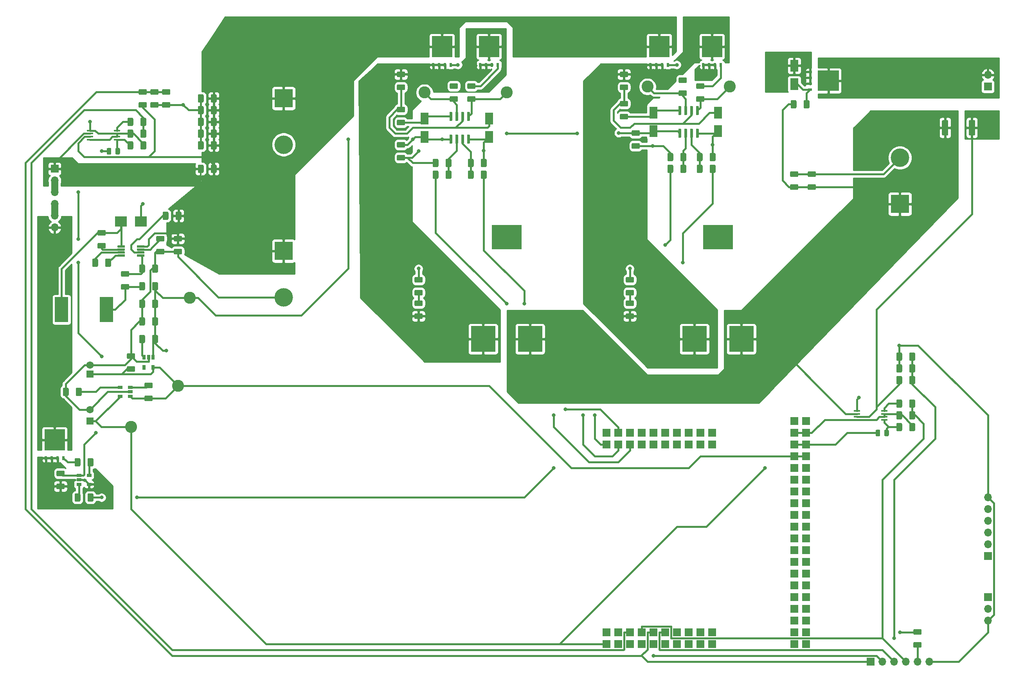
<source format=gbr>
G04 #@! TF.GenerationSoftware,KiCad,Pcbnew,5.1.5-1.fc30*
G04 #@! TF.CreationDate,2020-10-27T14:38:21-05:00*
G04 #@! TF.ProjectId,charger,63686172-6765-4722-9e6b-696361645f70,rev?*
G04 #@! TF.SameCoordinates,Original*
G04 #@! TF.FileFunction,Copper,L1,Top*
G04 #@! TF.FilePolarity,Positive*
%FSLAX46Y46*%
G04 Gerber Fmt 4.6, Leading zero omitted, Abs format (unit mm)*
G04 Created by KiCad (PCBNEW 5.1.5-1.fc30) date 2020-10-27 14:38:21*
%MOMM*%
%LPD*%
G04 APERTURE LIST*
%ADD10C,0.100000*%
%ADD11R,1.700000X1.700000*%
%ADD12R,1.060000X0.650000*%
%ADD13R,1.450000X0.450000*%
%ADD14R,0.650000X1.060000*%
%ADD15C,2.600000*%
%ADD16R,4.550000X4.410000*%
%ADD17R,0.850000X0.500000*%
%ADD18R,4.410000X4.550000*%
%ADD19R,0.500000X0.850000*%
%ADD20R,2.900000X5.400000*%
%ADD21R,6.530000X5.280000*%
%ADD22R,5.330000X5.590000*%
%ADD23O,1.700000X1.700000*%
%ADD24R,2.500000X2.300000*%
%ADD25R,1.800000X2.500000*%
%ADD26C,1.600000*%
%ADD27R,1.600000X1.600000*%
%ADD28C,4.000000*%
%ADD29R,4.000000X4.000000*%
%ADD30C,0.800000*%
%ADD31C,0.400000*%
%ADD32C,1.500000*%
%ADD33C,0.254000*%
G04 APERTURE END LIST*
G04 #@! TA.AperFunction,SMDPad,CuDef*
D10*
G36*
X229959505Y-40236204D02*
G01*
X229983773Y-40239804D01*
X230007572Y-40245765D01*
X230030671Y-40254030D01*
X230052850Y-40264520D01*
X230073893Y-40277132D01*
X230093599Y-40291747D01*
X230111777Y-40308223D01*
X230128253Y-40326401D01*
X230142868Y-40346107D01*
X230155480Y-40367150D01*
X230165970Y-40389329D01*
X230174235Y-40412428D01*
X230180196Y-40436227D01*
X230183796Y-40460495D01*
X230185000Y-40484999D01*
X230185000Y-43335001D01*
X230183796Y-43359505D01*
X230180196Y-43383773D01*
X230174235Y-43407572D01*
X230165970Y-43430671D01*
X230155480Y-43452850D01*
X230142868Y-43473893D01*
X230128253Y-43493599D01*
X230111777Y-43511777D01*
X230093599Y-43528253D01*
X230073893Y-43542868D01*
X230052850Y-43555480D01*
X230030671Y-43565970D01*
X230007572Y-43574235D01*
X229983773Y-43580196D01*
X229959505Y-43583796D01*
X229935001Y-43585000D01*
X229084999Y-43585000D01*
X229060495Y-43583796D01*
X229036227Y-43580196D01*
X229012428Y-43574235D01*
X228989329Y-43565970D01*
X228967150Y-43555480D01*
X228946107Y-43542868D01*
X228926401Y-43528253D01*
X228908223Y-43511777D01*
X228891747Y-43493599D01*
X228877132Y-43473893D01*
X228864520Y-43452850D01*
X228854030Y-43430671D01*
X228845765Y-43407572D01*
X228839804Y-43383773D01*
X228836204Y-43359505D01*
X228835000Y-43335001D01*
X228835000Y-40484999D01*
X228836204Y-40460495D01*
X228839804Y-40436227D01*
X228845765Y-40412428D01*
X228854030Y-40389329D01*
X228864520Y-40367150D01*
X228877132Y-40346107D01*
X228891747Y-40326401D01*
X228908223Y-40308223D01*
X228926401Y-40291747D01*
X228946107Y-40277132D01*
X228967150Y-40264520D01*
X228989329Y-40254030D01*
X229012428Y-40245765D01*
X229036227Y-40239804D01*
X229060495Y-40236204D01*
X229084999Y-40235000D01*
X229935001Y-40235000D01*
X229959505Y-40236204D01*
G37*
G04 #@! TD.AperFunction*
G04 #@! TA.AperFunction,SMDPad,CuDef*
G36*
X235759505Y-40236204D02*
G01*
X235783773Y-40239804D01*
X235807572Y-40245765D01*
X235830671Y-40254030D01*
X235852850Y-40264520D01*
X235873893Y-40277132D01*
X235893599Y-40291747D01*
X235911777Y-40308223D01*
X235928253Y-40326401D01*
X235942868Y-40346107D01*
X235955480Y-40367150D01*
X235965970Y-40389329D01*
X235974235Y-40412428D01*
X235980196Y-40436227D01*
X235983796Y-40460495D01*
X235985000Y-40484999D01*
X235985000Y-43335001D01*
X235983796Y-43359505D01*
X235980196Y-43383773D01*
X235974235Y-43407572D01*
X235965970Y-43430671D01*
X235955480Y-43452850D01*
X235942868Y-43473893D01*
X235928253Y-43493599D01*
X235911777Y-43511777D01*
X235893599Y-43528253D01*
X235873893Y-43542868D01*
X235852850Y-43555480D01*
X235830671Y-43565970D01*
X235807572Y-43574235D01*
X235783773Y-43580196D01*
X235759505Y-43583796D01*
X235735001Y-43585000D01*
X234884999Y-43585000D01*
X234860495Y-43583796D01*
X234836227Y-43580196D01*
X234812428Y-43574235D01*
X234789329Y-43565970D01*
X234767150Y-43555480D01*
X234746107Y-43542868D01*
X234726401Y-43528253D01*
X234708223Y-43511777D01*
X234691747Y-43493599D01*
X234677132Y-43473893D01*
X234664520Y-43452850D01*
X234654030Y-43430671D01*
X234645765Y-43407572D01*
X234639804Y-43383773D01*
X234636204Y-43359505D01*
X234635000Y-43335001D01*
X234635000Y-40484999D01*
X234636204Y-40460495D01*
X234639804Y-40436227D01*
X234645765Y-40412428D01*
X234654030Y-40389329D01*
X234664520Y-40367150D01*
X234677132Y-40346107D01*
X234691747Y-40326401D01*
X234708223Y-40308223D01*
X234726401Y-40291747D01*
X234746107Y-40277132D01*
X234767150Y-40264520D01*
X234789329Y-40254030D01*
X234812428Y-40245765D01*
X234836227Y-40239804D01*
X234860495Y-40236204D01*
X234884999Y-40235000D01*
X235735001Y-40235000D01*
X235759505Y-40236204D01*
G37*
G04 #@! TD.AperFunction*
D11*
X196850000Y-105410000D03*
X196850000Y-107950000D03*
X196850000Y-110490000D03*
X196850000Y-113030000D03*
X196850000Y-115570000D03*
X196850000Y-118110000D03*
X196850000Y-120650000D03*
X196850000Y-123190000D03*
X196850000Y-125730000D03*
X196850000Y-128270000D03*
X196850000Y-130810000D03*
X196850000Y-133350000D03*
X196850000Y-135890000D03*
X196850000Y-138430000D03*
X196850000Y-140970000D03*
X196850000Y-143510000D03*
X196850000Y-146050000D03*
X196850000Y-148590000D03*
X196850000Y-151130000D03*
X196850000Y-153670000D03*
X199390000Y-105410000D03*
X199390000Y-107950000D03*
X199390000Y-110490000D03*
X199390000Y-113030000D03*
X199390000Y-115570000D03*
X199390000Y-118110000D03*
X199390000Y-120650000D03*
X199390000Y-123190000D03*
X199390000Y-125730000D03*
X199390000Y-128270000D03*
X199390000Y-130810000D03*
X199390000Y-133350000D03*
X199390000Y-135890000D03*
X199390000Y-138430000D03*
X199390000Y-140970000D03*
X199390000Y-143510000D03*
X199390000Y-146050000D03*
X199390000Y-148590000D03*
X199390000Y-151130000D03*
X199390000Y-153670000D03*
X179070000Y-107950000D03*
X176530000Y-107950000D03*
X173990000Y-107950000D03*
X171450000Y-107950000D03*
X168910000Y-107950000D03*
X166370000Y-107950000D03*
X163830000Y-107950000D03*
X161290000Y-107950000D03*
X158750000Y-107950000D03*
X156210000Y-107950000D03*
X179070000Y-110490000D03*
X176530000Y-110490000D03*
X173990000Y-110490000D03*
X171450000Y-110490000D03*
X168910000Y-110490000D03*
X166370000Y-110490000D03*
X163830000Y-110490000D03*
X161290000Y-110490000D03*
X158750000Y-110490000D03*
X156210000Y-110490000D03*
X179070000Y-151130000D03*
X176530000Y-151130000D03*
X173990000Y-151130000D03*
X171450000Y-151130000D03*
X168910000Y-151130000D03*
X166370000Y-151130000D03*
X163830000Y-151130000D03*
X161290000Y-151130000D03*
X158750000Y-151130000D03*
X156210000Y-151130000D03*
X179070000Y-153670000D03*
X176530000Y-153670000D03*
X173990000Y-153670000D03*
X171450000Y-153670000D03*
X168910000Y-153670000D03*
X166370000Y-153670000D03*
X163830000Y-153670000D03*
X161290000Y-153670000D03*
X158750000Y-153670000D03*
X156210000Y-153670000D03*
D12*
X50970000Y-100010000D03*
X50970000Y-98110000D03*
X53170000Y-98110000D03*
X53170000Y-99060000D03*
X53170000Y-100010000D03*
G04 #@! TA.AperFunction,SMDPad,CuDef*
D10*
G36*
X56152252Y-67355602D02*
G01*
X56164386Y-67357402D01*
X56176286Y-67360382D01*
X56187835Y-67364515D01*
X56198925Y-67369760D01*
X56209446Y-67376066D01*
X56219299Y-67383374D01*
X56228388Y-67391612D01*
X56236626Y-67400701D01*
X56243934Y-67410554D01*
X56250240Y-67421075D01*
X56255485Y-67432165D01*
X56259618Y-67443714D01*
X56262598Y-67455614D01*
X56264398Y-67467748D01*
X56265000Y-67480000D01*
X56265000Y-67730000D01*
X56264398Y-67742252D01*
X56262598Y-67754386D01*
X56259618Y-67766286D01*
X56255485Y-67777835D01*
X56250240Y-67788925D01*
X56243934Y-67799446D01*
X56236626Y-67809299D01*
X56228388Y-67818388D01*
X56219299Y-67826626D01*
X56209446Y-67833934D01*
X56198925Y-67840240D01*
X56187835Y-67845485D01*
X56176286Y-67849618D01*
X56164386Y-67852598D01*
X56152252Y-67854398D01*
X56140000Y-67855000D01*
X54765000Y-67855000D01*
X54752748Y-67854398D01*
X54740614Y-67852598D01*
X54728714Y-67849618D01*
X54717165Y-67845485D01*
X54706075Y-67840240D01*
X54695554Y-67833934D01*
X54685701Y-67826626D01*
X54676612Y-67818388D01*
X54668374Y-67809299D01*
X54661066Y-67799446D01*
X54654760Y-67788925D01*
X54649515Y-67777835D01*
X54645382Y-67766286D01*
X54642402Y-67754386D01*
X54640602Y-67742252D01*
X54640000Y-67730000D01*
X54640000Y-67480000D01*
X54640602Y-67467748D01*
X54642402Y-67455614D01*
X54645382Y-67443714D01*
X54649515Y-67432165D01*
X54654760Y-67421075D01*
X54661066Y-67410554D01*
X54668374Y-67400701D01*
X54676612Y-67391612D01*
X54685701Y-67383374D01*
X54695554Y-67376066D01*
X54706075Y-67369760D01*
X54717165Y-67364515D01*
X54728714Y-67360382D01*
X54740614Y-67357402D01*
X54752748Y-67355602D01*
X54765000Y-67355000D01*
X56140000Y-67355000D01*
X56152252Y-67355602D01*
G37*
G04 #@! TD.AperFunction*
G04 #@! TA.AperFunction,SMDPad,CuDef*
G36*
X56152252Y-68005602D02*
G01*
X56164386Y-68007402D01*
X56176286Y-68010382D01*
X56187835Y-68014515D01*
X56198925Y-68019760D01*
X56209446Y-68026066D01*
X56219299Y-68033374D01*
X56228388Y-68041612D01*
X56236626Y-68050701D01*
X56243934Y-68060554D01*
X56250240Y-68071075D01*
X56255485Y-68082165D01*
X56259618Y-68093714D01*
X56262598Y-68105614D01*
X56264398Y-68117748D01*
X56265000Y-68130000D01*
X56265000Y-68380000D01*
X56264398Y-68392252D01*
X56262598Y-68404386D01*
X56259618Y-68416286D01*
X56255485Y-68427835D01*
X56250240Y-68438925D01*
X56243934Y-68449446D01*
X56236626Y-68459299D01*
X56228388Y-68468388D01*
X56219299Y-68476626D01*
X56209446Y-68483934D01*
X56198925Y-68490240D01*
X56187835Y-68495485D01*
X56176286Y-68499618D01*
X56164386Y-68502598D01*
X56152252Y-68504398D01*
X56140000Y-68505000D01*
X54765000Y-68505000D01*
X54752748Y-68504398D01*
X54740614Y-68502598D01*
X54728714Y-68499618D01*
X54717165Y-68495485D01*
X54706075Y-68490240D01*
X54695554Y-68483934D01*
X54685701Y-68476626D01*
X54676612Y-68468388D01*
X54668374Y-68459299D01*
X54661066Y-68449446D01*
X54654760Y-68438925D01*
X54649515Y-68427835D01*
X54645382Y-68416286D01*
X54642402Y-68404386D01*
X54640602Y-68392252D01*
X54640000Y-68380000D01*
X54640000Y-68130000D01*
X54640602Y-68117748D01*
X54642402Y-68105614D01*
X54645382Y-68093714D01*
X54649515Y-68082165D01*
X54654760Y-68071075D01*
X54661066Y-68060554D01*
X54668374Y-68050701D01*
X54676612Y-68041612D01*
X54685701Y-68033374D01*
X54695554Y-68026066D01*
X54706075Y-68019760D01*
X54717165Y-68014515D01*
X54728714Y-68010382D01*
X54740614Y-68007402D01*
X54752748Y-68005602D01*
X54765000Y-68005000D01*
X56140000Y-68005000D01*
X56152252Y-68005602D01*
G37*
G04 #@! TD.AperFunction*
G04 #@! TA.AperFunction,SMDPad,CuDef*
G36*
X56152252Y-68655602D02*
G01*
X56164386Y-68657402D01*
X56176286Y-68660382D01*
X56187835Y-68664515D01*
X56198925Y-68669760D01*
X56209446Y-68676066D01*
X56219299Y-68683374D01*
X56228388Y-68691612D01*
X56236626Y-68700701D01*
X56243934Y-68710554D01*
X56250240Y-68721075D01*
X56255485Y-68732165D01*
X56259618Y-68743714D01*
X56262598Y-68755614D01*
X56264398Y-68767748D01*
X56265000Y-68780000D01*
X56265000Y-69030000D01*
X56264398Y-69042252D01*
X56262598Y-69054386D01*
X56259618Y-69066286D01*
X56255485Y-69077835D01*
X56250240Y-69088925D01*
X56243934Y-69099446D01*
X56236626Y-69109299D01*
X56228388Y-69118388D01*
X56219299Y-69126626D01*
X56209446Y-69133934D01*
X56198925Y-69140240D01*
X56187835Y-69145485D01*
X56176286Y-69149618D01*
X56164386Y-69152598D01*
X56152252Y-69154398D01*
X56140000Y-69155000D01*
X54765000Y-69155000D01*
X54752748Y-69154398D01*
X54740614Y-69152598D01*
X54728714Y-69149618D01*
X54717165Y-69145485D01*
X54706075Y-69140240D01*
X54695554Y-69133934D01*
X54685701Y-69126626D01*
X54676612Y-69118388D01*
X54668374Y-69109299D01*
X54661066Y-69099446D01*
X54654760Y-69088925D01*
X54649515Y-69077835D01*
X54645382Y-69066286D01*
X54642402Y-69054386D01*
X54640602Y-69042252D01*
X54640000Y-69030000D01*
X54640000Y-68780000D01*
X54640602Y-68767748D01*
X54642402Y-68755614D01*
X54645382Y-68743714D01*
X54649515Y-68732165D01*
X54654760Y-68721075D01*
X54661066Y-68710554D01*
X54668374Y-68700701D01*
X54676612Y-68691612D01*
X54685701Y-68683374D01*
X54695554Y-68676066D01*
X54706075Y-68669760D01*
X54717165Y-68664515D01*
X54728714Y-68660382D01*
X54740614Y-68657402D01*
X54752748Y-68655602D01*
X54765000Y-68655000D01*
X56140000Y-68655000D01*
X56152252Y-68655602D01*
G37*
G04 #@! TD.AperFunction*
G04 #@! TA.AperFunction,SMDPad,CuDef*
G36*
X56152252Y-69305602D02*
G01*
X56164386Y-69307402D01*
X56176286Y-69310382D01*
X56187835Y-69314515D01*
X56198925Y-69319760D01*
X56209446Y-69326066D01*
X56219299Y-69333374D01*
X56228388Y-69341612D01*
X56236626Y-69350701D01*
X56243934Y-69360554D01*
X56250240Y-69371075D01*
X56255485Y-69382165D01*
X56259618Y-69393714D01*
X56262598Y-69405614D01*
X56264398Y-69417748D01*
X56265000Y-69430000D01*
X56265000Y-69680000D01*
X56264398Y-69692252D01*
X56262598Y-69704386D01*
X56259618Y-69716286D01*
X56255485Y-69727835D01*
X56250240Y-69738925D01*
X56243934Y-69749446D01*
X56236626Y-69759299D01*
X56228388Y-69768388D01*
X56219299Y-69776626D01*
X56209446Y-69783934D01*
X56198925Y-69790240D01*
X56187835Y-69795485D01*
X56176286Y-69799618D01*
X56164386Y-69802598D01*
X56152252Y-69804398D01*
X56140000Y-69805000D01*
X54765000Y-69805000D01*
X54752748Y-69804398D01*
X54740614Y-69802598D01*
X54728714Y-69799618D01*
X54717165Y-69795485D01*
X54706075Y-69790240D01*
X54695554Y-69783934D01*
X54685701Y-69776626D01*
X54676612Y-69768388D01*
X54668374Y-69759299D01*
X54661066Y-69749446D01*
X54654760Y-69738925D01*
X54649515Y-69727835D01*
X54645382Y-69716286D01*
X54642402Y-69704386D01*
X54640602Y-69692252D01*
X54640000Y-69680000D01*
X54640000Y-69430000D01*
X54640602Y-69417748D01*
X54642402Y-69405614D01*
X54645382Y-69393714D01*
X54649515Y-69382165D01*
X54654760Y-69371075D01*
X54661066Y-69360554D01*
X54668374Y-69350701D01*
X54676612Y-69341612D01*
X54685701Y-69333374D01*
X54695554Y-69326066D01*
X54706075Y-69319760D01*
X54717165Y-69314515D01*
X54728714Y-69310382D01*
X54740614Y-69307402D01*
X54752748Y-69305602D01*
X54765000Y-69305000D01*
X56140000Y-69305000D01*
X56152252Y-69305602D01*
G37*
G04 #@! TD.AperFunction*
G04 #@! TA.AperFunction,SMDPad,CuDef*
G36*
X51927252Y-69305602D02*
G01*
X51939386Y-69307402D01*
X51951286Y-69310382D01*
X51962835Y-69314515D01*
X51973925Y-69319760D01*
X51984446Y-69326066D01*
X51994299Y-69333374D01*
X52003388Y-69341612D01*
X52011626Y-69350701D01*
X52018934Y-69360554D01*
X52025240Y-69371075D01*
X52030485Y-69382165D01*
X52034618Y-69393714D01*
X52037598Y-69405614D01*
X52039398Y-69417748D01*
X52040000Y-69430000D01*
X52040000Y-69680000D01*
X52039398Y-69692252D01*
X52037598Y-69704386D01*
X52034618Y-69716286D01*
X52030485Y-69727835D01*
X52025240Y-69738925D01*
X52018934Y-69749446D01*
X52011626Y-69759299D01*
X52003388Y-69768388D01*
X51994299Y-69776626D01*
X51984446Y-69783934D01*
X51973925Y-69790240D01*
X51962835Y-69795485D01*
X51951286Y-69799618D01*
X51939386Y-69802598D01*
X51927252Y-69804398D01*
X51915000Y-69805000D01*
X50540000Y-69805000D01*
X50527748Y-69804398D01*
X50515614Y-69802598D01*
X50503714Y-69799618D01*
X50492165Y-69795485D01*
X50481075Y-69790240D01*
X50470554Y-69783934D01*
X50460701Y-69776626D01*
X50451612Y-69768388D01*
X50443374Y-69759299D01*
X50436066Y-69749446D01*
X50429760Y-69738925D01*
X50424515Y-69727835D01*
X50420382Y-69716286D01*
X50417402Y-69704386D01*
X50415602Y-69692252D01*
X50415000Y-69680000D01*
X50415000Y-69430000D01*
X50415602Y-69417748D01*
X50417402Y-69405614D01*
X50420382Y-69393714D01*
X50424515Y-69382165D01*
X50429760Y-69371075D01*
X50436066Y-69360554D01*
X50443374Y-69350701D01*
X50451612Y-69341612D01*
X50460701Y-69333374D01*
X50470554Y-69326066D01*
X50481075Y-69319760D01*
X50492165Y-69314515D01*
X50503714Y-69310382D01*
X50515614Y-69307402D01*
X50527748Y-69305602D01*
X50540000Y-69305000D01*
X51915000Y-69305000D01*
X51927252Y-69305602D01*
G37*
G04 #@! TD.AperFunction*
G04 #@! TA.AperFunction,SMDPad,CuDef*
G36*
X51927252Y-68655602D02*
G01*
X51939386Y-68657402D01*
X51951286Y-68660382D01*
X51962835Y-68664515D01*
X51973925Y-68669760D01*
X51984446Y-68676066D01*
X51994299Y-68683374D01*
X52003388Y-68691612D01*
X52011626Y-68700701D01*
X52018934Y-68710554D01*
X52025240Y-68721075D01*
X52030485Y-68732165D01*
X52034618Y-68743714D01*
X52037598Y-68755614D01*
X52039398Y-68767748D01*
X52040000Y-68780000D01*
X52040000Y-69030000D01*
X52039398Y-69042252D01*
X52037598Y-69054386D01*
X52034618Y-69066286D01*
X52030485Y-69077835D01*
X52025240Y-69088925D01*
X52018934Y-69099446D01*
X52011626Y-69109299D01*
X52003388Y-69118388D01*
X51994299Y-69126626D01*
X51984446Y-69133934D01*
X51973925Y-69140240D01*
X51962835Y-69145485D01*
X51951286Y-69149618D01*
X51939386Y-69152598D01*
X51927252Y-69154398D01*
X51915000Y-69155000D01*
X50540000Y-69155000D01*
X50527748Y-69154398D01*
X50515614Y-69152598D01*
X50503714Y-69149618D01*
X50492165Y-69145485D01*
X50481075Y-69140240D01*
X50470554Y-69133934D01*
X50460701Y-69126626D01*
X50451612Y-69118388D01*
X50443374Y-69109299D01*
X50436066Y-69099446D01*
X50429760Y-69088925D01*
X50424515Y-69077835D01*
X50420382Y-69066286D01*
X50417402Y-69054386D01*
X50415602Y-69042252D01*
X50415000Y-69030000D01*
X50415000Y-68780000D01*
X50415602Y-68767748D01*
X50417402Y-68755614D01*
X50420382Y-68743714D01*
X50424515Y-68732165D01*
X50429760Y-68721075D01*
X50436066Y-68710554D01*
X50443374Y-68700701D01*
X50451612Y-68691612D01*
X50460701Y-68683374D01*
X50470554Y-68676066D01*
X50481075Y-68669760D01*
X50492165Y-68664515D01*
X50503714Y-68660382D01*
X50515614Y-68657402D01*
X50527748Y-68655602D01*
X50540000Y-68655000D01*
X51915000Y-68655000D01*
X51927252Y-68655602D01*
G37*
G04 #@! TD.AperFunction*
G04 #@! TA.AperFunction,SMDPad,CuDef*
G36*
X51927252Y-68005602D02*
G01*
X51939386Y-68007402D01*
X51951286Y-68010382D01*
X51962835Y-68014515D01*
X51973925Y-68019760D01*
X51984446Y-68026066D01*
X51994299Y-68033374D01*
X52003388Y-68041612D01*
X52011626Y-68050701D01*
X52018934Y-68060554D01*
X52025240Y-68071075D01*
X52030485Y-68082165D01*
X52034618Y-68093714D01*
X52037598Y-68105614D01*
X52039398Y-68117748D01*
X52040000Y-68130000D01*
X52040000Y-68380000D01*
X52039398Y-68392252D01*
X52037598Y-68404386D01*
X52034618Y-68416286D01*
X52030485Y-68427835D01*
X52025240Y-68438925D01*
X52018934Y-68449446D01*
X52011626Y-68459299D01*
X52003388Y-68468388D01*
X51994299Y-68476626D01*
X51984446Y-68483934D01*
X51973925Y-68490240D01*
X51962835Y-68495485D01*
X51951286Y-68499618D01*
X51939386Y-68502598D01*
X51927252Y-68504398D01*
X51915000Y-68505000D01*
X50540000Y-68505000D01*
X50527748Y-68504398D01*
X50515614Y-68502598D01*
X50503714Y-68499618D01*
X50492165Y-68495485D01*
X50481075Y-68490240D01*
X50470554Y-68483934D01*
X50460701Y-68476626D01*
X50451612Y-68468388D01*
X50443374Y-68459299D01*
X50436066Y-68449446D01*
X50429760Y-68438925D01*
X50424515Y-68427835D01*
X50420382Y-68416286D01*
X50417402Y-68404386D01*
X50415602Y-68392252D01*
X50415000Y-68380000D01*
X50415000Y-68130000D01*
X50415602Y-68117748D01*
X50417402Y-68105614D01*
X50420382Y-68093714D01*
X50424515Y-68082165D01*
X50429760Y-68071075D01*
X50436066Y-68060554D01*
X50443374Y-68050701D01*
X50451612Y-68041612D01*
X50460701Y-68033374D01*
X50470554Y-68026066D01*
X50481075Y-68019760D01*
X50492165Y-68014515D01*
X50503714Y-68010382D01*
X50515614Y-68007402D01*
X50527748Y-68005602D01*
X50540000Y-68005000D01*
X51915000Y-68005000D01*
X51927252Y-68005602D01*
G37*
G04 #@! TD.AperFunction*
G04 #@! TA.AperFunction,SMDPad,CuDef*
G36*
X51927252Y-67355602D02*
G01*
X51939386Y-67357402D01*
X51951286Y-67360382D01*
X51962835Y-67364515D01*
X51973925Y-67369760D01*
X51984446Y-67376066D01*
X51994299Y-67383374D01*
X52003388Y-67391612D01*
X52011626Y-67400701D01*
X52018934Y-67410554D01*
X52025240Y-67421075D01*
X52030485Y-67432165D01*
X52034618Y-67443714D01*
X52037598Y-67455614D01*
X52039398Y-67467748D01*
X52040000Y-67480000D01*
X52040000Y-67730000D01*
X52039398Y-67742252D01*
X52037598Y-67754386D01*
X52034618Y-67766286D01*
X52030485Y-67777835D01*
X52025240Y-67788925D01*
X52018934Y-67799446D01*
X52011626Y-67809299D01*
X52003388Y-67818388D01*
X51994299Y-67826626D01*
X51984446Y-67833934D01*
X51973925Y-67840240D01*
X51962835Y-67845485D01*
X51951286Y-67849618D01*
X51939386Y-67852598D01*
X51927252Y-67854398D01*
X51915000Y-67855000D01*
X50540000Y-67855000D01*
X50527748Y-67854398D01*
X50515614Y-67852598D01*
X50503714Y-67849618D01*
X50492165Y-67845485D01*
X50481075Y-67840240D01*
X50470554Y-67833934D01*
X50460701Y-67826626D01*
X50451612Y-67818388D01*
X50443374Y-67809299D01*
X50436066Y-67799446D01*
X50429760Y-67788925D01*
X50424515Y-67777835D01*
X50420382Y-67766286D01*
X50417402Y-67754386D01*
X50415602Y-67742252D01*
X50415000Y-67730000D01*
X50415000Y-67480000D01*
X50415602Y-67467748D01*
X50417402Y-67455614D01*
X50420382Y-67443714D01*
X50424515Y-67432165D01*
X50429760Y-67421075D01*
X50436066Y-67410554D01*
X50443374Y-67400701D01*
X50451612Y-67391612D01*
X50460701Y-67383374D01*
X50470554Y-67376066D01*
X50481075Y-67369760D01*
X50492165Y-67364515D01*
X50503714Y-67360382D01*
X50515614Y-67357402D01*
X50527748Y-67355602D01*
X50540000Y-67355000D01*
X51915000Y-67355000D01*
X51927252Y-67355602D01*
G37*
G04 #@! TD.AperFunction*
D13*
X216310000Y-103165000D03*
X216310000Y-103815000D03*
X216310000Y-104465000D03*
X216310000Y-105115000D03*
X210410000Y-105115000D03*
X210410000Y-104465000D03*
X210410000Y-103815000D03*
X210410000Y-103165000D03*
G04 #@! TA.AperFunction,SMDPad,CuDef*
D10*
G36*
X172249703Y-37190722D02*
G01*
X172264264Y-37192882D01*
X172278543Y-37196459D01*
X172292403Y-37201418D01*
X172305710Y-37207712D01*
X172318336Y-37215280D01*
X172330159Y-37224048D01*
X172341066Y-37233934D01*
X172350952Y-37244841D01*
X172359720Y-37256664D01*
X172367288Y-37269290D01*
X172373582Y-37282597D01*
X172378541Y-37296457D01*
X172382118Y-37310736D01*
X172384278Y-37325297D01*
X172385000Y-37340000D01*
X172385000Y-38990000D01*
X172384278Y-39004703D01*
X172382118Y-39019264D01*
X172378541Y-39033543D01*
X172373582Y-39047403D01*
X172367288Y-39060710D01*
X172359720Y-39073336D01*
X172350952Y-39085159D01*
X172341066Y-39096066D01*
X172330159Y-39105952D01*
X172318336Y-39114720D01*
X172305710Y-39122288D01*
X172292403Y-39128582D01*
X172278543Y-39133541D01*
X172264264Y-39137118D01*
X172249703Y-39139278D01*
X172235000Y-39140000D01*
X171935000Y-39140000D01*
X171920297Y-39139278D01*
X171905736Y-39137118D01*
X171891457Y-39133541D01*
X171877597Y-39128582D01*
X171864290Y-39122288D01*
X171851664Y-39114720D01*
X171839841Y-39105952D01*
X171828934Y-39096066D01*
X171819048Y-39085159D01*
X171810280Y-39073336D01*
X171802712Y-39060710D01*
X171796418Y-39047403D01*
X171791459Y-39033543D01*
X171787882Y-39019264D01*
X171785722Y-39004703D01*
X171785000Y-38990000D01*
X171785000Y-37340000D01*
X171785722Y-37325297D01*
X171787882Y-37310736D01*
X171791459Y-37296457D01*
X171796418Y-37282597D01*
X171802712Y-37269290D01*
X171810280Y-37256664D01*
X171819048Y-37244841D01*
X171828934Y-37233934D01*
X171839841Y-37224048D01*
X171851664Y-37215280D01*
X171864290Y-37207712D01*
X171877597Y-37201418D01*
X171891457Y-37196459D01*
X171905736Y-37192882D01*
X171920297Y-37190722D01*
X171935000Y-37190000D01*
X172235000Y-37190000D01*
X172249703Y-37190722D01*
G37*
G04 #@! TD.AperFunction*
G04 #@! TA.AperFunction,SMDPad,CuDef*
G36*
X173519703Y-37190722D02*
G01*
X173534264Y-37192882D01*
X173548543Y-37196459D01*
X173562403Y-37201418D01*
X173575710Y-37207712D01*
X173588336Y-37215280D01*
X173600159Y-37224048D01*
X173611066Y-37233934D01*
X173620952Y-37244841D01*
X173629720Y-37256664D01*
X173637288Y-37269290D01*
X173643582Y-37282597D01*
X173648541Y-37296457D01*
X173652118Y-37310736D01*
X173654278Y-37325297D01*
X173655000Y-37340000D01*
X173655000Y-38990000D01*
X173654278Y-39004703D01*
X173652118Y-39019264D01*
X173648541Y-39033543D01*
X173643582Y-39047403D01*
X173637288Y-39060710D01*
X173629720Y-39073336D01*
X173620952Y-39085159D01*
X173611066Y-39096066D01*
X173600159Y-39105952D01*
X173588336Y-39114720D01*
X173575710Y-39122288D01*
X173562403Y-39128582D01*
X173548543Y-39133541D01*
X173534264Y-39137118D01*
X173519703Y-39139278D01*
X173505000Y-39140000D01*
X173205000Y-39140000D01*
X173190297Y-39139278D01*
X173175736Y-39137118D01*
X173161457Y-39133541D01*
X173147597Y-39128582D01*
X173134290Y-39122288D01*
X173121664Y-39114720D01*
X173109841Y-39105952D01*
X173098934Y-39096066D01*
X173089048Y-39085159D01*
X173080280Y-39073336D01*
X173072712Y-39060710D01*
X173066418Y-39047403D01*
X173061459Y-39033543D01*
X173057882Y-39019264D01*
X173055722Y-39004703D01*
X173055000Y-38990000D01*
X173055000Y-37340000D01*
X173055722Y-37325297D01*
X173057882Y-37310736D01*
X173061459Y-37296457D01*
X173066418Y-37282597D01*
X173072712Y-37269290D01*
X173080280Y-37256664D01*
X173089048Y-37244841D01*
X173098934Y-37233934D01*
X173109841Y-37224048D01*
X173121664Y-37215280D01*
X173134290Y-37207712D01*
X173147597Y-37201418D01*
X173161457Y-37196459D01*
X173175736Y-37192882D01*
X173190297Y-37190722D01*
X173205000Y-37190000D01*
X173505000Y-37190000D01*
X173519703Y-37190722D01*
G37*
G04 #@! TD.AperFunction*
G04 #@! TA.AperFunction,SMDPad,CuDef*
G36*
X174789703Y-37190722D02*
G01*
X174804264Y-37192882D01*
X174818543Y-37196459D01*
X174832403Y-37201418D01*
X174845710Y-37207712D01*
X174858336Y-37215280D01*
X174870159Y-37224048D01*
X174881066Y-37233934D01*
X174890952Y-37244841D01*
X174899720Y-37256664D01*
X174907288Y-37269290D01*
X174913582Y-37282597D01*
X174918541Y-37296457D01*
X174922118Y-37310736D01*
X174924278Y-37325297D01*
X174925000Y-37340000D01*
X174925000Y-38990000D01*
X174924278Y-39004703D01*
X174922118Y-39019264D01*
X174918541Y-39033543D01*
X174913582Y-39047403D01*
X174907288Y-39060710D01*
X174899720Y-39073336D01*
X174890952Y-39085159D01*
X174881066Y-39096066D01*
X174870159Y-39105952D01*
X174858336Y-39114720D01*
X174845710Y-39122288D01*
X174832403Y-39128582D01*
X174818543Y-39133541D01*
X174804264Y-39137118D01*
X174789703Y-39139278D01*
X174775000Y-39140000D01*
X174475000Y-39140000D01*
X174460297Y-39139278D01*
X174445736Y-39137118D01*
X174431457Y-39133541D01*
X174417597Y-39128582D01*
X174404290Y-39122288D01*
X174391664Y-39114720D01*
X174379841Y-39105952D01*
X174368934Y-39096066D01*
X174359048Y-39085159D01*
X174350280Y-39073336D01*
X174342712Y-39060710D01*
X174336418Y-39047403D01*
X174331459Y-39033543D01*
X174327882Y-39019264D01*
X174325722Y-39004703D01*
X174325000Y-38990000D01*
X174325000Y-37340000D01*
X174325722Y-37325297D01*
X174327882Y-37310736D01*
X174331459Y-37296457D01*
X174336418Y-37282597D01*
X174342712Y-37269290D01*
X174350280Y-37256664D01*
X174359048Y-37244841D01*
X174368934Y-37233934D01*
X174379841Y-37224048D01*
X174391664Y-37215280D01*
X174404290Y-37207712D01*
X174417597Y-37201418D01*
X174431457Y-37196459D01*
X174445736Y-37192882D01*
X174460297Y-37190722D01*
X174475000Y-37190000D01*
X174775000Y-37190000D01*
X174789703Y-37190722D01*
G37*
G04 #@! TD.AperFunction*
G04 #@! TA.AperFunction,SMDPad,CuDef*
G36*
X176059703Y-37190722D02*
G01*
X176074264Y-37192882D01*
X176088543Y-37196459D01*
X176102403Y-37201418D01*
X176115710Y-37207712D01*
X176128336Y-37215280D01*
X176140159Y-37224048D01*
X176151066Y-37233934D01*
X176160952Y-37244841D01*
X176169720Y-37256664D01*
X176177288Y-37269290D01*
X176183582Y-37282597D01*
X176188541Y-37296457D01*
X176192118Y-37310736D01*
X176194278Y-37325297D01*
X176195000Y-37340000D01*
X176195000Y-38990000D01*
X176194278Y-39004703D01*
X176192118Y-39019264D01*
X176188541Y-39033543D01*
X176183582Y-39047403D01*
X176177288Y-39060710D01*
X176169720Y-39073336D01*
X176160952Y-39085159D01*
X176151066Y-39096066D01*
X176140159Y-39105952D01*
X176128336Y-39114720D01*
X176115710Y-39122288D01*
X176102403Y-39128582D01*
X176088543Y-39133541D01*
X176074264Y-39137118D01*
X176059703Y-39139278D01*
X176045000Y-39140000D01*
X175745000Y-39140000D01*
X175730297Y-39139278D01*
X175715736Y-39137118D01*
X175701457Y-39133541D01*
X175687597Y-39128582D01*
X175674290Y-39122288D01*
X175661664Y-39114720D01*
X175649841Y-39105952D01*
X175638934Y-39096066D01*
X175629048Y-39085159D01*
X175620280Y-39073336D01*
X175612712Y-39060710D01*
X175606418Y-39047403D01*
X175601459Y-39033543D01*
X175597882Y-39019264D01*
X175595722Y-39004703D01*
X175595000Y-38990000D01*
X175595000Y-37340000D01*
X175595722Y-37325297D01*
X175597882Y-37310736D01*
X175601459Y-37296457D01*
X175606418Y-37282597D01*
X175612712Y-37269290D01*
X175620280Y-37256664D01*
X175629048Y-37244841D01*
X175638934Y-37233934D01*
X175649841Y-37224048D01*
X175661664Y-37215280D01*
X175674290Y-37207712D01*
X175687597Y-37201418D01*
X175701457Y-37196459D01*
X175715736Y-37192882D01*
X175730297Y-37190722D01*
X175745000Y-37190000D01*
X176045000Y-37190000D01*
X176059703Y-37190722D01*
G37*
G04 #@! TD.AperFunction*
G04 #@! TA.AperFunction,SMDPad,CuDef*
G36*
X176059703Y-42140722D02*
G01*
X176074264Y-42142882D01*
X176088543Y-42146459D01*
X176102403Y-42151418D01*
X176115710Y-42157712D01*
X176128336Y-42165280D01*
X176140159Y-42174048D01*
X176151066Y-42183934D01*
X176160952Y-42194841D01*
X176169720Y-42206664D01*
X176177288Y-42219290D01*
X176183582Y-42232597D01*
X176188541Y-42246457D01*
X176192118Y-42260736D01*
X176194278Y-42275297D01*
X176195000Y-42290000D01*
X176195000Y-43940000D01*
X176194278Y-43954703D01*
X176192118Y-43969264D01*
X176188541Y-43983543D01*
X176183582Y-43997403D01*
X176177288Y-44010710D01*
X176169720Y-44023336D01*
X176160952Y-44035159D01*
X176151066Y-44046066D01*
X176140159Y-44055952D01*
X176128336Y-44064720D01*
X176115710Y-44072288D01*
X176102403Y-44078582D01*
X176088543Y-44083541D01*
X176074264Y-44087118D01*
X176059703Y-44089278D01*
X176045000Y-44090000D01*
X175745000Y-44090000D01*
X175730297Y-44089278D01*
X175715736Y-44087118D01*
X175701457Y-44083541D01*
X175687597Y-44078582D01*
X175674290Y-44072288D01*
X175661664Y-44064720D01*
X175649841Y-44055952D01*
X175638934Y-44046066D01*
X175629048Y-44035159D01*
X175620280Y-44023336D01*
X175612712Y-44010710D01*
X175606418Y-43997403D01*
X175601459Y-43983543D01*
X175597882Y-43969264D01*
X175595722Y-43954703D01*
X175595000Y-43940000D01*
X175595000Y-42290000D01*
X175595722Y-42275297D01*
X175597882Y-42260736D01*
X175601459Y-42246457D01*
X175606418Y-42232597D01*
X175612712Y-42219290D01*
X175620280Y-42206664D01*
X175629048Y-42194841D01*
X175638934Y-42183934D01*
X175649841Y-42174048D01*
X175661664Y-42165280D01*
X175674290Y-42157712D01*
X175687597Y-42151418D01*
X175701457Y-42146459D01*
X175715736Y-42142882D01*
X175730297Y-42140722D01*
X175745000Y-42140000D01*
X176045000Y-42140000D01*
X176059703Y-42140722D01*
G37*
G04 #@! TD.AperFunction*
G04 #@! TA.AperFunction,SMDPad,CuDef*
G36*
X174789703Y-42140722D02*
G01*
X174804264Y-42142882D01*
X174818543Y-42146459D01*
X174832403Y-42151418D01*
X174845710Y-42157712D01*
X174858336Y-42165280D01*
X174870159Y-42174048D01*
X174881066Y-42183934D01*
X174890952Y-42194841D01*
X174899720Y-42206664D01*
X174907288Y-42219290D01*
X174913582Y-42232597D01*
X174918541Y-42246457D01*
X174922118Y-42260736D01*
X174924278Y-42275297D01*
X174925000Y-42290000D01*
X174925000Y-43940000D01*
X174924278Y-43954703D01*
X174922118Y-43969264D01*
X174918541Y-43983543D01*
X174913582Y-43997403D01*
X174907288Y-44010710D01*
X174899720Y-44023336D01*
X174890952Y-44035159D01*
X174881066Y-44046066D01*
X174870159Y-44055952D01*
X174858336Y-44064720D01*
X174845710Y-44072288D01*
X174832403Y-44078582D01*
X174818543Y-44083541D01*
X174804264Y-44087118D01*
X174789703Y-44089278D01*
X174775000Y-44090000D01*
X174475000Y-44090000D01*
X174460297Y-44089278D01*
X174445736Y-44087118D01*
X174431457Y-44083541D01*
X174417597Y-44078582D01*
X174404290Y-44072288D01*
X174391664Y-44064720D01*
X174379841Y-44055952D01*
X174368934Y-44046066D01*
X174359048Y-44035159D01*
X174350280Y-44023336D01*
X174342712Y-44010710D01*
X174336418Y-43997403D01*
X174331459Y-43983543D01*
X174327882Y-43969264D01*
X174325722Y-43954703D01*
X174325000Y-43940000D01*
X174325000Y-42290000D01*
X174325722Y-42275297D01*
X174327882Y-42260736D01*
X174331459Y-42246457D01*
X174336418Y-42232597D01*
X174342712Y-42219290D01*
X174350280Y-42206664D01*
X174359048Y-42194841D01*
X174368934Y-42183934D01*
X174379841Y-42174048D01*
X174391664Y-42165280D01*
X174404290Y-42157712D01*
X174417597Y-42151418D01*
X174431457Y-42146459D01*
X174445736Y-42142882D01*
X174460297Y-42140722D01*
X174475000Y-42140000D01*
X174775000Y-42140000D01*
X174789703Y-42140722D01*
G37*
G04 #@! TD.AperFunction*
G04 #@! TA.AperFunction,SMDPad,CuDef*
G36*
X173519703Y-42140722D02*
G01*
X173534264Y-42142882D01*
X173548543Y-42146459D01*
X173562403Y-42151418D01*
X173575710Y-42157712D01*
X173588336Y-42165280D01*
X173600159Y-42174048D01*
X173611066Y-42183934D01*
X173620952Y-42194841D01*
X173629720Y-42206664D01*
X173637288Y-42219290D01*
X173643582Y-42232597D01*
X173648541Y-42246457D01*
X173652118Y-42260736D01*
X173654278Y-42275297D01*
X173655000Y-42290000D01*
X173655000Y-43940000D01*
X173654278Y-43954703D01*
X173652118Y-43969264D01*
X173648541Y-43983543D01*
X173643582Y-43997403D01*
X173637288Y-44010710D01*
X173629720Y-44023336D01*
X173620952Y-44035159D01*
X173611066Y-44046066D01*
X173600159Y-44055952D01*
X173588336Y-44064720D01*
X173575710Y-44072288D01*
X173562403Y-44078582D01*
X173548543Y-44083541D01*
X173534264Y-44087118D01*
X173519703Y-44089278D01*
X173505000Y-44090000D01*
X173205000Y-44090000D01*
X173190297Y-44089278D01*
X173175736Y-44087118D01*
X173161457Y-44083541D01*
X173147597Y-44078582D01*
X173134290Y-44072288D01*
X173121664Y-44064720D01*
X173109841Y-44055952D01*
X173098934Y-44046066D01*
X173089048Y-44035159D01*
X173080280Y-44023336D01*
X173072712Y-44010710D01*
X173066418Y-43997403D01*
X173061459Y-43983543D01*
X173057882Y-43969264D01*
X173055722Y-43954703D01*
X173055000Y-43940000D01*
X173055000Y-42290000D01*
X173055722Y-42275297D01*
X173057882Y-42260736D01*
X173061459Y-42246457D01*
X173066418Y-42232597D01*
X173072712Y-42219290D01*
X173080280Y-42206664D01*
X173089048Y-42194841D01*
X173098934Y-42183934D01*
X173109841Y-42174048D01*
X173121664Y-42165280D01*
X173134290Y-42157712D01*
X173147597Y-42151418D01*
X173161457Y-42146459D01*
X173175736Y-42142882D01*
X173190297Y-42140722D01*
X173205000Y-42140000D01*
X173505000Y-42140000D01*
X173519703Y-42140722D01*
G37*
G04 #@! TD.AperFunction*
G04 #@! TA.AperFunction,SMDPad,CuDef*
G36*
X172249703Y-42140722D02*
G01*
X172264264Y-42142882D01*
X172278543Y-42146459D01*
X172292403Y-42151418D01*
X172305710Y-42157712D01*
X172318336Y-42165280D01*
X172330159Y-42174048D01*
X172341066Y-42183934D01*
X172350952Y-42194841D01*
X172359720Y-42206664D01*
X172367288Y-42219290D01*
X172373582Y-42232597D01*
X172378541Y-42246457D01*
X172382118Y-42260736D01*
X172384278Y-42275297D01*
X172385000Y-42290000D01*
X172385000Y-43940000D01*
X172384278Y-43954703D01*
X172382118Y-43969264D01*
X172378541Y-43983543D01*
X172373582Y-43997403D01*
X172367288Y-44010710D01*
X172359720Y-44023336D01*
X172350952Y-44035159D01*
X172341066Y-44046066D01*
X172330159Y-44055952D01*
X172318336Y-44064720D01*
X172305710Y-44072288D01*
X172292403Y-44078582D01*
X172278543Y-44083541D01*
X172264264Y-44087118D01*
X172249703Y-44089278D01*
X172235000Y-44090000D01*
X171935000Y-44090000D01*
X171920297Y-44089278D01*
X171905736Y-44087118D01*
X171891457Y-44083541D01*
X171877597Y-44078582D01*
X171864290Y-44072288D01*
X171851664Y-44064720D01*
X171839841Y-44055952D01*
X171828934Y-44046066D01*
X171819048Y-44035159D01*
X171810280Y-44023336D01*
X171802712Y-44010710D01*
X171796418Y-43997403D01*
X171791459Y-43983543D01*
X171787882Y-43969264D01*
X171785722Y-43954703D01*
X171785000Y-43940000D01*
X171785000Y-42290000D01*
X171785722Y-42275297D01*
X171787882Y-42260736D01*
X171791459Y-42246457D01*
X171796418Y-42232597D01*
X171802712Y-42219290D01*
X171810280Y-42206664D01*
X171819048Y-42194841D01*
X171828934Y-42183934D01*
X171839841Y-42174048D01*
X171851664Y-42165280D01*
X171864290Y-42157712D01*
X171877597Y-42151418D01*
X171891457Y-42146459D01*
X171905736Y-42142882D01*
X171920297Y-42140722D01*
X171935000Y-42140000D01*
X172235000Y-42140000D01*
X172249703Y-42140722D01*
G37*
G04 #@! TD.AperFunction*
G04 #@! TA.AperFunction,SMDPad,CuDef*
G36*
X122719703Y-38460722D02*
G01*
X122734264Y-38462882D01*
X122748543Y-38466459D01*
X122762403Y-38471418D01*
X122775710Y-38477712D01*
X122788336Y-38485280D01*
X122800159Y-38494048D01*
X122811066Y-38503934D01*
X122820952Y-38514841D01*
X122829720Y-38526664D01*
X122837288Y-38539290D01*
X122843582Y-38552597D01*
X122848541Y-38566457D01*
X122852118Y-38580736D01*
X122854278Y-38595297D01*
X122855000Y-38610000D01*
X122855000Y-40260000D01*
X122854278Y-40274703D01*
X122852118Y-40289264D01*
X122848541Y-40303543D01*
X122843582Y-40317403D01*
X122837288Y-40330710D01*
X122829720Y-40343336D01*
X122820952Y-40355159D01*
X122811066Y-40366066D01*
X122800159Y-40375952D01*
X122788336Y-40384720D01*
X122775710Y-40392288D01*
X122762403Y-40398582D01*
X122748543Y-40403541D01*
X122734264Y-40407118D01*
X122719703Y-40409278D01*
X122705000Y-40410000D01*
X122405000Y-40410000D01*
X122390297Y-40409278D01*
X122375736Y-40407118D01*
X122361457Y-40403541D01*
X122347597Y-40398582D01*
X122334290Y-40392288D01*
X122321664Y-40384720D01*
X122309841Y-40375952D01*
X122298934Y-40366066D01*
X122289048Y-40355159D01*
X122280280Y-40343336D01*
X122272712Y-40330710D01*
X122266418Y-40317403D01*
X122261459Y-40303543D01*
X122257882Y-40289264D01*
X122255722Y-40274703D01*
X122255000Y-40260000D01*
X122255000Y-38610000D01*
X122255722Y-38595297D01*
X122257882Y-38580736D01*
X122261459Y-38566457D01*
X122266418Y-38552597D01*
X122272712Y-38539290D01*
X122280280Y-38526664D01*
X122289048Y-38514841D01*
X122298934Y-38503934D01*
X122309841Y-38494048D01*
X122321664Y-38485280D01*
X122334290Y-38477712D01*
X122347597Y-38471418D01*
X122361457Y-38466459D01*
X122375736Y-38462882D01*
X122390297Y-38460722D01*
X122405000Y-38460000D01*
X122705000Y-38460000D01*
X122719703Y-38460722D01*
G37*
G04 #@! TD.AperFunction*
G04 #@! TA.AperFunction,SMDPad,CuDef*
G36*
X123989703Y-38460722D02*
G01*
X124004264Y-38462882D01*
X124018543Y-38466459D01*
X124032403Y-38471418D01*
X124045710Y-38477712D01*
X124058336Y-38485280D01*
X124070159Y-38494048D01*
X124081066Y-38503934D01*
X124090952Y-38514841D01*
X124099720Y-38526664D01*
X124107288Y-38539290D01*
X124113582Y-38552597D01*
X124118541Y-38566457D01*
X124122118Y-38580736D01*
X124124278Y-38595297D01*
X124125000Y-38610000D01*
X124125000Y-40260000D01*
X124124278Y-40274703D01*
X124122118Y-40289264D01*
X124118541Y-40303543D01*
X124113582Y-40317403D01*
X124107288Y-40330710D01*
X124099720Y-40343336D01*
X124090952Y-40355159D01*
X124081066Y-40366066D01*
X124070159Y-40375952D01*
X124058336Y-40384720D01*
X124045710Y-40392288D01*
X124032403Y-40398582D01*
X124018543Y-40403541D01*
X124004264Y-40407118D01*
X123989703Y-40409278D01*
X123975000Y-40410000D01*
X123675000Y-40410000D01*
X123660297Y-40409278D01*
X123645736Y-40407118D01*
X123631457Y-40403541D01*
X123617597Y-40398582D01*
X123604290Y-40392288D01*
X123591664Y-40384720D01*
X123579841Y-40375952D01*
X123568934Y-40366066D01*
X123559048Y-40355159D01*
X123550280Y-40343336D01*
X123542712Y-40330710D01*
X123536418Y-40317403D01*
X123531459Y-40303543D01*
X123527882Y-40289264D01*
X123525722Y-40274703D01*
X123525000Y-40260000D01*
X123525000Y-38610000D01*
X123525722Y-38595297D01*
X123527882Y-38580736D01*
X123531459Y-38566457D01*
X123536418Y-38552597D01*
X123542712Y-38539290D01*
X123550280Y-38526664D01*
X123559048Y-38514841D01*
X123568934Y-38503934D01*
X123579841Y-38494048D01*
X123591664Y-38485280D01*
X123604290Y-38477712D01*
X123617597Y-38471418D01*
X123631457Y-38466459D01*
X123645736Y-38462882D01*
X123660297Y-38460722D01*
X123675000Y-38460000D01*
X123975000Y-38460000D01*
X123989703Y-38460722D01*
G37*
G04 #@! TD.AperFunction*
G04 #@! TA.AperFunction,SMDPad,CuDef*
G36*
X125259703Y-38460722D02*
G01*
X125274264Y-38462882D01*
X125288543Y-38466459D01*
X125302403Y-38471418D01*
X125315710Y-38477712D01*
X125328336Y-38485280D01*
X125340159Y-38494048D01*
X125351066Y-38503934D01*
X125360952Y-38514841D01*
X125369720Y-38526664D01*
X125377288Y-38539290D01*
X125383582Y-38552597D01*
X125388541Y-38566457D01*
X125392118Y-38580736D01*
X125394278Y-38595297D01*
X125395000Y-38610000D01*
X125395000Y-40260000D01*
X125394278Y-40274703D01*
X125392118Y-40289264D01*
X125388541Y-40303543D01*
X125383582Y-40317403D01*
X125377288Y-40330710D01*
X125369720Y-40343336D01*
X125360952Y-40355159D01*
X125351066Y-40366066D01*
X125340159Y-40375952D01*
X125328336Y-40384720D01*
X125315710Y-40392288D01*
X125302403Y-40398582D01*
X125288543Y-40403541D01*
X125274264Y-40407118D01*
X125259703Y-40409278D01*
X125245000Y-40410000D01*
X124945000Y-40410000D01*
X124930297Y-40409278D01*
X124915736Y-40407118D01*
X124901457Y-40403541D01*
X124887597Y-40398582D01*
X124874290Y-40392288D01*
X124861664Y-40384720D01*
X124849841Y-40375952D01*
X124838934Y-40366066D01*
X124829048Y-40355159D01*
X124820280Y-40343336D01*
X124812712Y-40330710D01*
X124806418Y-40317403D01*
X124801459Y-40303543D01*
X124797882Y-40289264D01*
X124795722Y-40274703D01*
X124795000Y-40260000D01*
X124795000Y-38610000D01*
X124795722Y-38595297D01*
X124797882Y-38580736D01*
X124801459Y-38566457D01*
X124806418Y-38552597D01*
X124812712Y-38539290D01*
X124820280Y-38526664D01*
X124829048Y-38514841D01*
X124838934Y-38503934D01*
X124849841Y-38494048D01*
X124861664Y-38485280D01*
X124874290Y-38477712D01*
X124887597Y-38471418D01*
X124901457Y-38466459D01*
X124915736Y-38462882D01*
X124930297Y-38460722D01*
X124945000Y-38460000D01*
X125245000Y-38460000D01*
X125259703Y-38460722D01*
G37*
G04 #@! TD.AperFunction*
G04 #@! TA.AperFunction,SMDPad,CuDef*
G36*
X126529703Y-38460722D02*
G01*
X126544264Y-38462882D01*
X126558543Y-38466459D01*
X126572403Y-38471418D01*
X126585710Y-38477712D01*
X126598336Y-38485280D01*
X126610159Y-38494048D01*
X126621066Y-38503934D01*
X126630952Y-38514841D01*
X126639720Y-38526664D01*
X126647288Y-38539290D01*
X126653582Y-38552597D01*
X126658541Y-38566457D01*
X126662118Y-38580736D01*
X126664278Y-38595297D01*
X126665000Y-38610000D01*
X126665000Y-40260000D01*
X126664278Y-40274703D01*
X126662118Y-40289264D01*
X126658541Y-40303543D01*
X126653582Y-40317403D01*
X126647288Y-40330710D01*
X126639720Y-40343336D01*
X126630952Y-40355159D01*
X126621066Y-40366066D01*
X126610159Y-40375952D01*
X126598336Y-40384720D01*
X126585710Y-40392288D01*
X126572403Y-40398582D01*
X126558543Y-40403541D01*
X126544264Y-40407118D01*
X126529703Y-40409278D01*
X126515000Y-40410000D01*
X126215000Y-40410000D01*
X126200297Y-40409278D01*
X126185736Y-40407118D01*
X126171457Y-40403541D01*
X126157597Y-40398582D01*
X126144290Y-40392288D01*
X126131664Y-40384720D01*
X126119841Y-40375952D01*
X126108934Y-40366066D01*
X126099048Y-40355159D01*
X126090280Y-40343336D01*
X126082712Y-40330710D01*
X126076418Y-40317403D01*
X126071459Y-40303543D01*
X126067882Y-40289264D01*
X126065722Y-40274703D01*
X126065000Y-40260000D01*
X126065000Y-38610000D01*
X126065722Y-38595297D01*
X126067882Y-38580736D01*
X126071459Y-38566457D01*
X126076418Y-38552597D01*
X126082712Y-38539290D01*
X126090280Y-38526664D01*
X126099048Y-38514841D01*
X126108934Y-38503934D01*
X126119841Y-38494048D01*
X126131664Y-38485280D01*
X126144290Y-38477712D01*
X126157597Y-38471418D01*
X126171457Y-38466459D01*
X126185736Y-38462882D01*
X126200297Y-38460722D01*
X126215000Y-38460000D01*
X126515000Y-38460000D01*
X126529703Y-38460722D01*
G37*
G04 #@! TD.AperFunction*
G04 #@! TA.AperFunction,SMDPad,CuDef*
G36*
X126529703Y-43410722D02*
G01*
X126544264Y-43412882D01*
X126558543Y-43416459D01*
X126572403Y-43421418D01*
X126585710Y-43427712D01*
X126598336Y-43435280D01*
X126610159Y-43444048D01*
X126621066Y-43453934D01*
X126630952Y-43464841D01*
X126639720Y-43476664D01*
X126647288Y-43489290D01*
X126653582Y-43502597D01*
X126658541Y-43516457D01*
X126662118Y-43530736D01*
X126664278Y-43545297D01*
X126665000Y-43560000D01*
X126665000Y-45210000D01*
X126664278Y-45224703D01*
X126662118Y-45239264D01*
X126658541Y-45253543D01*
X126653582Y-45267403D01*
X126647288Y-45280710D01*
X126639720Y-45293336D01*
X126630952Y-45305159D01*
X126621066Y-45316066D01*
X126610159Y-45325952D01*
X126598336Y-45334720D01*
X126585710Y-45342288D01*
X126572403Y-45348582D01*
X126558543Y-45353541D01*
X126544264Y-45357118D01*
X126529703Y-45359278D01*
X126515000Y-45360000D01*
X126215000Y-45360000D01*
X126200297Y-45359278D01*
X126185736Y-45357118D01*
X126171457Y-45353541D01*
X126157597Y-45348582D01*
X126144290Y-45342288D01*
X126131664Y-45334720D01*
X126119841Y-45325952D01*
X126108934Y-45316066D01*
X126099048Y-45305159D01*
X126090280Y-45293336D01*
X126082712Y-45280710D01*
X126076418Y-45267403D01*
X126071459Y-45253543D01*
X126067882Y-45239264D01*
X126065722Y-45224703D01*
X126065000Y-45210000D01*
X126065000Y-43560000D01*
X126065722Y-43545297D01*
X126067882Y-43530736D01*
X126071459Y-43516457D01*
X126076418Y-43502597D01*
X126082712Y-43489290D01*
X126090280Y-43476664D01*
X126099048Y-43464841D01*
X126108934Y-43453934D01*
X126119841Y-43444048D01*
X126131664Y-43435280D01*
X126144290Y-43427712D01*
X126157597Y-43421418D01*
X126171457Y-43416459D01*
X126185736Y-43412882D01*
X126200297Y-43410722D01*
X126215000Y-43410000D01*
X126515000Y-43410000D01*
X126529703Y-43410722D01*
G37*
G04 #@! TD.AperFunction*
G04 #@! TA.AperFunction,SMDPad,CuDef*
G36*
X125259703Y-43410722D02*
G01*
X125274264Y-43412882D01*
X125288543Y-43416459D01*
X125302403Y-43421418D01*
X125315710Y-43427712D01*
X125328336Y-43435280D01*
X125340159Y-43444048D01*
X125351066Y-43453934D01*
X125360952Y-43464841D01*
X125369720Y-43476664D01*
X125377288Y-43489290D01*
X125383582Y-43502597D01*
X125388541Y-43516457D01*
X125392118Y-43530736D01*
X125394278Y-43545297D01*
X125395000Y-43560000D01*
X125395000Y-45210000D01*
X125394278Y-45224703D01*
X125392118Y-45239264D01*
X125388541Y-45253543D01*
X125383582Y-45267403D01*
X125377288Y-45280710D01*
X125369720Y-45293336D01*
X125360952Y-45305159D01*
X125351066Y-45316066D01*
X125340159Y-45325952D01*
X125328336Y-45334720D01*
X125315710Y-45342288D01*
X125302403Y-45348582D01*
X125288543Y-45353541D01*
X125274264Y-45357118D01*
X125259703Y-45359278D01*
X125245000Y-45360000D01*
X124945000Y-45360000D01*
X124930297Y-45359278D01*
X124915736Y-45357118D01*
X124901457Y-45353541D01*
X124887597Y-45348582D01*
X124874290Y-45342288D01*
X124861664Y-45334720D01*
X124849841Y-45325952D01*
X124838934Y-45316066D01*
X124829048Y-45305159D01*
X124820280Y-45293336D01*
X124812712Y-45280710D01*
X124806418Y-45267403D01*
X124801459Y-45253543D01*
X124797882Y-45239264D01*
X124795722Y-45224703D01*
X124795000Y-45210000D01*
X124795000Y-43560000D01*
X124795722Y-43545297D01*
X124797882Y-43530736D01*
X124801459Y-43516457D01*
X124806418Y-43502597D01*
X124812712Y-43489290D01*
X124820280Y-43476664D01*
X124829048Y-43464841D01*
X124838934Y-43453934D01*
X124849841Y-43444048D01*
X124861664Y-43435280D01*
X124874290Y-43427712D01*
X124887597Y-43421418D01*
X124901457Y-43416459D01*
X124915736Y-43412882D01*
X124930297Y-43410722D01*
X124945000Y-43410000D01*
X125245000Y-43410000D01*
X125259703Y-43410722D01*
G37*
G04 #@! TD.AperFunction*
G04 #@! TA.AperFunction,SMDPad,CuDef*
G36*
X123989703Y-43410722D02*
G01*
X124004264Y-43412882D01*
X124018543Y-43416459D01*
X124032403Y-43421418D01*
X124045710Y-43427712D01*
X124058336Y-43435280D01*
X124070159Y-43444048D01*
X124081066Y-43453934D01*
X124090952Y-43464841D01*
X124099720Y-43476664D01*
X124107288Y-43489290D01*
X124113582Y-43502597D01*
X124118541Y-43516457D01*
X124122118Y-43530736D01*
X124124278Y-43545297D01*
X124125000Y-43560000D01*
X124125000Y-45210000D01*
X124124278Y-45224703D01*
X124122118Y-45239264D01*
X124118541Y-45253543D01*
X124113582Y-45267403D01*
X124107288Y-45280710D01*
X124099720Y-45293336D01*
X124090952Y-45305159D01*
X124081066Y-45316066D01*
X124070159Y-45325952D01*
X124058336Y-45334720D01*
X124045710Y-45342288D01*
X124032403Y-45348582D01*
X124018543Y-45353541D01*
X124004264Y-45357118D01*
X123989703Y-45359278D01*
X123975000Y-45360000D01*
X123675000Y-45360000D01*
X123660297Y-45359278D01*
X123645736Y-45357118D01*
X123631457Y-45353541D01*
X123617597Y-45348582D01*
X123604290Y-45342288D01*
X123591664Y-45334720D01*
X123579841Y-45325952D01*
X123568934Y-45316066D01*
X123559048Y-45305159D01*
X123550280Y-45293336D01*
X123542712Y-45280710D01*
X123536418Y-45267403D01*
X123531459Y-45253543D01*
X123527882Y-45239264D01*
X123525722Y-45224703D01*
X123525000Y-45210000D01*
X123525000Y-43560000D01*
X123525722Y-43545297D01*
X123527882Y-43530736D01*
X123531459Y-43516457D01*
X123536418Y-43502597D01*
X123542712Y-43489290D01*
X123550280Y-43476664D01*
X123559048Y-43464841D01*
X123568934Y-43453934D01*
X123579841Y-43444048D01*
X123591664Y-43435280D01*
X123604290Y-43427712D01*
X123617597Y-43421418D01*
X123631457Y-43416459D01*
X123645736Y-43412882D01*
X123660297Y-43410722D01*
X123675000Y-43410000D01*
X123975000Y-43410000D01*
X123989703Y-43410722D01*
G37*
G04 #@! TD.AperFunction*
G04 #@! TA.AperFunction,SMDPad,CuDef*
G36*
X122719703Y-43410722D02*
G01*
X122734264Y-43412882D01*
X122748543Y-43416459D01*
X122762403Y-43421418D01*
X122775710Y-43427712D01*
X122788336Y-43435280D01*
X122800159Y-43444048D01*
X122811066Y-43453934D01*
X122820952Y-43464841D01*
X122829720Y-43476664D01*
X122837288Y-43489290D01*
X122843582Y-43502597D01*
X122848541Y-43516457D01*
X122852118Y-43530736D01*
X122854278Y-43545297D01*
X122855000Y-43560000D01*
X122855000Y-45210000D01*
X122854278Y-45224703D01*
X122852118Y-45239264D01*
X122848541Y-45253543D01*
X122843582Y-45267403D01*
X122837288Y-45280710D01*
X122829720Y-45293336D01*
X122820952Y-45305159D01*
X122811066Y-45316066D01*
X122800159Y-45325952D01*
X122788336Y-45334720D01*
X122775710Y-45342288D01*
X122762403Y-45348582D01*
X122748543Y-45353541D01*
X122734264Y-45357118D01*
X122719703Y-45359278D01*
X122705000Y-45360000D01*
X122405000Y-45360000D01*
X122390297Y-45359278D01*
X122375736Y-45357118D01*
X122361457Y-45353541D01*
X122347597Y-45348582D01*
X122334290Y-45342288D01*
X122321664Y-45334720D01*
X122309841Y-45325952D01*
X122298934Y-45316066D01*
X122289048Y-45305159D01*
X122280280Y-45293336D01*
X122272712Y-45280710D01*
X122266418Y-45267403D01*
X122261459Y-45253543D01*
X122257882Y-45239264D01*
X122255722Y-45224703D01*
X122255000Y-45210000D01*
X122255000Y-43560000D01*
X122255722Y-43545297D01*
X122257882Y-43530736D01*
X122261459Y-43516457D01*
X122266418Y-43502597D01*
X122272712Y-43489290D01*
X122280280Y-43476664D01*
X122289048Y-43464841D01*
X122298934Y-43453934D01*
X122309841Y-43444048D01*
X122321664Y-43435280D01*
X122334290Y-43427712D01*
X122347597Y-43421418D01*
X122361457Y-43416459D01*
X122375736Y-43412882D01*
X122390297Y-43410722D01*
X122405000Y-43410000D01*
X122705000Y-43410000D01*
X122719703Y-43410722D01*
G37*
G04 #@! TD.AperFunction*
D13*
X50350000Y-42530000D03*
X50350000Y-43180000D03*
X50350000Y-43830000D03*
X50350000Y-44480000D03*
X44450000Y-44480000D03*
X44450000Y-43830000D03*
X44450000Y-43180000D03*
X44450000Y-42530000D03*
D12*
X44280000Y-117160000D03*
X44280000Y-119060000D03*
X42080000Y-119060000D03*
X42080000Y-118110000D03*
X42080000Y-117160000D03*
D14*
X58100000Y-93810000D03*
X56200000Y-93810000D03*
X56200000Y-91610000D03*
X57150000Y-91610000D03*
X58100000Y-91610000D03*
D15*
X63500000Y-97790000D03*
X53340000Y-106680000D03*
X66040000Y-78740000D03*
X182880000Y-33020000D03*
X134620000Y-34290000D03*
X165100000Y-33020000D03*
X116840000Y-34290000D03*
G04 #@! TA.AperFunction,SMDPad,CuDef*
D10*
G36*
X56149504Y-75326204D02*
G01*
X56173773Y-75329804D01*
X56197571Y-75335765D01*
X56220671Y-75344030D01*
X56242849Y-75354520D01*
X56263893Y-75367133D01*
X56283598Y-75381747D01*
X56301777Y-75398223D01*
X56318253Y-75416402D01*
X56332867Y-75436107D01*
X56345480Y-75457151D01*
X56355970Y-75479329D01*
X56364235Y-75502429D01*
X56370196Y-75526227D01*
X56373796Y-75550496D01*
X56375000Y-75575000D01*
X56375000Y-76825000D01*
X56373796Y-76849504D01*
X56370196Y-76873773D01*
X56364235Y-76897571D01*
X56355970Y-76920671D01*
X56345480Y-76942849D01*
X56332867Y-76963893D01*
X56318253Y-76983598D01*
X56301777Y-77001777D01*
X56283598Y-77018253D01*
X56263893Y-77032867D01*
X56242849Y-77045480D01*
X56220671Y-77055970D01*
X56197571Y-77064235D01*
X56173773Y-77070196D01*
X56149504Y-77073796D01*
X56125000Y-77075000D01*
X55375000Y-77075000D01*
X55350496Y-77073796D01*
X55326227Y-77070196D01*
X55302429Y-77064235D01*
X55279329Y-77055970D01*
X55257151Y-77045480D01*
X55236107Y-77032867D01*
X55216402Y-77018253D01*
X55198223Y-77001777D01*
X55181747Y-76983598D01*
X55167133Y-76963893D01*
X55154520Y-76942849D01*
X55144030Y-76920671D01*
X55135765Y-76897571D01*
X55129804Y-76873773D01*
X55126204Y-76849504D01*
X55125000Y-76825000D01*
X55125000Y-75575000D01*
X55126204Y-75550496D01*
X55129804Y-75526227D01*
X55135765Y-75502429D01*
X55144030Y-75479329D01*
X55154520Y-75457151D01*
X55167133Y-75436107D01*
X55181747Y-75416402D01*
X55198223Y-75398223D01*
X55216402Y-75381747D01*
X55236107Y-75367133D01*
X55257151Y-75354520D01*
X55279329Y-75344030D01*
X55302429Y-75335765D01*
X55326227Y-75329804D01*
X55350496Y-75326204D01*
X55375000Y-75325000D01*
X56125000Y-75325000D01*
X56149504Y-75326204D01*
G37*
G04 #@! TD.AperFunction*
G04 #@! TA.AperFunction,SMDPad,CuDef*
G36*
X58949504Y-75326204D02*
G01*
X58973773Y-75329804D01*
X58997571Y-75335765D01*
X59020671Y-75344030D01*
X59042849Y-75354520D01*
X59063893Y-75367133D01*
X59083598Y-75381747D01*
X59101777Y-75398223D01*
X59118253Y-75416402D01*
X59132867Y-75436107D01*
X59145480Y-75457151D01*
X59155970Y-75479329D01*
X59164235Y-75502429D01*
X59170196Y-75526227D01*
X59173796Y-75550496D01*
X59175000Y-75575000D01*
X59175000Y-76825000D01*
X59173796Y-76849504D01*
X59170196Y-76873773D01*
X59164235Y-76897571D01*
X59155970Y-76920671D01*
X59145480Y-76942849D01*
X59132867Y-76963893D01*
X59118253Y-76983598D01*
X59101777Y-77001777D01*
X59083598Y-77018253D01*
X59063893Y-77032867D01*
X59042849Y-77045480D01*
X59020671Y-77055970D01*
X58997571Y-77064235D01*
X58973773Y-77070196D01*
X58949504Y-77073796D01*
X58925000Y-77075000D01*
X58175000Y-77075000D01*
X58150496Y-77073796D01*
X58126227Y-77070196D01*
X58102429Y-77064235D01*
X58079329Y-77055970D01*
X58057151Y-77045480D01*
X58036107Y-77032867D01*
X58016402Y-77018253D01*
X57998223Y-77001777D01*
X57981747Y-76983598D01*
X57967133Y-76963893D01*
X57954520Y-76942849D01*
X57944030Y-76920671D01*
X57935765Y-76897571D01*
X57929804Y-76873773D01*
X57926204Y-76849504D01*
X57925000Y-76825000D01*
X57925000Y-75575000D01*
X57926204Y-75550496D01*
X57929804Y-75526227D01*
X57935765Y-75502429D01*
X57944030Y-75479329D01*
X57954520Y-75457151D01*
X57967133Y-75436107D01*
X57981747Y-75416402D01*
X57998223Y-75398223D01*
X58016402Y-75381747D01*
X58036107Y-75367133D01*
X58057151Y-75354520D01*
X58079329Y-75344030D01*
X58102429Y-75335765D01*
X58126227Y-75329804D01*
X58150496Y-75326204D01*
X58175000Y-75325000D01*
X58925000Y-75325000D01*
X58949504Y-75326204D01*
G37*
G04 #@! TD.AperFunction*
G04 #@! TA.AperFunction,SMDPad,CuDef*
G36*
X58949504Y-71516204D02*
G01*
X58973773Y-71519804D01*
X58997571Y-71525765D01*
X59020671Y-71534030D01*
X59042849Y-71544520D01*
X59063893Y-71557133D01*
X59083598Y-71571747D01*
X59101777Y-71588223D01*
X59118253Y-71606402D01*
X59132867Y-71626107D01*
X59145480Y-71647151D01*
X59155970Y-71669329D01*
X59164235Y-71692429D01*
X59170196Y-71716227D01*
X59173796Y-71740496D01*
X59175000Y-71765000D01*
X59175000Y-73015000D01*
X59173796Y-73039504D01*
X59170196Y-73063773D01*
X59164235Y-73087571D01*
X59155970Y-73110671D01*
X59145480Y-73132849D01*
X59132867Y-73153893D01*
X59118253Y-73173598D01*
X59101777Y-73191777D01*
X59083598Y-73208253D01*
X59063893Y-73222867D01*
X59042849Y-73235480D01*
X59020671Y-73245970D01*
X58997571Y-73254235D01*
X58973773Y-73260196D01*
X58949504Y-73263796D01*
X58925000Y-73265000D01*
X58175000Y-73265000D01*
X58150496Y-73263796D01*
X58126227Y-73260196D01*
X58102429Y-73254235D01*
X58079329Y-73245970D01*
X58057151Y-73235480D01*
X58036107Y-73222867D01*
X58016402Y-73208253D01*
X57998223Y-73191777D01*
X57981747Y-73173598D01*
X57967133Y-73153893D01*
X57954520Y-73132849D01*
X57944030Y-73110671D01*
X57935765Y-73087571D01*
X57929804Y-73063773D01*
X57926204Y-73039504D01*
X57925000Y-73015000D01*
X57925000Y-71765000D01*
X57926204Y-71740496D01*
X57929804Y-71716227D01*
X57935765Y-71692429D01*
X57944030Y-71669329D01*
X57954520Y-71647151D01*
X57967133Y-71626107D01*
X57981747Y-71606402D01*
X57998223Y-71588223D01*
X58016402Y-71571747D01*
X58036107Y-71557133D01*
X58057151Y-71544520D01*
X58079329Y-71534030D01*
X58102429Y-71525765D01*
X58126227Y-71519804D01*
X58150496Y-71516204D01*
X58175000Y-71515000D01*
X58925000Y-71515000D01*
X58949504Y-71516204D01*
G37*
G04 #@! TD.AperFunction*
G04 #@! TA.AperFunction,SMDPad,CuDef*
G36*
X56149504Y-71516204D02*
G01*
X56173773Y-71519804D01*
X56197571Y-71525765D01*
X56220671Y-71534030D01*
X56242849Y-71544520D01*
X56263893Y-71557133D01*
X56283598Y-71571747D01*
X56301777Y-71588223D01*
X56318253Y-71606402D01*
X56332867Y-71626107D01*
X56345480Y-71647151D01*
X56355970Y-71669329D01*
X56364235Y-71692429D01*
X56370196Y-71716227D01*
X56373796Y-71740496D01*
X56375000Y-71765000D01*
X56375000Y-73015000D01*
X56373796Y-73039504D01*
X56370196Y-73063773D01*
X56364235Y-73087571D01*
X56355970Y-73110671D01*
X56345480Y-73132849D01*
X56332867Y-73153893D01*
X56318253Y-73173598D01*
X56301777Y-73191777D01*
X56283598Y-73208253D01*
X56263893Y-73222867D01*
X56242849Y-73235480D01*
X56220671Y-73245970D01*
X56197571Y-73254235D01*
X56173773Y-73260196D01*
X56149504Y-73263796D01*
X56125000Y-73265000D01*
X55375000Y-73265000D01*
X55350496Y-73263796D01*
X55326227Y-73260196D01*
X55302429Y-73254235D01*
X55279329Y-73245970D01*
X55257151Y-73235480D01*
X55236107Y-73222867D01*
X55216402Y-73208253D01*
X55198223Y-73191777D01*
X55181747Y-73173598D01*
X55167133Y-73153893D01*
X55154520Y-73132849D01*
X55144030Y-73110671D01*
X55135765Y-73087571D01*
X55129804Y-73063773D01*
X55126204Y-73039504D01*
X55125000Y-73015000D01*
X55125000Y-71765000D01*
X55126204Y-71740496D01*
X55129804Y-71716227D01*
X55135765Y-71692429D01*
X55144030Y-71669329D01*
X55154520Y-71647151D01*
X55167133Y-71626107D01*
X55181747Y-71606402D01*
X55198223Y-71588223D01*
X55216402Y-71571747D01*
X55236107Y-71557133D01*
X55257151Y-71544520D01*
X55279329Y-71534030D01*
X55302429Y-71525765D01*
X55326227Y-71519804D01*
X55350496Y-71516204D01*
X55375000Y-71515000D01*
X56125000Y-71515000D01*
X56149504Y-71516204D01*
G37*
G04 #@! TD.AperFunction*
G04 #@! TA.AperFunction,SMDPad,CuDef*
G36*
X52719504Y-72906204D02*
G01*
X52743773Y-72909804D01*
X52767571Y-72915765D01*
X52790671Y-72924030D01*
X52812849Y-72934520D01*
X52833893Y-72947133D01*
X52853598Y-72961747D01*
X52871777Y-72978223D01*
X52888253Y-72996402D01*
X52902867Y-73016107D01*
X52915480Y-73037151D01*
X52925970Y-73059329D01*
X52934235Y-73082429D01*
X52940196Y-73106227D01*
X52943796Y-73130496D01*
X52945000Y-73155000D01*
X52945000Y-73905000D01*
X52943796Y-73929504D01*
X52940196Y-73953773D01*
X52934235Y-73977571D01*
X52925970Y-74000671D01*
X52915480Y-74022849D01*
X52902867Y-74043893D01*
X52888253Y-74063598D01*
X52871777Y-74081777D01*
X52853598Y-74098253D01*
X52833893Y-74112867D01*
X52812849Y-74125480D01*
X52790671Y-74135970D01*
X52767571Y-74144235D01*
X52743773Y-74150196D01*
X52719504Y-74153796D01*
X52695000Y-74155000D01*
X51445000Y-74155000D01*
X51420496Y-74153796D01*
X51396227Y-74150196D01*
X51372429Y-74144235D01*
X51349329Y-74135970D01*
X51327151Y-74125480D01*
X51306107Y-74112867D01*
X51286402Y-74098253D01*
X51268223Y-74081777D01*
X51251747Y-74063598D01*
X51237133Y-74043893D01*
X51224520Y-74022849D01*
X51214030Y-74000671D01*
X51205765Y-73977571D01*
X51199804Y-73953773D01*
X51196204Y-73929504D01*
X51195000Y-73905000D01*
X51195000Y-73155000D01*
X51196204Y-73130496D01*
X51199804Y-73106227D01*
X51205765Y-73082429D01*
X51214030Y-73059329D01*
X51224520Y-73037151D01*
X51237133Y-73016107D01*
X51251747Y-72996402D01*
X51268223Y-72978223D01*
X51286402Y-72961747D01*
X51306107Y-72947133D01*
X51327151Y-72934520D01*
X51349329Y-72924030D01*
X51372429Y-72915765D01*
X51396227Y-72909804D01*
X51420496Y-72906204D01*
X51445000Y-72905000D01*
X52695000Y-72905000D01*
X52719504Y-72906204D01*
G37*
G04 #@! TD.AperFunction*
G04 #@! TA.AperFunction,SMDPad,CuDef*
G36*
X52719504Y-75706204D02*
G01*
X52743773Y-75709804D01*
X52767571Y-75715765D01*
X52790671Y-75724030D01*
X52812849Y-75734520D01*
X52833893Y-75747133D01*
X52853598Y-75761747D01*
X52871777Y-75778223D01*
X52888253Y-75796402D01*
X52902867Y-75816107D01*
X52915480Y-75837151D01*
X52925970Y-75859329D01*
X52934235Y-75882429D01*
X52940196Y-75906227D01*
X52943796Y-75930496D01*
X52945000Y-75955000D01*
X52945000Y-76705000D01*
X52943796Y-76729504D01*
X52940196Y-76753773D01*
X52934235Y-76777571D01*
X52925970Y-76800671D01*
X52915480Y-76822849D01*
X52902867Y-76843893D01*
X52888253Y-76863598D01*
X52871777Y-76881777D01*
X52853598Y-76898253D01*
X52833893Y-76912867D01*
X52812849Y-76925480D01*
X52790671Y-76935970D01*
X52767571Y-76944235D01*
X52743773Y-76950196D01*
X52719504Y-76953796D01*
X52695000Y-76955000D01*
X51445000Y-76955000D01*
X51420496Y-76953796D01*
X51396227Y-76950196D01*
X51372429Y-76944235D01*
X51349329Y-76935970D01*
X51327151Y-76925480D01*
X51306107Y-76912867D01*
X51286402Y-76898253D01*
X51268223Y-76881777D01*
X51251747Y-76863598D01*
X51237133Y-76843893D01*
X51224520Y-76822849D01*
X51214030Y-76800671D01*
X51205765Y-76777571D01*
X51199804Y-76753773D01*
X51196204Y-76729504D01*
X51195000Y-76705000D01*
X51195000Y-75955000D01*
X51196204Y-75930496D01*
X51199804Y-75906227D01*
X51205765Y-75882429D01*
X51214030Y-75859329D01*
X51224520Y-75837151D01*
X51237133Y-75816107D01*
X51251747Y-75796402D01*
X51268223Y-75778223D01*
X51286402Y-75761747D01*
X51306107Y-75747133D01*
X51327151Y-75734520D01*
X51349329Y-75724030D01*
X51372429Y-75715765D01*
X51396227Y-75709804D01*
X51420496Y-75706204D01*
X51445000Y-75705000D01*
X52695000Y-75705000D01*
X52719504Y-75706204D01*
G37*
G04 #@! TD.AperFunction*
G04 #@! TA.AperFunction,SMDPad,CuDef*
G36*
X57799504Y-97036204D02*
G01*
X57823773Y-97039804D01*
X57847571Y-97045765D01*
X57870671Y-97054030D01*
X57892849Y-97064520D01*
X57913893Y-97077133D01*
X57933598Y-97091747D01*
X57951777Y-97108223D01*
X57968253Y-97126402D01*
X57982867Y-97146107D01*
X57995480Y-97167151D01*
X58005970Y-97189329D01*
X58014235Y-97212429D01*
X58020196Y-97236227D01*
X58023796Y-97260496D01*
X58025000Y-97285000D01*
X58025000Y-98035000D01*
X58023796Y-98059504D01*
X58020196Y-98083773D01*
X58014235Y-98107571D01*
X58005970Y-98130671D01*
X57995480Y-98152849D01*
X57982867Y-98173893D01*
X57968253Y-98193598D01*
X57951777Y-98211777D01*
X57933598Y-98228253D01*
X57913893Y-98242867D01*
X57892849Y-98255480D01*
X57870671Y-98265970D01*
X57847571Y-98274235D01*
X57823773Y-98280196D01*
X57799504Y-98283796D01*
X57775000Y-98285000D01*
X56525000Y-98285000D01*
X56500496Y-98283796D01*
X56476227Y-98280196D01*
X56452429Y-98274235D01*
X56429329Y-98265970D01*
X56407151Y-98255480D01*
X56386107Y-98242867D01*
X56366402Y-98228253D01*
X56348223Y-98211777D01*
X56331747Y-98193598D01*
X56317133Y-98173893D01*
X56304520Y-98152849D01*
X56294030Y-98130671D01*
X56285765Y-98107571D01*
X56279804Y-98083773D01*
X56276204Y-98059504D01*
X56275000Y-98035000D01*
X56275000Y-97285000D01*
X56276204Y-97260496D01*
X56279804Y-97236227D01*
X56285765Y-97212429D01*
X56294030Y-97189329D01*
X56304520Y-97167151D01*
X56317133Y-97146107D01*
X56331747Y-97126402D01*
X56348223Y-97108223D01*
X56366402Y-97091747D01*
X56386107Y-97077133D01*
X56407151Y-97064520D01*
X56429329Y-97054030D01*
X56452429Y-97045765D01*
X56476227Y-97039804D01*
X56500496Y-97036204D01*
X56525000Y-97035000D01*
X57775000Y-97035000D01*
X57799504Y-97036204D01*
G37*
G04 #@! TD.AperFunction*
G04 #@! TA.AperFunction,SMDPad,CuDef*
G36*
X57799504Y-99836204D02*
G01*
X57823773Y-99839804D01*
X57847571Y-99845765D01*
X57870671Y-99854030D01*
X57892849Y-99864520D01*
X57913893Y-99877133D01*
X57933598Y-99891747D01*
X57951777Y-99908223D01*
X57968253Y-99926402D01*
X57982867Y-99946107D01*
X57995480Y-99967151D01*
X58005970Y-99989329D01*
X58014235Y-100012429D01*
X58020196Y-100036227D01*
X58023796Y-100060496D01*
X58025000Y-100085000D01*
X58025000Y-100835000D01*
X58023796Y-100859504D01*
X58020196Y-100883773D01*
X58014235Y-100907571D01*
X58005970Y-100930671D01*
X57995480Y-100952849D01*
X57982867Y-100973893D01*
X57968253Y-100993598D01*
X57951777Y-101011777D01*
X57933598Y-101028253D01*
X57913893Y-101042867D01*
X57892849Y-101055480D01*
X57870671Y-101065970D01*
X57847571Y-101074235D01*
X57823773Y-101080196D01*
X57799504Y-101083796D01*
X57775000Y-101085000D01*
X56525000Y-101085000D01*
X56500496Y-101083796D01*
X56476227Y-101080196D01*
X56452429Y-101074235D01*
X56429329Y-101065970D01*
X56407151Y-101055480D01*
X56386107Y-101042867D01*
X56366402Y-101028253D01*
X56348223Y-101011777D01*
X56331747Y-100993598D01*
X56317133Y-100973893D01*
X56304520Y-100952849D01*
X56294030Y-100930671D01*
X56285765Y-100907571D01*
X56279804Y-100883773D01*
X56276204Y-100859504D01*
X56275000Y-100835000D01*
X56275000Y-100085000D01*
X56276204Y-100060496D01*
X56279804Y-100036227D01*
X56285765Y-100012429D01*
X56294030Y-99989329D01*
X56304520Y-99967151D01*
X56317133Y-99946107D01*
X56331747Y-99926402D01*
X56348223Y-99908223D01*
X56366402Y-99891747D01*
X56386107Y-99877133D01*
X56407151Y-99864520D01*
X56429329Y-99854030D01*
X56452429Y-99845765D01*
X56476227Y-99839804D01*
X56500496Y-99836204D01*
X56525000Y-99835000D01*
X57775000Y-99835000D01*
X57799504Y-99836204D01*
G37*
G04 #@! TD.AperFunction*
G04 #@! TA.AperFunction,SMDPad,CuDef*
G36*
X58949504Y-86756204D02*
G01*
X58973773Y-86759804D01*
X58997571Y-86765765D01*
X59020671Y-86774030D01*
X59042849Y-86784520D01*
X59063893Y-86797133D01*
X59083598Y-86811747D01*
X59101777Y-86828223D01*
X59118253Y-86846402D01*
X59132867Y-86866107D01*
X59145480Y-86887151D01*
X59155970Y-86909329D01*
X59164235Y-86932429D01*
X59170196Y-86956227D01*
X59173796Y-86980496D01*
X59175000Y-87005000D01*
X59175000Y-88255000D01*
X59173796Y-88279504D01*
X59170196Y-88303773D01*
X59164235Y-88327571D01*
X59155970Y-88350671D01*
X59145480Y-88372849D01*
X59132867Y-88393893D01*
X59118253Y-88413598D01*
X59101777Y-88431777D01*
X59083598Y-88448253D01*
X59063893Y-88462867D01*
X59042849Y-88475480D01*
X59020671Y-88485970D01*
X58997571Y-88494235D01*
X58973773Y-88500196D01*
X58949504Y-88503796D01*
X58925000Y-88505000D01*
X58175000Y-88505000D01*
X58150496Y-88503796D01*
X58126227Y-88500196D01*
X58102429Y-88494235D01*
X58079329Y-88485970D01*
X58057151Y-88475480D01*
X58036107Y-88462867D01*
X58016402Y-88448253D01*
X57998223Y-88431777D01*
X57981747Y-88413598D01*
X57967133Y-88393893D01*
X57954520Y-88372849D01*
X57944030Y-88350671D01*
X57935765Y-88327571D01*
X57929804Y-88303773D01*
X57926204Y-88279504D01*
X57925000Y-88255000D01*
X57925000Y-87005000D01*
X57926204Y-86980496D01*
X57929804Y-86956227D01*
X57935765Y-86932429D01*
X57944030Y-86909329D01*
X57954520Y-86887151D01*
X57967133Y-86866107D01*
X57981747Y-86846402D01*
X57998223Y-86828223D01*
X58016402Y-86811747D01*
X58036107Y-86797133D01*
X58057151Y-86784520D01*
X58079329Y-86774030D01*
X58102429Y-86765765D01*
X58126227Y-86759804D01*
X58150496Y-86756204D01*
X58175000Y-86755000D01*
X58925000Y-86755000D01*
X58949504Y-86756204D01*
G37*
G04 #@! TD.AperFunction*
G04 #@! TA.AperFunction,SMDPad,CuDef*
G36*
X56149504Y-86756204D02*
G01*
X56173773Y-86759804D01*
X56197571Y-86765765D01*
X56220671Y-86774030D01*
X56242849Y-86784520D01*
X56263893Y-86797133D01*
X56283598Y-86811747D01*
X56301777Y-86828223D01*
X56318253Y-86846402D01*
X56332867Y-86866107D01*
X56345480Y-86887151D01*
X56355970Y-86909329D01*
X56364235Y-86932429D01*
X56370196Y-86956227D01*
X56373796Y-86980496D01*
X56375000Y-87005000D01*
X56375000Y-88255000D01*
X56373796Y-88279504D01*
X56370196Y-88303773D01*
X56364235Y-88327571D01*
X56355970Y-88350671D01*
X56345480Y-88372849D01*
X56332867Y-88393893D01*
X56318253Y-88413598D01*
X56301777Y-88431777D01*
X56283598Y-88448253D01*
X56263893Y-88462867D01*
X56242849Y-88475480D01*
X56220671Y-88485970D01*
X56197571Y-88494235D01*
X56173773Y-88500196D01*
X56149504Y-88503796D01*
X56125000Y-88505000D01*
X55375000Y-88505000D01*
X55350496Y-88503796D01*
X55326227Y-88500196D01*
X55302429Y-88494235D01*
X55279329Y-88485970D01*
X55257151Y-88475480D01*
X55236107Y-88462867D01*
X55216402Y-88448253D01*
X55198223Y-88431777D01*
X55181747Y-88413598D01*
X55167133Y-88393893D01*
X55154520Y-88372849D01*
X55144030Y-88350671D01*
X55135765Y-88327571D01*
X55129804Y-88303773D01*
X55126204Y-88279504D01*
X55125000Y-88255000D01*
X55125000Y-87005000D01*
X55126204Y-86980496D01*
X55129804Y-86956227D01*
X55135765Y-86932429D01*
X55144030Y-86909329D01*
X55154520Y-86887151D01*
X55167133Y-86866107D01*
X55181747Y-86846402D01*
X55198223Y-86828223D01*
X55216402Y-86811747D01*
X55236107Y-86797133D01*
X55257151Y-86784520D01*
X55279329Y-86774030D01*
X55302429Y-86765765D01*
X55326227Y-86759804D01*
X55350496Y-86756204D01*
X55375000Y-86755000D01*
X56125000Y-86755000D01*
X56149504Y-86756204D01*
G37*
G04 #@! TD.AperFunction*
G04 #@! TA.AperFunction,SMDPad,CuDef*
G36*
X45989504Y-70246204D02*
G01*
X46013773Y-70249804D01*
X46037571Y-70255765D01*
X46060671Y-70264030D01*
X46082849Y-70274520D01*
X46103893Y-70287133D01*
X46123598Y-70301747D01*
X46141777Y-70318223D01*
X46158253Y-70336402D01*
X46172867Y-70356107D01*
X46185480Y-70377151D01*
X46195970Y-70399329D01*
X46204235Y-70422429D01*
X46210196Y-70446227D01*
X46213796Y-70470496D01*
X46215000Y-70495000D01*
X46215000Y-71745000D01*
X46213796Y-71769504D01*
X46210196Y-71793773D01*
X46204235Y-71817571D01*
X46195970Y-71840671D01*
X46185480Y-71862849D01*
X46172867Y-71883893D01*
X46158253Y-71903598D01*
X46141777Y-71921777D01*
X46123598Y-71938253D01*
X46103893Y-71952867D01*
X46082849Y-71965480D01*
X46060671Y-71975970D01*
X46037571Y-71984235D01*
X46013773Y-71990196D01*
X45989504Y-71993796D01*
X45965000Y-71995000D01*
X45215000Y-71995000D01*
X45190496Y-71993796D01*
X45166227Y-71990196D01*
X45142429Y-71984235D01*
X45119329Y-71975970D01*
X45097151Y-71965480D01*
X45076107Y-71952867D01*
X45056402Y-71938253D01*
X45038223Y-71921777D01*
X45021747Y-71903598D01*
X45007133Y-71883893D01*
X44994520Y-71862849D01*
X44984030Y-71840671D01*
X44975765Y-71817571D01*
X44969804Y-71793773D01*
X44966204Y-71769504D01*
X44965000Y-71745000D01*
X44965000Y-70495000D01*
X44966204Y-70470496D01*
X44969804Y-70446227D01*
X44975765Y-70422429D01*
X44984030Y-70399329D01*
X44994520Y-70377151D01*
X45007133Y-70356107D01*
X45021747Y-70336402D01*
X45038223Y-70318223D01*
X45056402Y-70301747D01*
X45076107Y-70287133D01*
X45097151Y-70274520D01*
X45119329Y-70264030D01*
X45142429Y-70255765D01*
X45166227Y-70249804D01*
X45190496Y-70246204D01*
X45215000Y-70245000D01*
X45965000Y-70245000D01*
X45989504Y-70246204D01*
G37*
G04 #@! TD.AperFunction*
G04 #@! TA.AperFunction,SMDPad,CuDef*
G36*
X48789504Y-70246204D02*
G01*
X48813773Y-70249804D01*
X48837571Y-70255765D01*
X48860671Y-70264030D01*
X48882849Y-70274520D01*
X48903893Y-70287133D01*
X48923598Y-70301747D01*
X48941777Y-70318223D01*
X48958253Y-70336402D01*
X48972867Y-70356107D01*
X48985480Y-70377151D01*
X48995970Y-70399329D01*
X49004235Y-70422429D01*
X49010196Y-70446227D01*
X49013796Y-70470496D01*
X49015000Y-70495000D01*
X49015000Y-71745000D01*
X49013796Y-71769504D01*
X49010196Y-71793773D01*
X49004235Y-71817571D01*
X48995970Y-71840671D01*
X48985480Y-71862849D01*
X48972867Y-71883893D01*
X48958253Y-71903598D01*
X48941777Y-71921777D01*
X48923598Y-71938253D01*
X48903893Y-71952867D01*
X48882849Y-71965480D01*
X48860671Y-71975970D01*
X48837571Y-71984235D01*
X48813773Y-71990196D01*
X48789504Y-71993796D01*
X48765000Y-71995000D01*
X48015000Y-71995000D01*
X47990496Y-71993796D01*
X47966227Y-71990196D01*
X47942429Y-71984235D01*
X47919329Y-71975970D01*
X47897151Y-71965480D01*
X47876107Y-71952867D01*
X47856402Y-71938253D01*
X47838223Y-71921777D01*
X47821747Y-71903598D01*
X47807133Y-71883893D01*
X47794520Y-71862849D01*
X47784030Y-71840671D01*
X47775765Y-71817571D01*
X47769804Y-71793773D01*
X47766204Y-71769504D01*
X47765000Y-71745000D01*
X47765000Y-70495000D01*
X47766204Y-70470496D01*
X47769804Y-70446227D01*
X47775765Y-70422429D01*
X47784030Y-70399329D01*
X47794520Y-70377151D01*
X47807133Y-70356107D01*
X47821747Y-70336402D01*
X47838223Y-70318223D01*
X47856402Y-70301747D01*
X47876107Y-70287133D01*
X47897151Y-70274520D01*
X47919329Y-70264030D01*
X47942429Y-70255765D01*
X47966227Y-70249804D01*
X47990496Y-70246204D01*
X48015000Y-70245000D01*
X48765000Y-70245000D01*
X48789504Y-70246204D01*
G37*
G04 #@! TD.AperFunction*
G04 #@! TA.AperFunction,SMDPad,CuDef*
G36*
X64029504Y-60086204D02*
G01*
X64053773Y-60089804D01*
X64077571Y-60095765D01*
X64100671Y-60104030D01*
X64122849Y-60114520D01*
X64143893Y-60127133D01*
X64163598Y-60141747D01*
X64181777Y-60158223D01*
X64198253Y-60176402D01*
X64212867Y-60196107D01*
X64225480Y-60217151D01*
X64235970Y-60239329D01*
X64244235Y-60262429D01*
X64250196Y-60286227D01*
X64253796Y-60310496D01*
X64255000Y-60335000D01*
X64255000Y-61585000D01*
X64253796Y-61609504D01*
X64250196Y-61633773D01*
X64244235Y-61657571D01*
X64235970Y-61680671D01*
X64225480Y-61702849D01*
X64212867Y-61723893D01*
X64198253Y-61743598D01*
X64181777Y-61761777D01*
X64163598Y-61778253D01*
X64143893Y-61792867D01*
X64122849Y-61805480D01*
X64100671Y-61815970D01*
X64077571Y-61824235D01*
X64053773Y-61830196D01*
X64029504Y-61833796D01*
X64005000Y-61835000D01*
X63255000Y-61835000D01*
X63230496Y-61833796D01*
X63206227Y-61830196D01*
X63182429Y-61824235D01*
X63159329Y-61815970D01*
X63137151Y-61805480D01*
X63116107Y-61792867D01*
X63096402Y-61778253D01*
X63078223Y-61761777D01*
X63061747Y-61743598D01*
X63047133Y-61723893D01*
X63034520Y-61702849D01*
X63024030Y-61680671D01*
X63015765Y-61657571D01*
X63009804Y-61633773D01*
X63006204Y-61609504D01*
X63005000Y-61585000D01*
X63005000Y-60335000D01*
X63006204Y-60310496D01*
X63009804Y-60286227D01*
X63015765Y-60262429D01*
X63024030Y-60239329D01*
X63034520Y-60217151D01*
X63047133Y-60196107D01*
X63061747Y-60176402D01*
X63078223Y-60158223D01*
X63096402Y-60141747D01*
X63116107Y-60127133D01*
X63137151Y-60114520D01*
X63159329Y-60104030D01*
X63182429Y-60095765D01*
X63206227Y-60089804D01*
X63230496Y-60086204D01*
X63255000Y-60085000D01*
X64005000Y-60085000D01*
X64029504Y-60086204D01*
G37*
G04 #@! TD.AperFunction*
G04 #@! TA.AperFunction,SMDPad,CuDef*
G36*
X61229504Y-60086204D02*
G01*
X61253773Y-60089804D01*
X61277571Y-60095765D01*
X61300671Y-60104030D01*
X61322849Y-60114520D01*
X61343893Y-60127133D01*
X61363598Y-60141747D01*
X61381777Y-60158223D01*
X61398253Y-60176402D01*
X61412867Y-60196107D01*
X61425480Y-60217151D01*
X61435970Y-60239329D01*
X61444235Y-60262429D01*
X61450196Y-60286227D01*
X61453796Y-60310496D01*
X61455000Y-60335000D01*
X61455000Y-61585000D01*
X61453796Y-61609504D01*
X61450196Y-61633773D01*
X61444235Y-61657571D01*
X61435970Y-61680671D01*
X61425480Y-61702849D01*
X61412867Y-61723893D01*
X61398253Y-61743598D01*
X61381777Y-61761777D01*
X61363598Y-61778253D01*
X61343893Y-61792867D01*
X61322849Y-61805480D01*
X61300671Y-61815970D01*
X61277571Y-61824235D01*
X61253773Y-61830196D01*
X61229504Y-61833796D01*
X61205000Y-61835000D01*
X60455000Y-61835000D01*
X60430496Y-61833796D01*
X60406227Y-61830196D01*
X60382429Y-61824235D01*
X60359329Y-61815970D01*
X60337151Y-61805480D01*
X60316107Y-61792867D01*
X60296402Y-61778253D01*
X60278223Y-61761777D01*
X60261747Y-61743598D01*
X60247133Y-61723893D01*
X60234520Y-61702849D01*
X60224030Y-61680671D01*
X60215765Y-61657571D01*
X60209804Y-61633773D01*
X60206204Y-61609504D01*
X60205000Y-61585000D01*
X60205000Y-60335000D01*
X60206204Y-60310496D01*
X60209804Y-60286227D01*
X60215765Y-60262429D01*
X60224030Y-60239329D01*
X60234520Y-60217151D01*
X60247133Y-60196107D01*
X60261747Y-60176402D01*
X60278223Y-60158223D01*
X60296402Y-60141747D01*
X60316107Y-60127133D01*
X60337151Y-60114520D01*
X60359329Y-60104030D01*
X60382429Y-60095765D01*
X60406227Y-60089804D01*
X60430496Y-60086204D01*
X60455000Y-60085000D01*
X61205000Y-60085000D01*
X61229504Y-60086204D01*
G37*
G04 #@! TD.AperFunction*
G04 #@! TA.AperFunction,SMDPad,CuDef*
G36*
X222779504Y-100726204D02*
G01*
X222803773Y-100729804D01*
X222827571Y-100735765D01*
X222850671Y-100744030D01*
X222872849Y-100754520D01*
X222893893Y-100767133D01*
X222913598Y-100781747D01*
X222931777Y-100798223D01*
X222948253Y-100816402D01*
X222962867Y-100836107D01*
X222975480Y-100857151D01*
X222985970Y-100879329D01*
X222994235Y-100902429D01*
X223000196Y-100926227D01*
X223003796Y-100950496D01*
X223005000Y-100975000D01*
X223005000Y-102225000D01*
X223003796Y-102249504D01*
X223000196Y-102273773D01*
X222994235Y-102297571D01*
X222985970Y-102320671D01*
X222975480Y-102342849D01*
X222962867Y-102363893D01*
X222948253Y-102383598D01*
X222931777Y-102401777D01*
X222913598Y-102418253D01*
X222893893Y-102432867D01*
X222872849Y-102445480D01*
X222850671Y-102455970D01*
X222827571Y-102464235D01*
X222803773Y-102470196D01*
X222779504Y-102473796D01*
X222755000Y-102475000D01*
X222005000Y-102475000D01*
X221980496Y-102473796D01*
X221956227Y-102470196D01*
X221932429Y-102464235D01*
X221909329Y-102455970D01*
X221887151Y-102445480D01*
X221866107Y-102432867D01*
X221846402Y-102418253D01*
X221828223Y-102401777D01*
X221811747Y-102383598D01*
X221797133Y-102363893D01*
X221784520Y-102342849D01*
X221774030Y-102320671D01*
X221765765Y-102297571D01*
X221759804Y-102273773D01*
X221756204Y-102249504D01*
X221755000Y-102225000D01*
X221755000Y-100975000D01*
X221756204Y-100950496D01*
X221759804Y-100926227D01*
X221765765Y-100902429D01*
X221774030Y-100879329D01*
X221784520Y-100857151D01*
X221797133Y-100836107D01*
X221811747Y-100816402D01*
X221828223Y-100798223D01*
X221846402Y-100781747D01*
X221866107Y-100767133D01*
X221887151Y-100754520D01*
X221909329Y-100744030D01*
X221932429Y-100735765D01*
X221956227Y-100729804D01*
X221980496Y-100726204D01*
X222005000Y-100725000D01*
X222755000Y-100725000D01*
X222779504Y-100726204D01*
G37*
G04 #@! TD.AperFunction*
G04 #@! TA.AperFunction,SMDPad,CuDef*
G36*
X219979504Y-100726204D02*
G01*
X220003773Y-100729804D01*
X220027571Y-100735765D01*
X220050671Y-100744030D01*
X220072849Y-100754520D01*
X220093893Y-100767133D01*
X220113598Y-100781747D01*
X220131777Y-100798223D01*
X220148253Y-100816402D01*
X220162867Y-100836107D01*
X220175480Y-100857151D01*
X220185970Y-100879329D01*
X220194235Y-100902429D01*
X220200196Y-100926227D01*
X220203796Y-100950496D01*
X220205000Y-100975000D01*
X220205000Y-102225000D01*
X220203796Y-102249504D01*
X220200196Y-102273773D01*
X220194235Y-102297571D01*
X220185970Y-102320671D01*
X220175480Y-102342849D01*
X220162867Y-102363893D01*
X220148253Y-102383598D01*
X220131777Y-102401777D01*
X220113598Y-102418253D01*
X220093893Y-102432867D01*
X220072849Y-102445480D01*
X220050671Y-102455970D01*
X220027571Y-102464235D01*
X220003773Y-102470196D01*
X219979504Y-102473796D01*
X219955000Y-102475000D01*
X219205000Y-102475000D01*
X219180496Y-102473796D01*
X219156227Y-102470196D01*
X219132429Y-102464235D01*
X219109329Y-102455970D01*
X219087151Y-102445480D01*
X219066107Y-102432867D01*
X219046402Y-102418253D01*
X219028223Y-102401777D01*
X219011747Y-102383598D01*
X218997133Y-102363893D01*
X218984520Y-102342849D01*
X218974030Y-102320671D01*
X218965765Y-102297571D01*
X218959804Y-102273773D01*
X218956204Y-102249504D01*
X218955000Y-102225000D01*
X218955000Y-100975000D01*
X218956204Y-100950496D01*
X218959804Y-100926227D01*
X218965765Y-100902429D01*
X218974030Y-100879329D01*
X218984520Y-100857151D01*
X218997133Y-100836107D01*
X219011747Y-100816402D01*
X219028223Y-100798223D01*
X219046402Y-100781747D01*
X219066107Y-100767133D01*
X219087151Y-100754520D01*
X219109329Y-100744030D01*
X219132429Y-100735765D01*
X219156227Y-100729804D01*
X219180496Y-100726204D01*
X219205000Y-100725000D01*
X219955000Y-100725000D01*
X219979504Y-100726204D01*
G37*
G04 #@! TD.AperFunction*
G04 #@! TA.AperFunction,SMDPad,CuDef*
G36*
X199919504Y-35956204D02*
G01*
X199943773Y-35959804D01*
X199967571Y-35965765D01*
X199990671Y-35974030D01*
X200012849Y-35984520D01*
X200033893Y-35997133D01*
X200053598Y-36011747D01*
X200071777Y-36028223D01*
X200088253Y-36046402D01*
X200102867Y-36066107D01*
X200115480Y-36087151D01*
X200125970Y-36109329D01*
X200134235Y-36132429D01*
X200140196Y-36156227D01*
X200143796Y-36180496D01*
X200145000Y-36205000D01*
X200145000Y-37455000D01*
X200143796Y-37479504D01*
X200140196Y-37503773D01*
X200134235Y-37527571D01*
X200125970Y-37550671D01*
X200115480Y-37572849D01*
X200102867Y-37593893D01*
X200088253Y-37613598D01*
X200071777Y-37631777D01*
X200053598Y-37648253D01*
X200033893Y-37662867D01*
X200012849Y-37675480D01*
X199990671Y-37685970D01*
X199967571Y-37694235D01*
X199943773Y-37700196D01*
X199919504Y-37703796D01*
X199895000Y-37705000D01*
X199145000Y-37705000D01*
X199120496Y-37703796D01*
X199096227Y-37700196D01*
X199072429Y-37694235D01*
X199049329Y-37685970D01*
X199027151Y-37675480D01*
X199006107Y-37662867D01*
X198986402Y-37648253D01*
X198968223Y-37631777D01*
X198951747Y-37613598D01*
X198937133Y-37593893D01*
X198924520Y-37572849D01*
X198914030Y-37550671D01*
X198905765Y-37527571D01*
X198899804Y-37503773D01*
X198896204Y-37479504D01*
X198895000Y-37455000D01*
X198895000Y-36205000D01*
X198896204Y-36180496D01*
X198899804Y-36156227D01*
X198905765Y-36132429D01*
X198914030Y-36109329D01*
X198924520Y-36087151D01*
X198937133Y-36066107D01*
X198951747Y-36046402D01*
X198968223Y-36028223D01*
X198986402Y-36011747D01*
X199006107Y-35997133D01*
X199027151Y-35984520D01*
X199049329Y-35974030D01*
X199072429Y-35965765D01*
X199096227Y-35959804D01*
X199120496Y-35956204D01*
X199145000Y-35955000D01*
X199895000Y-35955000D01*
X199919504Y-35956204D01*
G37*
G04 #@! TD.AperFunction*
G04 #@! TA.AperFunction,SMDPad,CuDef*
G36*
X197119504Y-35956204D02*
G01*
X197143773Y-35959804D01*
X197167571Y-35965765D01*
X197190671Y-35974030D01*
X197212849Y-35984520D01*
X197233893Y-35997133D01*
X197253598Y-36011747D01*
X197271777Y-36028223D01*
X197288253Y-36046402D01*
X197302867Y-36066107D01*
X197315480Y-36087151D01*
X197325970Y-36109329D01*
X197334235Y-36132429D01*
X197340196Y-36156227D01*
X197343796Y-36180496D01*
X197345000Y-36205000D01*
X197345000Y-37455000D01*
X197343796Y-37479504D01*
X197340196Y-37503773D01*
X197334235Y-37527571D01*
X197325970Y-37550671D01*
X197315480Y-37572849D01*
X197302867Y-37593893D01*
X197288253Y-37613598D01*
X197271777Y-37631777D01*
X197253598Y-37648253D01*
X197233893Y-37662867D01*
X197212849Y-37675480D01*
X197190671Y-37685970D01*
X197167571Y-37694235D01*
X197143773Y-37700196D01*
X197119504Y-37703796D01*
X197095000Y-37705000D01*
X196345000Y-37705000D01*
X196320496Y-37703796D01*
X196296227Y-37700196D01*
X196272429Y-37694235D01*
X196249329Y-37685970D01*
X196227151Y-37675480D01*
X196206107Y-37662867D01*
X196186402Y-37648253D01*
X196168223Y-37631777D01*
X196151747Y-37613598D01*
X196137133Y-37593893D01*
X196124520Y-37572849D01*
X196114030Y-37550671D01*
X196105765Y-37527571D01*
X196099804Y-37503773D01*
X196096204Y-37479504D01*
X196095000Y-37455000D01*
X196095000Y-36205000D01*
X196096204Y-36180496D01*
X196099804Y-36156227D01*
X196105765Y-36132429D01*
X196114030Y-36109329D01*
X196124520Y-36087151D01*
X196137133Y-36066107D01*
X196151747Y-36046402D01*
X196168223Y-36028223D01*
X196186402Y-36011747D01*
X196206107Y-35997133D01*
X196227151Y-35984520D01*
X196249329Y-35974030D01*
X196272429Y-35965765D01*
X196296227Y-35959804D01*
X196320496Y-35956204D01*
X196345000Y-35955000D01*
X197095000Y-35955000D01*
X197119504Y-35956204D01*
G37*
G04 #@! TD.AperFunction*
G04 #@! TA.AperFunction,SMDPad,CuDef*
G36*
X161939504Y-79256204D02*
G01*
X161963773Y-79259804D01*
X161987571Y-79265765D01*
X162010671Y-79274030D01*
X162032849Y-79284520D01*
X162053893Y-79297133D01*
X162073598Y-79311747D01*
X162091777Y-79328223D01*
X162108253Y-79346402D01*
X162122867Y-79366107D01*
X162135480Y-79387151D01*
X162145970Y-79409329D01*
X162154235Y-79432429D01*
X162160196Y-79456227D01*
X162163796Y-79480496D01*
X162165000Y-79505000D01*
X162165000Y-80255000D01*
X162163796Y-80279504D01*
X162160196Y-80303773D01*
X162154235Y-80327571D01*
X162145970Y-80350671D01*
X162135480Y-80372849D01*
X162122867Y-80393893D01*
X162108253Y-80413598D01*
X162091777Y-80431777D01*
X162073598Y-80448253D01*
X162053893Y-80462867D01*
X162032849Y-80475480D01*
X162010671Y-80485970D01*
X161987571Y-80494235D01*
X161963773Y-80500196D01*
X161939504Y-80503796D01*
X161915000Y-80505000D01*
X160665000Y-80505000D01*
X160640496Y-80503796D01*
X160616227Y-80500196D01*
X160592429Y-80494235D01*
X160569329Y-80485970D01*
X160547151Y-80475480D01*
X160526107Y-80462867D01*
X160506402Y-80448253D01*
X160488223Y-80431777D01*
X160471747Y-80413598D01*
X160457133Y-80393893D01*
X160444520Y-80372849D01*
X160434030Y-80350671D01*
X160425765Y-80327571D01*
X160419804Y-80303773D01*
X160416204Y-80279504D01*
X160415000Y-80255000D01*
X160415000Y-79505000D01*
X160416204Y-79480496D01*
X160419804Y-79456227D01*
X160425765Y-79432429D01*
X160434030Y-79409329D01*
X160444520Y-79387151D01*
X160457133Y-79366107D01*
X160471747Y-79346402D01*
X160488223Y-79328223D01*
X160506402Y-79311747D01*
X160526107Y-79297133D01*
X160547151Y-79284520D01*
X160569329Y-79274030D01*
X160592429Y-79265765D01*
X160616227Y-79259804D01*
X160640496Y-79256204D01*
X160665000Y-79255000D01*
X161915000Y-79255000D01*
X161939504Y-79256204D01*
G37*
G04 #@! TD.AperFunction*
G04 #@! TA.AperFunction,SMDPad,CuDef*
G36*
X161939504Y-82056204D02*
G01*
X161963773Y-82059804D01*
X161987571Y-82065765D01*
X162010671Y-82074030D01*
X162032849Y-82084520D01*
X162053893Y-82097133D01*
X162073598Y-82111747D01*
X162091777Y-82128223D01*
X162108253Y-82146402D01*
X162122867Y-82166107D01*
X162135480Y-82187151D01*
X162145970Y-82209329D01*
X162154235Y-82232429D01*
X162160196Y-82256227D01*
X162163796Y-82280496D01*
X162165000Y-82305000D01*
X162165000Y-83055000D01*
X162163796Y-83079504D01*
X162160196Y-83103773D01*
X162154235Y-83127571D01*
X162145970Y-83150671D01*
X162135480Y-83172849D01*
X162122867Y-83193893D01*
X162108253Y-83213598D01*
X162091777Y-83231777D01*
X162073598Y-83248253D01*
X162053893Y-83262867D01*
X162032849Y-83275480D01*
X162010671Y-83285970D01*
X161987571Y-83294235D01*
X161963773Y-83300196D01*
X161939504Y-83303796D01*
X161915000Y-83305000D01*
X160665000Y-83305000D01*
X160640496Y-83303796D01*
X160616227Y-83300196D01*
X160592429Y-83294235D01*
X160569329Y-83285970D01*
X160547151Y-83275480D01*
X160526107Y-83262867D01*
X160506402Y-83248253D01*
X160488223Y-83231777D01*
X160471747Y-83213598D01*
X160457133Y-83193893D01*
X160444520Y-83172849D01*
X160434030Y-83150671D01*
X160425765Y-83127571D01*
X160419804Y-83103773D01*
X160416204Y-83079504D01*
X160415000Y-83055000D01*
X160415000Y-82305000D01*
X160416204Y-82280496D01*
X160419804Y-82256227D01*
X160425765Y-82232429D01*
X160434030Y-82209329D01*
X160444520Y-82187151D01*
X160457133Y-82166107D01*
X160471747Y-82146402D01*
X160488223Y-82128223D01*
X160506402Y-82111747D01*
X160526107Y-82097133D01*
X160547151Y-82084520D01*
X160569329Y-82074030D01*
X160592429Y-82065765D01*
X160616227Y-82059804D01*
X160640496Y-82056204D01*
X160665000Y-82055000D01*
X161915000Y-82055000D01*
X161939504Y-82056204D01*
G37*
G04 #@! TD.AperFunction*
G04 #@! TA.AperFunction,SMDPad,CuDef*
G36*
X116219504Y-79256204D02*
G01*
X116243773Y-79259804D01*
X116267571Y-79265765D01*
X116290671Y-79274030D01*
X116312849Y-79284520D01*
X116333893Y-79297133D01*
X116353598Y-79311747D01*
X116371777Y-79328223D01*
X116388253Y-79346402D01*
X116402867Y-79366107D01*
X116415480Y-79387151D01*
X116425970Y-79409329D01*
X116434235Y-79432429D01*
X116440196Y-79456227D01*
X116443796Y-79480496D01*
X116445000Y-79505000D01*
X116445000Y-80255000D01*
X116443796Y-80279504D01*
X116440196Y-80303773D01*
X116434235Y-80327571D01*
X116425970Y-80350671D01*
X116415480Y-80372849D01*
X116402867Y-80393893D01*
X116388253Y-80413598D01*
X116371777Y-80431777D01*
X116353598Y-80448253D01*
X116333893Y-80462867D01*
X116312849Y-80475480D01*
X116290671Y-80485970D01*
X116267571Y-80494235D01*
X116243773Y-80500196D01*
X116219504Y-80503796D01*
X116195000Y-80505000D01*
X114945000Y-80505000D01*
X114920496Y-80503796D01*
X114896227Y-80500196D01*
X114872429Y-80494235D01*
X114849329Y-80485970D01*
X114827151Y-80475480D01*
X114806107Y-80462867D01*
X114786402Y-80448253D01*
X114768223Y-80431777D01*
X114751747Y-80413598D01*
X114737133Y-80393893D01*
X114724520Y-80372849D01*
X114714030Y-80350671D01*
X114705765Y-80327571D01*
X114699804Y-80303773D01*
X114696204Y-80279504D01*
X114695000Y-80255000D01*
X114695000Y-79505000D01*
X114696204Y-79480496D01*
X114699804Y-79456227D01*
X114705765Y-79432429D01*
X114714030Y-79409329D01*
X114724520Y-79387151D01*
X114737133Y-79366107D01*
X114751747Y-79346402D01*
X114768223Y-79328223D01*
X114786402Y-79311747D01*
X114806107Y-79297133D01*
X114827151Y-79284520D01*
X114849329Y-79274030D01*
X114872429Y-79265765D01*
X114896227Y-79259804D01*
X114920496Y-79256204D01*
X114945000Y-79255000D01*
X116195000Y-79255000D01*
X116219504Y-79256204D01*
G37*
G04 #@! TD.AperFunction*
G04 #@! TA.AperFunction,SMDPad,CuDef*
G36*
X116219504Y-82056204D02*
G01*
X116243773Y-82059804D01*
X116267571Y-82065765D01*
X116290671Y-82074030D01*
X116312849Y-82084520D01*
X116333893Y-82097133D01*
X116353598Y-82111747D01*
X116371777Y-82128223D01*
X116388253Y-82146402D01*
X116402867Y-82166107D01*
X116415480Y-82187151D01*
X116425970Y-82209329D01*
X116434235Y-82232429D01*
X116440196Y-82256227D01*
X116443796Y-82280496D01*
X116445000Y-82305000D01*
X116445000Y-83055000D01*
X116443796Y-83079504D01*
X116440196Y-83103773D01*
X116434235Y-83127571D01*
X116425970Y-83150671D01*
X116415480Y-83172849D01*
X116402867Y-83193893D01*
X116388253Y-83213598D01*
X116371777Y-83231777D01*
X116353598Y-83248253D01*
X116333893Y-83262867D01*
X116312849Y-83275480D01*
X116290671Y-83285970D01*
X116267571Y-83294235D01*
X116243773Y-83300196D01*
X116219504Y-83303796D01*
X116195000Y-83305000D01*
X114945000Y-83305000D01*
X114920496Y-83303796D01*
X114896227Y-83300196D01*
X114872429Y-83294235D01*
X114849329Y-83285970D01*
X114827151Y-83275480D01*
X114806107Y-83262867D01*
X114786402Y-83248253D01*
X114768223Y-83231777D01*
X114751747Y-83213598D01*
X114737133Y-83193893D01*
X114724520Y-83172849D01*
X114714030Y-83150671D01*
X114705765Y-83127571D01*
X114699804Y-83103773D01*
X114696204Y-83079504D01*
X114695000Y-83055000D01*
X114695000Y-82305000D01*
X114696204Y-82280496D01*
X114699804Y-82256227D01*
X114705765Y-82232429D01*
X114714030Y-82209329D01*
X114724520Y-82187151D01*
X114737133Y-82166107D01*
X114751747Y-82146402D01*
X114768223Y-82128223D01*
X114786402Y-82111747D01*
X114806107Y-82097133D01*
X114827151Y-82084520D01*
X114849329Y-82074030D01*
X114872429Y-82065765D01*
X114896227Y-82059804D01*
X114920496Y-82056204D01*
X114945000Y-82055000D01*
X116195000Y-82055000D01*
X116219504Y-82056204D01*
G37*
G04 #@! TD.AperFunction*
G04 #@! TA.AperFunction,SMDPad,CuDef*
G36*
X219979504Y-93106204D02*
G01*
X220003773Y-93109804D01*
X220027571Y-93115765D01*
X220050671Y-93124030D01*
X220072849Y-93134520D01*
X220093893Y-93147133D01*
X220113598Y-93161747D01*
X220131777Y-93178223D01*
X220148253Y-93196402D01*
X220162867Y-93216107D01*
X220175480Y-93237151D01*
X220185970Y-93259329D01*
X220194235Y-93282429D01*
X220200196Y-93306227D01*
X220203796Y-93330496D01*
X220205000Y-93355000D01*
X220205000Y-94605000D01*
X220203796Y-94629504D01*
X220200196Y-94653773D01*
X220194235Y-94677571D01*
X220185970Y-94700671D01*
X220175480Y-94722849D01*
X220162867Y-94743893D01*
X220148253Y-94763598D01*
X220131777Y-94781777D01*
X220113598Y-94798253D01*
X220093893Y-94812867D01*
X220072849Y-94825480D01*
X220050671Y-94835970D01*
X220027571Y-94844235D01*
X220003773Y-94850196D01*
X219979504Y-94853796D01*
X219955000Y-94855000D01*
X219205000Y-94855000D01*
X219180496Y-94853796D01*
X219156227Y-94850196D01*
X219132429Y-94844235D01*
X219109329Y-94835970D01*
X219087151Y-94825480D01*
X219066107Y-94812867D01*
X219046402Y-94798253D01*
X219028223Y-94781777D01*
X219011747Y-94763598D01*
X218997133Y-94743893D01*
X218984520Y-94722849D01*
X218974030Y-94700671D01*
X218965765Y-94677571D01*
X218959804Y-94653773D01*
X218956204Y-94629504D01*
X218955000Y-94605000D01*
X218955000Y-93355000D01*
X218956204Y-93330496D01*
X218959804Y-93306227D01*
X218965765Y-93282429D01*
X218974030Y-93259329D01*
X218984520Y-93237151D01*
X218997133Y-93216107D01*
X219011747Y-93196402D01*
X219028223Y-93178223D01*
X219046402Y-93161747D01*
X219066107Y-93147133D01*
X219087151Y-93134520D01*
X219109329Y-93124030D01*
X219132429Y-93115765D01*
X219156227Y-93109804D01*
X219180496Y-93106204D01*
X219205000Y-93105000D01*
X219955000Y-93105000D01*
X219979504Y-93106204D01*
G37*
G04 #@! TD.AperFunction*
G04 #@! TA.AperFunction,SMDPad,CuDef*
G36*
X222779504Y-93106204D02*
G01*
X222803773Y-93109804D01*
X222827571Y-93115765D01*
X222850671Y-93124030D01*
X222872849Y-93134520D01*
X222893893Y-93147133D01*
X222913598Y-93161747D01*
X222931777Y-93178223D01*
X222948253Y-93196402D01*
X222962867Y-93216107D01*
X222975480Y-93237151D01*
X222985970Y-93259329D01*
X222994235Y-93282429D01*
X223000196Y-93306227D01*
X223003796Y-93330496D01*
X223005000Y-93355000D01*
X223005000Y-94605000D01*
X223003796Y-94629504D01*
X223000196Y-94653773D01*
X222994235Y-94677571D01*
X222985970Y-94700671D01*
X222975480Y-94722849D01*
X222962867Y-94743893D01*
X222948253Y-94763598D01*
X222931777Y-94781777D01*
X222913598Y-94798253D01*
X222893893Y-94812867D01*
X222872849Y-94825480D01*
X222850671Y-94835970D01*
X222827571Y-94844235D01*
X222803773Y-94850196D01*
X222779504Y-94853796D01*
X222755000Y-94855000D01*
X222005000Y-94855000D01*
X221980496Y-94853796D01*
X221956227Y-94850196D01*
X221932429Y-94844235D01*
X221909329Y-94835970D01*
X221887151Y-94825480D01*
X221866107Y-94812867D01*
X221846402Y-94798253D01*
X221828223Y-94781777D01*
X221811747Y-94763598D01*
X221797133Y-94743893D01*
X221784520Y-94722849D01*
X221774030Y-94700671D01*
X221765765Y-94677571D01*
X221759804Y-94653773D01*
X221756204Y-94629504D01*
X221755000Y-94605000D01*
X221755000Y-93355000D01*
X221756204Y-93330496D01*
X221759804Y-93306227D01*
X221765765Y-93282429D01*
X221774030Y-93259329D01*
X221784520Y-93237151D01*
X221797133Y-93216107D01*
X221811747Y-93196402D01*
X221828223Y-93178223D01*
X221846402Y-93161747D01*
X221866107Y-93147133D01*
X221887151Y-93134520D01*
X221909329Y-93124030D01*
X221932429Y-93115765D01*
X221956227Y-93109804D01*
X221980496Y-93106204D01*
X222005000Y-93105000D01*
X222755000Y-93105000D01*
X222779504Y-93106204D01*
G37*
G04 #@! TD.AperFunction*
G04 #@! TA.AperFunction,SMDPad,CuDef*
G36*
X222779504Y-95646204D02*
G01*
X222803773Y-95649804D01*
X222827571Y-95655765D01*
X222850671Y-95664030D01*
X222872849Y-95674520D01*
X222893893Y-95687133D01*
X222913598Y-95701747D01*
X222931777Y-95718223D01*
X222948253Y-95736402D01*
X222962867Y-95756107D01*
X222975480Y-95777151D01*
X222985970Y-95799329D01*
X222994235Y-95822429D01*
X223000196Y-95846227D01*
X223003796Y-95870496D01*
X223005000Y-95895000D01*
X223005000Y-97145000D01*
X223003796Y-97169504D01*
X223000196Y-97193773D01*
X222994235Y-97217571D01*
X222985970Y-97240671D01*
X222975480Y-97262849D01*
X222962867Y-97283893D01*
X222948253Y-97303598D01*
X222931777Y-97321777D01*
X222913598Y-97338253D01*
X222893893Y-97352867D01*
X222872849Y-97365480D01*
X222850671Y-97375970D01*
X222827571Y-97384235D01*
X222803773Y-97390196D01*
X222779504Y-97393796D01*
X222755000Y-97395000D01*
X222005000Y-97395000D01*
X221980496Y-97393796D01*
X221956227Y-97390196D01*
X221932429Y-97384235D01*
X221909329Y-97375970D01*
X221887151Y-97365480D01*
X221866107Y-97352867D01*
X221846402Y-97338253D01*
X221828223Y-97321777D01*
X221811747Y-97303598D01*
X221797133Y-97283893D01*
X221784520Y-97262849D01*
X221774030Y-97240671D01*
X221765765Y-97217571D01*
X221759804Y-97193773D01*
X221756204Y-97169504D01*
X221755000Y-97145000D01*
X221755000Y-95895000D01*
X221756204Y-95870496D01*
X221759804Y-95846227D01*
X221765765Y-95822429D01*
X221774030Y-95799329D01*
X221784520Y-95777151D01*
X221797133Y-95756107D01*
X221811747Y-95736402D01*
X221828223Y-95718223D01*
X221846402Y-95701747D01*
X221866107Y-95687133D01*
X221887151Y-95674520D01*
X221909329Y-95664030D01*
X221932429Y-95655765D01*
X221956227Y-95649804D01*
X221980496Y-95646204D01*
X222005000Y-95645000D01*
X222755000Y-95645000D01*
X222779504Y-95646204D01*
G37*
G04 #@! TD.AperFunction*
G04 #@! TA.AperFunction,SMDPad,CuDef*
G36*
X219979504Y-95646204D02*
G01*
X220003773Y-95649804D01*
X220027571Y-95655765D01*
X220050671Y-95664030D01*
X220072849Y-95674520D01*
X220093893Y-95687133D01*
X220113598Y-95701747D01*
X220131777Y-95718223D01*
X220148253Y-95736402D01*
X220162867Y-95756107D01*
X220175480Y-95777151D01*
X220185970Y-95799329D01*
X220194235Y-95822429D01*
X220200196Y-95846227D01*
X220203796Y-95870496D01*
X220205000Y-95895000D01*
X220205000Y-97145000D01*
X220203796Y-97169504D01*
X220200196Y-97193773D01*
X220194235Y-97217571D01*
X220185970Y-97240671D01*
X220175480Y-97262849D01*
X220162867Y-97283893D01*
X220148253Y-97303598D01*
X220131777Y-97321777D01*
X220113598Y-97338253D01*
X220093893Y-97352867D01*
X220072849Y-97365480D01*
X220050671Y-97375970D01*
X220027571Y-97384235D01*
X220003773Y-97390196D01*
X219979504Y-97393796D01*
X219955000Y-97395000D01*
X219205000Y-97395000D01*
X219180496Y-97393796D01*
X219156227Y-97390196D01*
X219132429Y-97384235D01*
X219109329Y-97375970D01*
X219087151Y-97365480D01*
X219066107Y-97352867D01*
X219046402Y-97338253D01*
X219028223Y-97321777D01*
X219011747Y-97303598D01*
X218997133Y-97283893D01*
X218984520Y-97262849D01*
X218974030Y-97240671D01*
X218965765Y-97217571D01*
X218959804Y-97193773D01*
X218956204Y-97169504D01*
X218955000Y-97145000D01*
X218955000Y-95895000D01*
X218956204Y-95870496D01*
X218959804Y-95846227D01*
X218965765Y-95822429D01*
X218974030Y-95799329D01*
X218984520Y-95777151D01*
X218997133Y-95756107D01*
X219011747Y-95736402D01*
X219028223Y-95718223D01*
X219046402Y-95701747D01*
X219066107Y-95687133D01*
X219087151Y-95674520D01*
X219109329Y-95664030D01*
X219132429Y-95655765D01*
X219156227Y-95649804D01*
X219180496Y-95646204D01*
X219205000Y-95645000D01*
X219955000Y-95645000D01*
X219979504Y-95646204D01*
G37*
G04 #@! TD.AperFunction*
G04 #@! TA.AperFunction,SMDPad,CuDef*
G36*
X177179504Y-35066204D02*
G01*
X177203773Y-35069804D01*
X177227571Y-35075765D01*
X177250671Y-35084030D01*
X177272849Y-35094520D01*
X177293893Y-35107133D01*
X177313598Y-35121747D01*
X177331777Y-35138223D01*
X177348253Y-35156402D01*
X177362867Y-35176107D01*
X177375480Y-35197151D01*
X177385970Y-35219329D01*
X177394235Y-35242429D01*
X177400196Y-35266227D01*
X177403796Y-35290496D01*
X177405000Y-35315000D01*
X177405000Y-36065000D01*
X177403796Y-36089504D01*
X177400196Y-36113773D01*
X177394235Y-36137571D01*
X177385970Y-36160671D01*
X177375480Y-36182849D01*
X177362867Y-36203893D01*
X177348253Y-36223598D01*
X177331777Y-36241777D01*
X177313598Y-36258253D01*
X177293893Y-36272867D01*
X177272849Y-36285480D01*
X177250671Y-36295970D01*
X177227571Y-36304235D01*
X177203773Y-36310196D01*
X177179504Y-36313796D01*
X177155000Y-36315000D01*
X175905000Y-36315000D01*
X175880496Y-36313796D01*
X175856227Y-36310196D01*
X175832429Y-36304235D01*
X175809329Y-36295970D01*
X175787151Y-36285480D01*
X175766107Y-36272867D01*
X175746402Y-36258253D01*
X175728223Y-36241777D01*
X175711747Y-36223598D01*
X175697133Y-36203893D01*
X175684520Y-36182849D01*
X175674030Y-36160671D01*
X175665765Y-36137571D01*
X175659804Y-36113773D01*
X175656204Y-36089504D01*
X175655000Y-36065000D01*
X175655000Y-35315000D01*
X175656204Y-35290496D01*
X175659804Y-35266227D01*
X175665765Y-35242429D01*
X175674030Y-35219329D01*
X175684520Y-35197151D01*
X175697133Y-35176107D01*
X175711747Y-35156402D01*
X175728223Y-35138223D01*
X175746402Y-35121747D01*
X175766107Y-35107133D01*
X175787151Y-35094520D01*
X175809329Y-35084030D01*
X175832429Y-35075765D01*
X175856227Y-35069804D01*
X175880496Y-35066204D01*
X175905000Y-35065000D01*
X177155000Y-35065000D01*
X177179504Y-35066204D01*
G37*
G04 #@! TD.AperFunction*
G04 #@! TA.AperFunction,SMDPad,CuDef*
G36*
X177179504Y-32266204D02*
G01*
X177203773Y-32269804D01*
X177227571Y-32275765D01*
X177250671Y-32284030D01*
X177272849Y-32294520D01*
X177293893Y-32307133D01*
X177313598Y-32321747D01*
X177331777Y-32338223D01*
X177348253Y-32356402D01*
X177362867Y-32376107D01*
X177375480Y-32397151D01*
X177385970Y-32419329D01*
X177394235Y-32442429D01*
X177400196Y-32466227D01*
X177403796Y-32490496D01*
X177405000Y-32515000D01*
X177405000Y-33265000D01*
X177403796Y-33289504D01*
X177400196Y-33313773D01*
X177394235Y-33337571D01*
X177385970Y-33360671D01*
X177375480Y-33382849D01*
X177362867Y-33403893D01*
X177348253Y-33423598D01*
X177331777Y-33441777D01*
X177313598Y-33458253D01*
X177293893Y-33472867D01*
X177272849Y-33485480D01*
X177250671Y-33495970D01*
X177227571Y-33504235D01*
X177203773Y-33510196D01*
X177179504Y-33513796D01*
X177155000Y-33515000D01*
X175905000Y-33515000D01*
X175880496Y-33513796D01*
X175856227Y-33510196D01*
X175832429Y-33504235D01*
X175809329Y-33495970D01*
X175787151Y-33485480D01*
X175766107Y-33472867D01*
X175746402Y-33458253D01*
X175728223Y-33441777D01*
X175711747Y-33423598D01*
X175697133Y-33403893D01*
X175684520Y-33382849D01*
X175674030Y-33360671D01*
X175665765Y-33337571D01*
X175659804Y-33313773D01*
X175656204Y-33289504D01*
X175655000Y-33265000D01*
X175655000Y-32515000D01*
X175656204Y-32490496D01*
X175659804Y-32466227D01*
X175665765Y-32442429D01*
X175674030Y-32419329D01*
X175684520Y-32397151D01*
X175697133Y-32376107D01*
X175711747Y-32356402D01*
X175728223Y-32338223D01*
X175746402Y-32321747D01*
X175766107Y-32307133D01*
X175787151Y-32294520D01*
X175809329Y-32284030D01*
X175832429Y-32275765D01*
X175856227Y-32269804D01*
X175880496Y-32266204D01*
X175905000Y-32265000D01*
X177155000Y-32265000D01*
X177179504Y-32266204D01*
G37*
G04 #@! TD.AperFunction*
G04 #@! TA.AperFunction,SMDPad,CuDef*
G36*
X160669504Y-32526204D02*
G01*
X160693773Y-32529804D01*
X160717571Y-32535765D01*
X160740671Y-32544030D01*
X160762849Y-32554520D01*
X160783893Y-32567133D01*
X160803598Y-32581747D01*
X160821777Y-32598223D01*
X160838253Y-32616402D01*
X160852867Y-32636107D01*
X160865480Y-32657151D01*
X160875970Y-32679329D01*
X160884235Y-32702429D01*
X160890196Y-32726227D01*
X160893796Y-32750496D01*
X160895000Y-32775000D01*
X160895000Y-33525000D01*
X160893796Y-33549504D01*
X160890196Y-33573773D01*
X160884235Y-33597571D01*
X160875970Y-33620671D01*
X160865480Y-33642849D01*
X160852867Y-33663893D01*
X160838253Y-33683598D01*
X160821777Y-33701777D01*
X160803598Y-33718253D01*
X160783893Y-33732867D01*
X160762849Y-33745480D01*
X160740671Y-33755970D01*
X160717571Y-33764235D01*
X160693773Y-33770196D01*
X160669504Y-33773796D01*
X160645000Y-33775000D01*
X159395000Y-33775000D01*
X159370496Y-33773796D01*
X159346227Y-33770196D01*
X159322429Y-33764235D01*
X159299329Y-33755970D01*
X159277151Y-33745480D01*
X159256107Y-33732867D01*
X159236402Y-33718253D01*
X159218223Y-33701777D01*
X159201747Y-33683598D01*
X159187133Y-33663893D01*
X159174520Y-33642849D01*
X159164030Y-33620671D01*
X159155765Y-33597571D01*
X159149804Y-33573773D01*
X159146204Y-33549504D01*
X159145000Y-33525000D01*
X159145000Y-32775000D01*
X159146204Y-32750496D01*
X159149804Y-32726227D01*
X159155765Y-32702429D01*
X159164030Y-32679329D01*
X159174520Y-32657151D01*
X159187133Y-32636107D01*
X159201747Y-32616402D01*
X159218223Y-32598223D01*
X159236402Y-32581747D01*
X159256107Y-32567133D01*
X159277151Y-32554520D01*
X159299329Y-32544030D01*
X159322429Y-32535765D01*
X159346227Y-32529804D01*
X159370496Y-32526204D01*
X159395000Y-32525000D01*
X160645000Y-32525000D01*
X160669504Y-32526204D01*
G37*
G04 #@! TD.AperFunction*
G04 #@! TA.AperFunction,SMDPad,CuDef*
G36*
X160669504Y-29726204D02*
G01*
X160693773Y-29729804D01*
X160717571Y-29735765D01*
X160740671Y-29744030D01*
X160762849Y-29754520D01*
X160783893Y-29767133D01*
X160803598Y-29781747D01*
X160821777Y-29798223D01*
X160838253Y-29816402D01*
X160852867Y-29836107D01*
X160865480Y-29857151D01*
X160875970Y-29879329D01*
X160884235Y-29902429D01*
X160890196Y-29926227D01*
X160893796Y-29950496D01*
X160895000Y-29975000D01*
X160895000Y-30725000D01*
X160893796Y-30749504D01*
X160890196Y-30773773D01*
X160884235Y-30797571D01*
X160875970Y-30820671D01*
X160865480Y-30842849D01*
X160852867Y-30863893D01*
X160838253Y-30883598D01*
X160821777Y-30901777D01*
X160803598Y-30918253D01*
X160783893Y-30932867D01*
X160762849Y-30945480D01*
X160740671Y-30955970D01*
X160717571Y-30964235D01*
X160693773Y-30970196D01*
X160669504Y-30973796D01*
X160645000Y-30975000D01*
X159395000Y-30975000D01*
X159370496Y-30973796D01*
X159346227Y-30970196D01*
X159322429Y-30964235D01*
X159299329Y-30955970D01*
X159277151Y-30945480D01*
X159256107Y-30932867D01*
X159236402Y-30918253D01*
X159218223Y-30901777D01*
X159201747Y-30883598D01*
X159187133Y-30863893D01*
X159174520Y-30842849D01*
X159164030Y-30820671D01*
X159155765Y-30797571D01*
X159149804Y-30773773D01*
X159146204Y-30749504D01*
X159145000Y-30725000D01*
X159145000Y-29975000D01*
X159146204Y-29950496D01*
X159149804Y-29926227D01*
X159155765Y-29902429D01*
X159164030Y-29879329D01*
X159174520Y-29857151D01*
X159187133Y-29836107D01*
X159201747Y-29816402D01*
X159218223Y-29798223D01*
X159236402Y-29781747D01*
X159256107Y-29767133D01*
X159277151Y-29754520D01*
X159299329Y-29744030D01*
X159322429Y-29735765D01*
X159346227Y-29729804D01*
X159370496Y-29726204D01*
X159395000Y-29725000D01*
X160645000Y-29725000D01*
X160669504Y-29726204D01*
G37*
G04 #@! TD.AperFunction*
G04 #@! TA.AperFunction,SMDPad,CuDef*
G36*
X173369504Y-33796204D02*
G01*
X173393773Y-33799804D01*
X173417571Y-33805765D01*
X173440671Y-33814030D01*
X173462849Y-33824520D01*
X173483893Y-33837133D01*
X173503598Y-33851747D01*
X173521777Y-33868223D01*
X173538253Y-33886402D01*
X173552867Y-33906107D01*
X173565480Y-33927151D01*
X173575970Y-33949329D01*
X173584235Y-33972429D01*
X173590196Y-33996227D01*
X173593796Y-34020496D01*
X173595000Y-34045000D01*
X173595000Y-34795000D01*
X173593796Y-34819504D01*
X173590196Y-34843773D01*
X173584235Y-34867571D01*
X173575970Y-34890671D01*
X173565480Y-34912849D01*
X173552867Y-34933893D01*
X173538253Y-34953598D01*
X173521777Y-34971777D01*
X173503598Y-34988253D01*
X173483893Y-35002867D01*
X173462849Y-35015480D01*
X173440671Y-35025970D01*
X173417571Y-35034235D01*
X173393773Y-35040196D01*
X173369504Y-35043796D01*
X173345000Y-35045000D01*
X172095000Y-35045000D01*
X172070496Y-35043796D01*
X172046227Y-35040196D01*
X172022429Y-35034235D01*
X171999329Y-35025970D01*
X171977151Y-35015480D01*
X171956107Y-35002867D01*
X171936402Y-34988253D01*
X171918223Y-34971777D01*
X171901747Y-34953598D01*
X171887133Y-34933893D01*
X171874520Y-34912849D01*
X171864030Y-34890671D01*
X171855765Y-34867571D01*
X171849804Y-34843773D01*
X171846204Y-34819504D01*
X171845000Y-34795000D01*
X171845000Y-34045000D01*
X171846204Y-34020496D01*
X171849804Y-33996227D01*
X171855765Y-33972429D01*
X171864030Y-33949329D01*
X171874520Y-33927151D01*
X171887133Y-33906107D01*
X171901747Y-33886402D01*
X171918223Y-33868223D01*
X171936402Y-33851747D01*
X171956107Y-33837133D01*
X171977151Y-33824520D01*
X171999329Y-33814030D01*
X172022429Y-33805765D01*
X172046227Y-33799804D01*
X172070496Y-33796204D01*
X172095000Y-33795000D01*
X173345000Y-33795000D01*
X173369504Y-33796204D01*
G37*
G04 #@! TD.AperFunction*
G04 #@! TA.AperFunction,SMDPad,CuDef*
G36*
X173369504Y-30996204D02*
G01*
X173393773Y-30999804D01*
X173417571Y-31005765D01*
X173440671Y-31014030D01*
X173462849Y-31024520D01*
X173483893Y-31037133D01*
X173503598Y-31051747D01*
X173521777Y-31068223D01*
X173538253Y-31086402D01*
X173552867Y-31106107D01*
X173565480Y-31127151D01*
X173575970Y-31149329D01*
X173584235Y-31172429D01*
X173590196Y-31196227D01*
X173593796Y-31220496D01*
X173595000Y-31245000D01*
X173595000Y-31995000D01*
X173593796Y-32019504D01*
X173590196Y-32043773D01*
X173584235Y-32067571D01*
X173575970Y-32090671D01*
X173565480Y-32112849D01*
X173552867Y-32133893D01*
X173538253Y-32153598D01*
X173521777Y-32171777D01*
X173503598Y-32188253D01*
X173483893Y-32202867D01*
X173462849Y-32215480D01*
X173440671Y-32225970D01*
X173417571Y-32234235D01*
X173393773Y-32240196D01*
X173369504Y-32243796D01*
X173345000Y-32245000D01*
X172095000Y-32245000D01*
X172070496Y-32243796D01*
X172046227Y-32240196D01*
X172022429Y-32234235D01*
X171999329Y-32225970D01*
X171977151Y-32215480D01*
X171956107Y-32202867D01*
X171936402Y-32188253D01*
X171918223Y-32171777D01*
X171901747Y-32153598D01*
X171887133Y-32133893D01*
X171874520Y-32112849D01*
X171864030Y-32090671D01*
X171855765Y-32067571D01*
X171849804Y-32043773D01*
X171846204Y-32019504D01*
X171845000Y-31995000D01*
X171845000Y-31245000D01*
X171846204Y-31220496D01*
X171849804Y-31196227D01*
X171855765Y-31172429D01*
X171864030Y-31149329D01*
X171874520Y-31127151D01*
X171887133Y-31106107D01*
X171901747Y-31086402D01*
X171918223Y-31068223D01*
X171936402Y-31051747D01*
X171956107Y-31037133D01*
X171977151Y-31024520D01*
X171999329Y-31014030D01*
X172022429Y-31005765D01*
X172046227Y-30999804D01*
X172070496Y-30996204D01*
X172095000Y-30995000D01*
X173345000Y-30995000D01*
X173369504Y-30996204D01*
G37*
G04 #@! TD.AperFunction*
G04 #@! TA.AperFunction,SMDPad,CuDef*
G36*
X127649504Y-35066204D02*
G01*
X127673773Y-35069804D01*
X127697571Y-35075765D01*
X127720671Y-35084030D01*
X127742849Y-35094520D01*
X127763893Y-35107133D01*
X127783598Y-35121747D01*
X127801777Y-35138223D01*
X127818253Y-35156402D01*
X127832867Y-35176107D01*
X127845480Y-35197151D01*
X127855970Y-35219329D01*
X127864235Y-35242429D01*
X127870196Y-35266227D01*
X127873796Y-35290496D01*
X127875000Y-35315000D01*
X127875000Y-36065000D01*
X127873796Y-36089504D01*
X127870196Y-36113773D01*
X127864235Y-36137571D01*
X127855970Y-36160671D01*
X127845480Y-36182849D01*
X127832867Y-36203893D01*
X127818253Y-36223598D01*
X127801777Y-36241777D01*
X127783598Y-36258253D01*
X127763893Y-36272867D01*
X127742849Y-36285480D01*
X127720671Y-36295970D01*
X127697571Y-36304235D01*
X127673773Y-36310196D01*
X127649504Y-36313796D01*
X127625000Y-36315000D01*
X126375000Y-36315000D01*
X126350496Y-36313796D01*
X126326227Y-36310196D01*
X126302429Y-36304235D01*
X126279329Y-36295970D01*
X126257151Y-36285480D01*
X126236107Y-36272867D01*
X126216402Y-36258253D01*
X126198223Y-36241777D01*
X126181747Y-36223598D01*
X126167133Y-36203893D01*
X126154520Y-36182849D01*
X126144030Y-36160671D01*
X126135765Y-36137571D01*
X126129804Y-36113773D01*
X126126204Y-36089504D01*
X126125000Y-36065000D01*
X126125000Y-35315000D01*
X126126204Y-35290496D01*
X126129804Y-35266227D01*
X126135765Y-35242429D01*
X126144030Y-35219329D01*
X126154520Y-35197151D01*
X126167133Y-35176107D01*
X126181747Y-35156402D01*
X126198223Y-35138223D01*
X126216402Y-35121747D01*
X126236107Y-35107133D01*
X126257151Y-35094520D01*
X126279329Y-35084030D01*
X126302429Y-35075765D01*
X126326227Y-35069804D01*
X126350496Y-35066204D01*
X126375000Y-35065000D01*
X127625000Y-35065000D01*
X127649504Y-35066204D01*
G37*
G04 #@! TD.AperFunction*
G04 #@! TA.AperFunction,SMDPad,CuDef*
G36*
X127649504Y-32266204D02*
G01*
X127673773Y-32269804D01*
X127697571Y-32275765D01*
X127720671Y-32284030D01*
X127742849Y-32294520D01*
X127763893Y-32307133D01*
X127783598Y-32321747D01*
X127801777Y-32338223D01*
X127818253Y-32356402D01*
X127832867Y-32376107D01*
X127845480Y-32397151D01*
X127855970Y-32419329D01*
X127864235Y-32442429D01*
X127870196Y-32466227D01*
X127873796Y-32490496D01*
X127875000Y-32515000D01*
X127875000Y-33265000D01*
X127873796Y-33289504D01*
X127870196Y-33313773D01*
X127864235Y-33337571D01*
X127855970Y-33360671D01*
X127845480Y-33382849D01*
X127832867Y-33403893D01*
X127818253Y-33423598D01*
X127801777Y-33441777D01*
X127783598Y-33458253D01*
X127763893Y-33472867D01*
X127742849Y-33485480D01*
X127720671Y-33495970D01*
X127697571Y-33504235D01*
X127673773Y-33510196D01*
X127649504Y-33513796D01*
X127625000Y-33515000D01*
X126375000Y-33515000D01*
X126350496Y-33513796D01*
X126326227Y-33510196D01*
X126302429Y-33504235D01*
X126279329Y-33495970D01*
X126257151Y-33485480D01*
X126236107Y-33472867D01*
X126216402Y-33458253D01*
X126198223Y-33441777D01*
X126181747Y-33423598D01*
X126167133Y-33403893D01*
X126154520Y-33382849D01*
X126144030Y-33360671D01*
X126135765Y-33337571D01*
X126129804Y-33313773D01*
X126126204Y-33289504D01*
X126125000Y-33265000D01*
X126125000Y-32515000D01*
X126126204Y-32490496D01*
X126129804Y-32466227D01*
X126135765Y-32442429D01*
X126144030Y-32419329D01*
X126154520Y-32397151D01*
X126167133Y-32376107D01*
X126181747Y-32356402D01*
X126198223Y-32338223D01*
X126216402Y-32321747D01*
X126236107Y-32307133D01*
X126257151Y-32294520D01*
X126279329Y-32284030D01*
X126302429Y-32275765D01*
X126326227Y-32269804D01*
X126350496Y-32266204D01*
X126375000Y-32265000D01*
X127625000Y-32265000D01*
X127649504Y-32266204D01*
G37*
G04 #@! TD.AperFunction*
G04 #@! TA.AperFunction,SMDPad,CuDef*
G36*
X112409504Y-32526204D02*
G01*
X112433773Y-32529804D01*
X112457571Y-32535765D01*
X112480671Y-32544030D01*
X112502849Y-32554520D01*
X112523893Y-32567133D01*
X112543598Y-32581747D01*
X112561777Y-32598223D01*
X112578253Y-32616402D01*
X112592867Y-32636107D01*
X112605480Y-32657151D01*
X112615970Y-32679329D01*
X112624235Y-32702429D01*
X112630196Y-32726227D01*
X112633796Y-32750496D01*
X112635000Y-32775000D01*
X112635000Y-33525000D01*
X112633796Y-33549504D01*
X112630196Y-33573773D01*
X112624235Y-33597571D01*
X112615970Y-33620671D01*
X112605480Y-33642849D01*
X112592867Y-33663893D01*
X112578253Y-33683598D01*
X112561777Y-33701777D01*
X112543598Y-33718253D01*
X112523893Y-33732867D01*
X112502849Y-33745480D01*
X112480671Y-33755970D01*
X112457571Y-33764235D01*
X112433773Y-33770196D01*
X112409504Y-33773796D01*
X112385000Y-33775000D01*
X111135000Y-33775000D01*
X111110496Y-33773796D01*
X111086227Y-33770196D01*
X111062429Y-33764235D01*
X111039329Y-33755970D01*
X111017151Y-33745480D01*
X110996107Y-33732867D01*
X110976402Y-33718253D01*
X110958223Y-33701777D01*
X110941747Y-33683598D01*
X110927133Y-33663893D01*
X110914520Y-33642849D01*
X110904030Y-33620671D01*
X110895765Y-33597571D01*
X110889804Y-33573773D01*
X110886204Y-33549504D01*
X110885000Y-33525000D01*
X110885000Y-32775000D01*
X110886204Y-32750496D01*
X110889804Y-32726227D01*
X110895765Y-32702429D01*
X110904030Y-32679329D01*
X110914520Y-32657151D01*
X110927133Y-32636107D01*
X110941747Y-32616402D01*
X110958223Y-32598223D01*
X110976402Y-32581747D01*
X110996107Y-32567133D01*
X111017151Y-32554520D01*
X111039329Y-32544030D01*
X111062429Y-32535765D01*
X111086227Y-32529804D01*
X111110496Y-32526204D01*
X111135000Y-32525000D01*
X112385000Y-32525000D01*
X112409504Y-32526204D01*
G37*
G04 #@! TD.AperFunction*
G04 #@! TA.AperFunction,SMDPad,CuDef*
G36*
X112409504Y-29726204D02*
G01*
X112433773Y-29729804D01*
X112457571Y-29735765D01*
X112480671Y-29744030D01*
X112502849Y-29754520D01*
X112523893Y-29767133D01*
X112543598Y-29781747D01*
X112561777Y-29798223D01*
X112578253Y-29816402D01*
X112592867Y-29836107D01*
X112605480Y-29857151D01*
X112615970Y-29879329D01*
X112624235Y-29902429D01*
X112630196Y-29926227D01*
X112633796Y-29950496D01*
X112635000Y-29975000D01*
X112635000Y-30725000D01*
X112633796Y-30749504D01*
X112630196Y-30773773D01*
X112624235Y-30797571D01*
X112615970Y-30820671D01*
X112605480Y-30842849D01*
X112592867Y-30863893D01*
X112578253Y-30883598D01*
X112561777Y-30901777D01*
X112543598Y-30918253D01*
X112523893Y-30932867D01*
X112502849Y-30945480D01*
X112480671Y-30955970D01*
X112457571Y-30964235D01*
X112433773Y-30970196D01*
X112409504Y-30973796D01*
X112385000Y-30975000D01*
X111135000Y-30975000D01*
X111110496Y-30973796D01*
X111086227Y-30970196D01*
X111062429Y-30964235D01*
X111039329Y-30955970D01*
X111017151Y-30945480D01*
X110996107Y-30932867D01*
X110976402Y-30918253D01*
X110958223Y-30901777D01*
X110941747Y-30883598D01*
X110927133Y-30863893D01*
X110914520Y-30842849D01*
X110904030Y-30820671D01*
X110895765Y-30797571D01*
X110889804Y-30773773D01*
X110886204Y-30749504D01*
X110885000Y-30725000D01*
X110885000Y-29975000D01*
X110886204Y-29950496D01*
X110889804Y-29926227D01*
X110895765Y-29902429D01*
X110904030Y-29879329D01*
X110914520Y-29857151D01*
X110927133Y-29836107D01*
X110941747Y-29816402D01*
X110958223Y-29798223D01*
X110976402Y-29781747D01*
X110996107Y-29767133D01*
X111017151Y-29754520D01*
X111039329Y-29744030D01*
X111062429Y-29735765D01*
X111086227Y-29729804D01*
X111110496Y-29726204D01*
X111135000Y-29725000D01*
X112385000Y-29725000D01*
X112409504Y-29726204D01*
G37*
G04 #@! TD.AperFunction*
G04 #@! TA.AperFunction,SMDPad,CuDef*
G36*
X123839504Y-35066204D02*
G01*
X123863773Y-35069804D01*
X123887571Y-35075765D01*
X123910671Y-35084030D01*
X123932849Y-35094520D01*
X123953893Y-35107133D01*
X123973598Y-35121747D01*
X123991777Y-35138223D01*
X124008253Y-35156402D01*
X124022867Y-35176107D01*
X124035480Y-35197151D01*
X124045970Y-35219329D01*
X124054235Y-35242429D01*
X124060196Y-35266227D01*
X124063796Y-35290496D01*
X124065000Y-35315000D01*
X124065000Y-36065000D01*
X124063796Y-36089504D01*
X124060196Y-36113773D01*
X124054235Y-36137571D01*
X124045970Y-36160671D01*
X124035480Y-36182849D01*
X124022867Y-36203893D01*
X124008253Y-36223598D01*
X123991777Y-36241777D01*
X123973598Y-36258253D01*
X123953893Y-36272867D01*
X123932849Y-36285480D01*
X123910671Y-36295970D01*
X123887571Y-36304235D01*
X123863773Y-36310196D01*
X123839504Y-36313796D01*
X123815000Y-36315000D01*
X122565000Y-36315000D01*
X122540496Y-36313796D01*
X122516227Y-36310196D01*
X122492429Y-36304235D01*
X122469329Y-36295970D01*
X122447151Y-36285480D01*
X122426107Y-36272867D01*
X122406402Y-36258253D01*
X122388223Y-36241777D01*
X122371747Y-36223598D01*
X122357133Y-36203893D01*
X122344520Y-36182849D01*
X122334030Y-36160671D01*
X122325765Y-36137571D01*
X122319804Y-36113773D01*
X122316204Y-36089504D01*
X122315000Y-36065000D01*
X122315000Y-35315000D01*
X122316204Y-35290496D01*
X122319804Y-35266227D01*
X122325765Y-35242429D01*
X122334030Y-35219329D01*
X122344520Y-35197151D01*
X122357133Y-35176107D01*
X122371747Y-35156402D01*
X122388223Y-35138223D01*
X122406402Y-35121747D01*
X122426107Y-35107133D01*
X122447151Y-35094520D01*
X122469329Y-35084030D01*
X122492429Y-35075765D01*
X122516227Y-35069804D01*
X122540496Y-35066204D01*
X122565000Y-35065000D01*
X123815000Y-35065000D01*
X123839504Y-35066204D01*
G37*
G04 #@! TD.AperFunction*
G04 #@! TA.AperFunction,SMDPad,CuDef*
G36*
X123839504Y-32266204D02*
G01*
X123863773Y-32269804D01*
X123887571Y-32275765D01*
X123910671Y-32284030D01*
X123932849Y-32294520D01*
X123953893Y-32307133D01*
X123973598Y-32321747D01*
X123991777Y-32338223D01*
X124008253Y-32356402D01*
X124022867Y-32376107D01*
X124035480Y-32397151D01*
X124045970Y-32419329D01*
X124054235Y-32442429D01*
X124060196Y-32466227D01*
X124063796Y-32490496D01*
X124065000Y-32515000D01*
X124065000Y-33265000D01*
X124063796Y-33289504D01*
X124060196Y-33313773D01*
X124054235Y-33337571D01*
X124045970Y-33360671D01*
X124035480Y-33382849D01*
X124022867Y-33403893D01*
X124008253Y-33423598D01*
X123991777Y-33441777D01*
X123973598Y-33458253D01*
X123953893Y-33472867D01*
X123932849Y-33485480D01*
X123910671Y-33495970D01*
X123887571Y-33504235D01*
X123863773Y-33510196D01*
X123839504Y-33513796D01*
X123815000Y-33515000D01*
X122565000Y-33515000D01*
X122540496Y-33513796D01*
X122516227Y-33510196D01*
X122492429Y-33504235D01*
X122469329Y-33495970D01*
X122447151Y-33485480D01*
X122426107Y-33472867D01*
X122406402Y-33458253D01*
X122388223Y-33441777D01*
X122371747Y-33423598D01*
X122357133Y-33403893D01*
X122344520Y-33382849D01*
X122334030Y-33360671D01*
X122325765Y-33337571D01*
X122319804Y-33313773D01*
X122316204Y-33289504D01*
X122315000Y-33265000D01*
X122315000Y-32515000D01*
X122316204Y-32490496D01*
X122319804Y-32466227D01*
X122325765Y-32442429D01*
X122334030Y-32419329D01*
X122344520Y-32397151D01*
X122357133Y-32376107D01*
X122371747Y-32356402D01*
X122388223Y-32338223D01*
X122406402Y-32321747D01*
X122426107Y-32307133D01*
X122447151Y-32294520D01*
X122469329Y-32284030D01*
X122492429Y-32275765D01*
X122516227Y-32269804D01*
X122540496Y-32266204D01*
X122565000Y-32265000D01*
X123815000Y-32265000D01*
X123839504Y-32266204D01*
G37*
G04 #@! TD.AperFunction*
G04 #@! TA.AperFunction,SMDPad,CuDef*
G36*
X56409504Y-39766204D02*
G01*
X56433773Y-39769804D01*
X56457571Y-39775765D01*
X56480671Y-39784030D01*
X56502849Y-39794520D01*
X56523893Y-39807133D01*
X56543598Y-39821747D01*
X56561777Y-39838223D01*
X56578253Y-39856402D01*
X56592867Y-39876107D01*
X56605480Y-39897151D01*
X56615970Y-39919329D01*
X56624235Y-39942429D01*
X56630196Y-39966227D01*
X56633796Y-39990496D01*
X56635000Y-40015000D01*
X56635000Y-41265000D01*
X56633796Y-41289504D01*
X56630196Y-41313773D01*
X56624235Y-41337571D01*
X56615970Y-41360671D01*
X56605480Y-41382849D01*
X56592867Y-41403893D01*
X56578253Y-41423598D01*
X56561777Y-41441777D01*
X56543598Y-41458253D01*
X56523893Y-41472867D01*
X56502849Y-41485480D01*
X56480671Y-41495970D01*
X56457571Y-41504235D01*
X56433773Y-41510196D01*
X56409504Y-41513796D01*
X56385000Y-41515000D01*
X55635000Y-41515000D01*
X55610496Y-41513796D01*
X55586227Y-41510196D01*
X55562429Y-41504235D01*
X55539329Y-41495970D01*
X55517151Y-41485480D01*
X55496107Y-41472867D01*
X55476402Y-41458253D01*
X55458223Y-41441777D01*
X55441747Y-41423598D01*
X55427133Y-41403893D01*
X55414520Y-41382849D01*
X55404030Y-41360671D01*
X55395765Y-41337571D01*
X55389804Y-41313773D01*
X55386204Y-41289504D01*
X55385000Y-41265000D01*
X55385000Y-40015000D01*
X55386204Y-39990496D01*
X55389804Y-39966227D01*
X55395765Y-39942429D01*
X55404030Y-39919329D01*
X55414520Y-39897151D01*
X55427133Y-39876107D01*
X55441747Y-39856402D01*
X55458223Y-39838223D01*
X55476402Y-39821747D01*
X55496107Y-39807133D01*
X55517151Y-39794520D01*
X55539329Y-39784030D01*
X55562429Y-39775765D01*
X55586227Y-39769804D01*
X55610496Y-39766204D01*
X55635000Y-39765000D01*
X56385000Y-39765000D01*
X56409504Y-39766204D01*
G37*
G04 #@! TD.AperFunction*
G04 #@! TA.AperFunction,SMDPad,CuDef*
G36*
X53609504Y-39766204D02*
G01*
X53633773Y-39769804D01*
X53657571Y-39775765D01*
X53680671Y-39784030D01*
X53702849Y-39794520D01*
X53723893Y-39807133D01*
X53743598Y-39821747D01*
X53761777Y-39838223D01*
X53778253Y-39856402D01*
X53792867Y-39876107D01*
X53805480Y-39897151D01*
X53815970Y-39919329D01*
X53824235Y-39942429D01*
X53830196Y-39966227D01*
X53833796Y-39990496D01*
X53835000Y-40015000D01*
X53835000Y-41265000D01*
X53833796Y-41289504D01*
X53830196Y-41313773D01*
X53824235Y-41337571D01*
X53815970Y-41360671D01*
X53805480Y-41382849D01*
X53792867Y-41403893D01*
X53778253Y-41423598D01*
X53761777Y-41441777D01*
X53743598Y-41458253D01*
X53723893Y-41472867D01*
X53702849Y-41485480D01*
X53680671Y-41495970D01*
X53657571Y-41504235D01*
X53633773Y-41510196D01*
X53609504Y-41513796D01*
X53585000Y-41515000D01*
X52835000Y-41515000D01*
X52810496Y-41513796D01*
X52786227Y-41510196D01*
X52762429Y-41504235D01*
X52739329Y-41495970D01*
X52717151Y-41485480D01*
X52696107Y-41472867D01*
X52676402Y-41458253D01*
X52658223Y-41441777D01*
X52641747Y-41423598D01*
X52627133Y-41403893D01*
X52614520Y-41382849D01*
X52604030Y-41360671D01*
X52595765Y-41337571D01*
X52589804Y-41313773D01*
X52586204Y-41289504D01*
X52585000Y-41265000D01*
X52585000Y-40015000D01*
X52586204Y-39990496D01*
X52589804Y-39966227D01*
X52595765Y-39942429D01*
X52604030Y-39919329D01*
X52614520Y-39897151D01*
X52627133Y-39876107D01*
X52641747Y-39856402D01*
X52658223Y-39838223D01*
X52676402Y-39821747D01*
X52696107Y-39807133D01*
X52717151Y-39794520D01*
X52739329Y-39784030D01*
X52762429Y-39775765D01*
X52786227Y-39769804D01*
X52810496Y-39766204D01*
X52835000Y-39765000D01*
X53585000Y-39765000D01*
X53609504Y-39766204D01*
G37*
G04 #@! TD.AperFunction*
G04 #@! TA.AperFunction,SMDPad,CuDef*
G36*
X170449504Y-49926204D02*
G01*
X170473773Y-49929804D01*
X170497571Y-49935765D01*
X170520671Y-49944030D01*
X170542849Y-49954520D01*
X170563893Y-49967133D01*
X170583598Y-49981747D01*
X170601777Y-49998223D01*
X170618253Y-50016402D01*
X170632867Y-50036107D01*
X170645480Y-50057151D01*
X170655970Y-50079329D01*
X170664235Y-50102429D01*
X170670196Y-50126227D01*
X170673796Y-50150496D01*
X170675000Y-50175000D01*
X170675000Y-51425000D01*
X170673796Y-51449504D01*
X170670196Y-51473773D01*
X170664235Y-51497571D01*
X170655970Y-51520671D01*
X170645480Y-51542849D01*
X170632867Y-51563893D01*
X170618253Y-51583598D01*
X170601777Y-51601777D01*
X170583598Y-51618253D01*
X170563893Y-51632867D01*
X170542849Y-51645480D01*
X170520671Y-51655970D01*
X170497571Y-51664235D01*
X170473773Y-51670196D01*
X170449504Y-51673796D01*
X170425000Y-51675000D01*
X169675000Y-51675000D01*
X169650496Y-51673796D01*
X169626227Y-51670196D01*
X169602429Y-51664235D01*
X169579329Y-51655970D01*
X169557151Y-51645480D01*
X169536107Y-51632867D01*
X169516402Y-51618253D01*
X169498223Y-51601777D01*
X169481747Y-51583598D01*
X169467133Y-51563893D01*
X169454520Y-51542849D01*
X169444030Y-51520671D01*
X169435765Y-51497571D01*
X169429804Y-51473773D01*
X169426204Y-51449504D01*
X169425000Y-51425000D01*
X169425000Y-50175000D01*
X169426204Y-50150496D01*
X169429804Y-50126227D01*
X169435765Y-50102429D01*
X169444030Y-50079329D01*
X169454520Y-50057151D01*
X169467133Y-50036107D01*
X169481747Y-50016402D01*
X169498223Y-49998223D01*
X169516402Y-49981747D01*
X169536107Y-49967133D01*
X169557151Y-49954520D01*
X169579329Y-49944030D01*
X169602429Y-49935765D01*
X169626227Y-49929804D01*
X169650496Y-49926204D01*
X169675000Y-49925000D01*
X170425000Y-49925000D01*
X170449504Y-49926204D01*
G37*
G04 #@! TD.AperFunction*
G04 #@! TA.AperFunction,SMDPad,CuDef*
G36*
X173249504Y-49926204D02*
G01*
X173273773Y-49929804D01*
X173297571Y-49935765D01*
X173320671Y-49944030D01*
X173342849Y-49954520D01*
X173363893Y-49967133D01*
X173383598Y-49981747D01*
X173401777Y-49998223D01*
X173418253Y-50016402D01*
X173432867Y-50036107D01*
X173445480Y-50057151D01*
X173455970Y-50079329D01*
X173464235Y-50102429D01*
X173470196Y-50126227D01*
X173473796Y-50150496D01*
X173475000Y-50175000D01*
X173475000Y-51425000D01*
X173473796Y-51449504D01*
X173470196Y-51473773D01*
X173464235Y-51497571D01*
X173455970Y-51520671D01*
X173445480Y-51542849D01*
X173432867Y-51563893D01*
X173418253Y-51583598D01*
X173401777Y-51601777D01*
X173383598Y-51618253D01*
X173363893Y-51632867D01*
X173342849Y-51645480D01*
X173320671Y-51655970D01*
X173297571Y-51664235D01*
X173273773Y-51670196D01*
X173249504Y-51673796D01*
X173225000Y-51675000D01*
X172475000Y-51675000D01*
X172450496Y-51673796D01*
X172426227Y-51670196D01*
X172402429Y-51664235D01*
X172379329Y-51655970D01*
X172357151Y-51645480D01*
X172336107Y-51632867D01*
X172316402Y-51618253D01*
X172298223Y-51601777D01*
X172281747Y-51583598D01*
X172267133Y-51563893D01*
X172254520Y-51542849D01*
X172244030Y-51520671D01*
X172235765Y-51497571D01*
X172229804Y-51473773D01*
X172226204Y-51449504D01*
X172225000Y-51425000D01*
X172225000Y-50175000D01*
X172226204Y-50150496D01*
X172229804Y-50126227D01*
X172235765Y-50102429D01*
X172244030Y-50079329D01*
X172254520Y-50057151D01*
X172267133Y-50036107D01*
X172281747Y-50016402D01*
X172298223Y-49998223D01*
X172316402Y-49981747D01*
X172336107Y-49967133D01*
X172357151Y-49954520D01*
X172379329Y-49944030D01*
X172402429Y-49935765D01*
X172426227Y-49929804D01*
X172450496Y-49926204D01*
X172475000Y-49925000D01*
X173225000Y-49925000D01*
X173249504Y-49926204D01*
G37*
G04 #@! TD.AperFunction*
G04 #@! TA.AperFunction,SMDPad,CuDef*
G36*
X119649504Y-51196204D02*
G01*
X119673773Y-51199804D01*
X119697571Y-51205765D01*
X119720671Y-51214030D01*
X119742849Y-51224520D01*
X119763893Y-51237133D01*
X119783598Y-51251747D01*
X119801777Y-51268223D01*
X119818253Y-51286402D01*
X119832867Y-51306107D01*
X119845480Y-51327151D01*
X119855970Y-51349329D01*
X119864235Y-51372429D01*
X119870196Y-51396227D01*
X119873796Y-51420496D01*
X119875000Y-51445000D01*
X119875000Y-52695000D01*
X119873796Y-52719504D01*
X119870196Y-52743773D01*
X119864235Y-52767571D01*
X119855970Y-52790671D01*
X119845480Y-52812849D01*
X119832867Y-52833893D01*
X119818253Y-52853598D01*
X119801777Y-52871777D01*
X119783598Y-52888253D01*
X119763893Y-52902867D01*
X119742849Y-52915480D01*
X119720671Y-52925970D01*
X119697571Y-52934235D01*
X119673773Y-52940196D01*
X119649504Y-52943796D01*
X119625000Y-52945000D01*
X118875000Y-52945000D01*
X118850496Y-52943796D01*
X118826227Y-52940196D01*
X118802429Y-52934235D01*
X118779329Y-52925970D01*
X118757151Y-52915480D01*
X118736107Y-52902867D01*
X118716402Y-52888253D01*
X118698223Y-52871777D01*
X118681747Y-52853598D01*
X118667133Y-52833893D01*
X118654520Y-52812849D01*
X118644030Y-52790671D01*
X118635765Y-52767571D01*
X118629804Y-52743773D01*
X118626204Y-52719504D01*
X118625000Y-52695000D01*
X118625000Y-51445000D01*
X118626204Y-51420496D01*
X118629804Y-51396227D01*
X118635765Y-51372429D01*
X118644030Y-51349329D01*
X118654520Y-51327151D01*
X118667133Y-51306107D01*
X118681747Y-51286402D01*
X118698223Y-51268223D01*
X118716402Y-51251747D01*
X118736107Y-51237133D01*
X118757151Y-51224520D01*
X118779329Y-51214030D01*
X118802429Y-51205765D01*
X118826227Y-51199804D01*
X118850496Y-51196204D01*
X118875000Y-51195000D01*
X119625000Y-51195000D01*
X119649504Y-51196204D01*
G37*
G04 #@! TD.AperFunction*
G04 #@! TA.AperFunction,SMDPad,CuDef*
G36*
X122449504Y-51196204D02*
G01*
X122473773Y-51199804D01*
X122497571Y-51205765D01*
X122520671Y-51214030D01*
X122542849Y-51224520D01*
X122563893Y-51237133D01*
X122583598Y-51251747D01*
X122601777Y-51268223D01*
X122618253Y-51286402D01*
X122632867Y-51306107D01*
X122645480Y-51327151D01*
X122655970Y-51349329D01*
X122664235Y-51372429D01*
X122670196Y-51396227D01*
X122673796Y-51420496D01*
X122675000Y-51445000D01*
X122675000Y-52695000D01*
X122673796Y-52719504D01*
X122670196Y-52743773D01*
X122664235Y-52767571D01*
X122655970Y-52790671D01*
X122645480Y-52812849D01*
X122632867Y-52833893D01*
X122618253Y-52853598D01*
X122601777Y-52871777D01*
X122583598Y-52888253D01*
X122563893Y-52902867D01*
X122542849Y-52915480D01*
X122520671Y-52925970D01*
X122497571Y-52934235D01*
X122473773Y-52940196D01*
X122449504Y-52943796D01*
X122425000Y-52945000D01*
X121675000Y-52945000D01*
X121650496Y-52943796D01*
X121626227Y-52940196D01*
X121602429Y-52934235D01*
X121579329Y-52925970D01*
X121557151Y-52915480D01*
X121536107Y-52902867D01*
X121516402Y-52888253D01*
X121498223Y-52871777D01*
X121481747Y-52853598D01*
X121467133Y-52833893D01*
X121454520Y-52812849D01*
X121444030Y-52790671D01*
X121435765Y-52767571D01*
X121429804Y-52743773D01*
X121426204Y-52719504D01*
X121425000Y-52695000D01*
X121425000Y-51445000D01*
X121426204Y-51420496D01*
X121429804Y-51396227D01*
X121435765Y-51372429D01*
X121444030Y-51349329D01*
X121454520Y-51327151D01*
X121467133Y-51306107D01*
X121481747Y-51286402D01*
X121498223Y-51268223D01*
X121516402Y-51251747D01*
X121536107Y-51237133D01*
X121557151Y-51224520D01*
X121579329Y-51214030D01*
X121602429Y-51205765D01*
X121626227Y-51199804D01*
X121650496Y-51196204D01*
X121675000Y-51195000D01*
X122425000Y-51195000D01*
X122449504Y-51196204D01*
G37*
G04 #@! TD.AperFunction*
G04 #@! TA.AperFunction,SMDPad,CuDef*
G36*
X179599504Y-49926204D02*
G01*
X179623773Y-49929804D01*
X179647571Y-49935765D01*
X179670671Y-49944030D01*
X179692849Y-49954520D01*
X179713893Y-49967133D01*
X179733598Y-49981747D01*
X179751777Y-49998223D01*
X179768253Y-50016402D01*
X179782867Y-50036107D01*
X179795480Y-50057151D01*
X179805970Y-50079329D01*
X179814235Y-50102429D01*
X179820196Y-50126227D01*
X179823796Y-50150496D01*
X179825000Y-50175000D01*
X179825000Y-51425000D01*
X179823796Y-51449504D01*
X179820196Y-51473773D01*
X179814235Y-51497571D01*
X179805970Y-51520671D01*
X179795480Y-51542849D01*
X179782867Y-51563893D01*
X179768253Y-51583598D01*
X179751777Y-51601777D01*
X179733598Y-51618253D01*
X179713893Y-51632867D01*
X179692849Y-51645480D01*
X179670671Y-51655970D01*
X179647571Y-51664235D01*
X179623773Y-51670196D01*
X179599504Y-51673796D01*
X179575000Y-51675000D01*
X178825000Y-51675000D01*
X178800496Y-51673796D01*
X178776227Y-51670196D01*
X178752429Y-51664235D01*
X178729329Y-51655970D01*
X178707151Y-51645480D01*
X178686107Y-51632867D01*
X178666402Y-51618253D01*
X178648223Y-51601777D01*
X178631747Y-51583598D01*
X178617133Y-51563893D01*
X178604520Y-51542849D01*
X178594030Y-51520671D01*
X178585765Y-51497571D01*
X178579804Y-51473773D01*
X178576204Y-51449504D01*
X178575000Y-51425000D01*
X178575000Y-50175000D01*
X178576204Y-50150496D01*
X178579804Y-50126227D01*
X178585765Y-50102429D01*
X178594030Y-50079329D01*
X178604520Y-50057151D01*
X178617133Y-50036107D01*
X178631747Y-50016402D01*
X178648223Y-49998223D01*
X178666402Y-49981747D01*
X178686107Y-49967133D01*
X178707151Y-49954520D01*
X178729329Y-49944030D01*
X178752429Y-49935765D01*
X178776227Y-49929804D01*
X178800496Y-49926204D01*
X178825000Y-49925000D01*
X179575000Y-49925000D01*
X179599504Y-49926204D01*
G37*
G04 #@! TD.AperFunction*
G04 #@! TA.AperFunction,SMDPad,CuDef*
G36*
X176799504Y-49926204D02*
G01*
X176823773Y-49929804D01*
X176847571Y-49935765D01*
X176870671Y-49944030D01*
X176892849Y-49954520D01*
X176913893Y-49967133D01*
X176933598Y-49981747D01*
X176951777Y-49998223D01*
X176968253Y-50016402D01*
X176982867Y-50036107D01*
X176995480Y-50057151D01*
X177005970Y-50079329D01*
X177014235Y-50102429D01*
X177020196Y-50126227D01*
X177023796Y-50150496D01*
X177025000Y-50175000D01*
X177025000Y-51425000D01*
X177023796Y-51449504D01*
X177020196Y-51473773D01*
X177014235Y-51497571D01*
X177005970Y-51520671D01*
X176995480Y-51542849D01*
X176982867Y-51563893D01*
X176968253Y-51583598D01*
X176951777Y-51601777D01*
X176933598Y-51618253D01*
X176913893Y-51632867D01*
X176892849Y-51645480D01*
X176870671Y-51655970D01*
X176847571Y-51664235D01*
X176823773Y-51670196D01*
X176799504Y-51673796D01*
X176775000Y-51675000D01*
X176025000Y-51675000D01*
X176000496Y-51673796D01*
X175976227Y-51670196D01*
X175952429Y-51664235D01*
X175929329Y-51655970D01*
X175907151Y-51645480D01*
X175886107Y-51632867D01*
X175866402Y-51618253D01*
X175848223Y-51601777D01*
X175831747Y-51583598D01*
X175817133Y-51563893D01*
X175804520Y-51542849D01*
X175794030Y-51520671D01*
X175785765Y-51497571D01*
X175779804Y-51473773D01*
X175776204Y-51449504D01*
X175775000Y-51425000D01*
X175775000Y-50175000D01*
X175776204Y-50150496D01*
X175779804Y-50126227D01*
X175785765Y-50102429D01*
X175794030Y-50079329D01*
X175804520Y-50057151D01*
X175817133Y-50036107D01*
X175831747Y-50016402D01*
X175848223Y-49998223D01*
X175866402Y-49981747D01*
X175886107Y-49967133D01*
X175907151Y-49954520D01*
X175929329Y-49944030D01*
X175952429Y-49935765D01*
X175976227Y-49929804D01*
X176000496Y-49926204D01*
X176025000Y-49925000D01*
X176775000Y-49925000D01*
X176799504Y-49926204D01*
G37*
G04 #@! TD.AperFunction*
G04 #@! TA.AperFunction,SMDPad,CuDef*
G36*
X130069504Y-51196204D02*
G01*
X130093773Y-51199804D01*
X130117571Y-51205765D01*
X130140671Y-51214030D01*
X130162849Y-51224520D01*
X130183893Y-51237133D01*
X130203598Y-51251747D01*
X130221777Y-51268223D01*
X130238253Y-51286402D01*
X130252867Y-51306107D01*
X130265480Y-51327151D01*
X130275970Y-51349329D01*
X130284235Y-51372429D01*
X130290196Y-51396227D01*
X130293796Y-51420496D01*
X130295000Y-51445000D01*
X130295000Y-52695000D01*
X130293796Y-52719504D01*
X130290196Y-52743773D01*
X130284235Y-52767571D01*
X130275970Y-52790671D01*
X130265480Y-52812849D01*
X130252867Y-52833893D01*
X130238253Y-52853598D01*
X130221777Y-52871777D01*
X130203598Y-52888253D01*
X130183893Y-52902867D01*
X130162849Y-52915480D01*
X130140671Y-52925970D01*
X130117571Y-52934235D01*
X130093773Y-52940196D01*
X130069504Y-52943796D01*
X130045000Y-52945000D01*
X129295000Y-52945000D01*
X129270496Y-52943796D01*
X129246227Y-52940196D01*
X129222429Y-52934235D01*
X129199329Y-52925970D01*
X129177151Y-52915480D01*
X129156107Y-52902867D01*
X129136402Y-52888253D01*
X129118223Y-52871777D01*
X129101747Y-52853598D01*
X129087133Y-52833893D01*
X129074520Y-52812849D01*
X129064030Y-52790671D01*
X129055765Y-52767571D01*
X129049804Y-52743773D01*
X129046204Y-52719504D01*
X129045000Y-52695000D01*
X129045000Y-51445000D01*
X129046204Y-51420496D01*
X129049804Y-51396227D01*
X129055765Y-51372429D01*
X129064030Y-51349329D01*
X129074520Y-51327151D01*
X129087133Y-51306107D01*
X129101747Y-51286402D01*
X129118223Y-51268223D01*
X129136402Y-51251747D01*
X129156107Y-51237133D01*
X129177151Y-51224520D01*
X129199329Y-51214030D01*
X129222429Y-51205765D01*
X129246227Y-51199804D01*
X129270496Y-51196204D01*
X129295000Y-51195000D01*
X130045000Y-51195000D01*
X130069504Y-51196204D01*
G37*
G04 #@! TD.AperFunction*
G04 #@! TA.AperFunction,SMDPad,CuDef*
G36*
X127269504Y-51196204D02*
G01*
X127293773Y-51199804D01*
X127317571Y-51205765D01*
X127340671Y-51214030D01*
X127362849Y-51224520D01*
X127383893Y-51237133D01*
X127403598Y-51251747D01*
X127421777Y-51268223D01*
X127438253Y-51286402D01*
X127452867Y-51306107D01*
X127465480Y-51327151D01*
X127475970Y-51349329D01*
X127484235Y-51372429D01*
X127490196Y-51396227D01*
X127493796Y-51420496D01*
X127495000Y-51445000D01*
X127495000Y-52695000D01*
X127493796Y-52719504D01*
X127490196Y-52743773D01*
X127484235Y-52767571D01*
X127475970Y-52790671D01*
X127465480Y-52812849D01*
X127452867Y-52833893D01*
X127438253Y-52853598D01*
X127421777Y-52871777D01*
X127403598Y-52888253D01*
X127383893Y-52902867D01*
X127362849Y-52915480D01*
X127340671Y-52925970D01*
X127317571Y-52934235D01*
X127293773Y-52940196D01*
X127269504Y-52943796D01*
X127245000Y-52945000D01*
X126495000Y-52945000D01*
X126470496Y-52943796D01*
X126446227Y-52940196D01*
X126422429Y-52934235D01*
X126399329Y-52925970D01*
X126377151Y-52915480D01*
X126356107Y-52902867D01*
X126336402Y-52888253D01*
X126318223Y-52871777D01*
X126301747Y-52853598D01*
X126287133Y-52833893D01*
X126274520Y-52812849D01*
X126264030Y-52790671D01*
X126255765Y-52767571D01*
X126249804Y-52743773D01*
X126246204Y-52719504D01*
X126245000Y-52695000D01*
X126245000Y-51445000D01*
X126246204Y-51420496D01*
X126249804Y-51396227D01*
X126255765Y-51372429D01*
X126264030Y-51349329D01*
X126274520Y-51327151D01*
X126287133Y-51306107D01*
X126301747Y-51286402D01*
X126318223Y-51268223D01*
X126336402Y-51251747D01*
X126356107Y-51237133D01*
X126377151Y-51224520D01*
X126399329Y-51214030D01*
X126422429Y-51205765D01*
X126446227Y-51199804D01*
X126470496Y-51196204D01*
X126495000Y-51195000D01*
X127245000Y-51195000D01*
X127269504Y-51196204D01*
G37*
G04 #@! TD.AperFunction*
G04 #@! TA.AperFunction,SMDPad,CuDef*
G36*
X59069504Y-36336204D02*
G01*
X59093773Y-36339804D01*
X59117571Y-36345765D01*
X59140671Y-36354030D01*
X59162849Y-36364520D01*
X59183893Y-36377133D01*
X59203598Y-36391747D01*
X59221777Y-36408223D01*
X59238253Y-36426402D01*
X59252867Y-36446107D01*
X59265480Y-36467151D01*
X59275970Y-36489329D01*
X59284235Y-36512429D01*
X59290196Y-36536227D01*
X59293796Y-36560496D01*
X59295000Y-36585000D01*
X59295000Y-37335000D01*
X59293796Y-37359504D01*
X59290196Y-37383773D01*
X59284235Y-37407571D01*
X59275970Y-37430671D01*
X59265480Y-37452849D01*
X59252867Y-37473893D01*
X59238253Y-37493598D01*
X59221777Y-37511777D01*
X59203598Y-37528253D01*
X59183893Y-37542867D01*
X59162849Y-37555480D01*
X59140671Y-37565970D01*
X59117571Y-37574235D01*
X59093773Y-37580196D01*
X59069504Y-37583796D01*
X59045000Y-37585000D01*
X57795000Y-37585000D01*
X57770496Y-37583796D01*
X57746227Y-37580196D01*
X57722429Y-37574235D01*
X57699329Y-37565970D01*
X57677151Y-37555480D01*
X57656107Y-37542867D01*
X57636402Y-37528253D01*
X57618223Y-37511777D01*
X57601747Y-37493598D01*
X57587133Y-37473893D01*
X57574520Y-37452849D01*
X57564030Y-37430671D01*
X57555765Y-37407571D01*
X57549804Y-37383773D01*
X57546204Y-37359504D01*
X57545000Y-37335000D01*
X57545000Y-36585000D01*
X57546204Y-36560496D01*
X57549804Y-36536227D01*
X57555765Y-36512429D01*
X57564030Y-36489329D01*
X57574520Y-36467151D01*
X57587133Y-36446107D01*
X57601747Y-36426402D01*
X57618223Y-36408223D01*
X57636402Y-36391747D01*
X57656107Y-36377133D01*
X57677151Y-36364520D01*
X57699329Y-36354030D01*
X57722429Y-36345765D01*
X57746227Y-36339804D01*
X57770496Y-36336204D01*
X57795000Y-36335000D01*
X59045000Y-36335000D01*
X59069504Y-36336204D01*
G37*
G04 #@! TD.AperFunction*
G04 #@! TA.AperFunction,SMDPad,CuDef*
G36*
X59069504Y-33536204D02*
G01*
X59093773Y-33539804D01*
X59117571Y-33545765D01*
X59140671Y-33554030D01*
X59162849Y-33564520D01*
X59183893Y-33577133D01*
X59203598Y-33591747D01*
X59221777Y-33608223D01*
X59238253Y-33626402D01*
X59252867Y-33646107D01*
X59265480Y-33667151D01*
X59275970Y-33689329D01*
X59284235Y-33712429D01*
X59290196Y-33736227D01*
X59293796Y-33760496D01*
X59295000Y-33785000D01*
X59295000Y-34535000D01*
X59293796Y-34559504D01*
X59290196Y-34583773D01*
X59284235Y-34607571D01*
X59275970Y-34630671D01*
X59265480Y-34652849D01*
X59252867Y-34673893D01*
X59238253Y-34693598D01*
X59221777Y-34711777D01*
X59203598Y-34728253D01*
X59183893Y-34742867D01*
X59162849Y-34755480D01*
X59140671Y-34765970D01*
X59117571Y-34774235D01*
X59093773Y-34780196D01*
X59069504Y-34783796D01*
X59045000Y-34785000D01*
X57795000Y-34785000D01*
X57770496Y-34783796D01*
X57746227Y-34780196D01*
X57722429Y-34774235D01*
X57699329Y-34765970D01*
X57677151Y-34755480D01*
X57656107Y-34742867D01*
X57636402Y-34728253D01*
X57618223Y-34711777D01*
X57601747Y-34693598D01*
X57587133Y-34673893D01*
X57574520Y-34652849D01*
X57564030Y-34630671D01*
X57555765Y-34607571D01*
X57549804Y-34583773D01*
X57546204Y-34559504D01*
X57545000Y-34535000D01*
X57545000Y-33785000D01*
X57546204Y-33760496D01*
X57549804Y-33736227D01*
X57555765Y-33712429D01*
X57564030Y-33689329D01*
X57574520Y-33667151D01*
X57587133Y-33646107D01*
X57601747Y-33626402D01*
X57618223Y-33608223D01*
X57636402Y-33591747D01*
X57656107Y-33577133D01*
X57677151Y-33564520D01*
X57699329Y-33554030D01*
X57722429Y-33545765D01*
X57746227Y-33539804D01*
X57770496Y-33536204D01*
X57795000Y-33535000D01*
X59045000Y-33535000D01*
X59069504Y-33536204D01*
G37*
G04 #@! TD.AperFunction*
G04 #@! TA.AperFunction,SMDPad,CuDef*
G36*
X56529504Y-33536204D02*
G01*
X56553773Y-33539804D01*
X56577571Y-33545765D01*
X56600671Y-33554030D01*
X56622849Y-33564520D01*
X56643893Y-33577133D01*
X56663598Y-33591747D01*
X56681777Y-33608223D01*
X56698253Y-33626402D01*
X56712867Y-33646107D01*
X56725480Y-33667151D01*
X56735970Y-33689329D01*
X56744235Y-33712429D01*
X56750196Y-33736227D01*
X56753796Y-33760496D01*
X56755000Y-33785000D01*
X56755000Y-34535000D01*
X56753796Y-34559504D01*
X56750196Y-34583773D01*
X56744235Y-34607571D01*
X56735970Y-34630671D01*
X56725480Y-34652849D01*
X56712867Y-34673893D01*
X56698253Y-34693598D01*
X56681777Y-34711777D01*
X56663598Y-34728253D01*
X56643893Y-34742867D01*
X56622849Y-34755480D01*
X56600671Y-34765970D01*
X56577571Y-34774235D01*
X56553773Y-34780196D01*
X56529504Y-34783796D01*
X56505000Y-34785000D01*
X55255000Y-34785000D01*
X55230496Y-34783796D01*
X55206227Y-34780196D01*
X55182429Y-34774235D01*
X55159329Y-34765970D01*
X55137151Y-34755480D01*
X55116107Y-34742867D01*
X55096402Y-34728253D01*
X55078223Y-34711777D01*
X55061747Y-34693598D01*
X55047133Y-34673893D01*
X55034520Y-34652849D01*
X55024030Y-34630671D01*
X55015765Y-34607571D01*
X55009804Y-34583773D01*
X55006204Y-34559504D01*
X55005000Y-34535000D01*
X55005000Y-33785000D01*
X55006204Y-33760496D01*
X55009804Y-33736227D01*
X55015765Y-33712429D01*
X55024030Y-33689329D01*
X55034520Y-33667151D01*
X55047133Y-33646107D01*
X55061747Y-33626402D01*
X55078223Y-33608223D01*
X55096402Y-33591747D01*
X55116107Y-33577133D01*
X55137151Y-33564520D01*
X55159329Y-33554030D01*
X55182429Y-33545765D01*
X55206227Y-33539804D01*
X55230496Y-33536204D01*
X55255000Y-33535000D01*
X56505000Y-33535000D01*
X56529504Y-33536204D01*
G37*
G04 #@! TD.AperFunction*
G04 #@! TA.AperFunction,SMDPad,CuDef*
G36*
X56529504Y-36336204D02*
G01*
X56553773Y-36339804D01*
X56577571Y-36345765D01*
X56600671Y-36354030D01*
X56622849Y-36364520D01*
X56643893Y-36377133D01*
X56663598Y-36391747D01*
X56681777Y-36408223D01*
X56698253Y-36426402D01*
X56712867Y-36446107D01*
X56725480Y-36467151D01*
X56735970Y-36489329D01*
X56744235Y-36512429D01*
X56750196Y-36536227D01*
X56753796Y-36560496D01*
X56755000Y-36585000D01*
X56755000Y-37335000D01*
X56753796Y-37359504D01*
X56750196Y-37383773D01*
X56744235Y-37407571D01*
X56735970Y-37430671D01*
X56725480Y-37452849D01*
X56712867Y-37473893D01*
X56698253Y-37493598D01*
X56681777Y-37511777D01*
X56663598Y-37528253D01*
X56643893Y-37542867D01*
X56622849Y-37555480D01*
X56600671Y-37565970D01*
X56577571Y-37574235D01*
X56553773Y-37580196D01*
X56529504Y-37583796D01*
X56505000Y-37585000D01*
X55255000Y-37585000D01*
X55230496Y-37583796D01*
X55206227Y-37580196D01*
X55182429Y-37574235D01*
X55159329Y-37565970D01*
X55137151Y-37555480D01*
X55116107Y-37542867D01*
X55096402Y-37528253D01*
X55078223Y-37511777D01*
X55061747Y-37493598D01*
X55047133Y-37473893D01*
X55034520Y-37452849D01*
X55024030Y-37430671D01*
X55015765Y-37407571D01*
X55009804Y-37383773D01*
X55006204Y-37359504D01*
X55005000Y-37335000D01*
X55005000Y-36585000D01*
X55006204Y-36560496D01*
X55009804Y-36536227D01*
X55015765Y-36512429D01*
X55024030Y-36489329D01*
X55034520Y-36467151D01*
X55047133Y-36446107D01*
X55061747Y-36426402D01*
X55078223Y-36408223D01*
X55096402Y-36391747D01*
X55116107Y-36377133D01*
X55137151Y-36364520D01*
X55159329Y-36354030D01*
X55182429Y-36345765D01*
X55206227Y-36339804D01*
X55230496Y-36336204D01*
X55255000Y-36335000D01*
X56505000Y-36335000D01*
X56529504Y-36336204D01*
G37*
G04 #@! TD.AperFunction*
G04 #@! TA.AperFunction,SMDPad,CuDef*
G36*
X44979504Y-113426204D02*
G01*
X45003773Y-113429804D01*
X45027571Y-113435765D01*
X45050671Y-113444030D01*
X45072849Y-113454520D01*
X45093893Y-113467133D01*
X45113598Y-113481747D01*
X45131777Y-113498223D01*
X45148253Y-113516402D01*
X45162867Y-113536107D01*
X45175480Y-113557151D01*
X45185970Y-113579329D01*
X45194235Y-113602429D01*
X45200196Y-113626227D01*
X45203796Y-113650496D01*
X45205000Y-113675000D01*
X45205000Y-114925000D01*
X45203796Y-114949504D01*
X45200196Y-114973773D01*
X45194235Y-114997571D01*
X45185970Y-115020671D01*
X45175480Y-115042849D01*
X45162867Y-115063893D01*
X45148253Y-115083598D01*
X45131777Y-115101777D01*
X45113598Y-115118253D01*
X45093893Y-115132867D01*
X45072849Y-115145480D01*
X45050671Y-115155970D01*
X45027571Y-115164235D01*
X45003773Y-115170196D01*
X44979504Y-115173796D01*
X44955000Y-115175000D01*
X44205000Y-115175000D01*
X44180496Y-115173796D01*
X44156227Y-115170196D01*
X44132429Y-115164235D01*
X44109329Y-115155970D01*
X44087151Y-115145480D01*
X44066107Y-115132867D01*
X44046402Y-115118253D01*
X44028223Y-115101777D01*
X44011747Y-115083598D01*
X43997133Y-115063893D01*
X43984520Y-115042849D01*
X43974030Y-115020671D01*
X43965765Y-114997571D01*
X43959804Y-114973773D01*
X43956204Y-114949504D01*
X43955000Y-114925000D01*
X43955000Y-113675000D01*
X43956204Y-113650496D01*
X43959804Y-113626227D01*
X43965765Y-113602429D01*
X43974030Y-113579329D01*
X43984520Y-113557151D01*
X43997133Y-113536107D01*
X44011747Y-113516402D01*
X44028223Y-113498223D01*
X44046402Y-113481747D01*
X44066107Y-113467133D01*
X44087151Y-113454520D01*
X44109329Y-113444030D01*
X44132429Y-113435765D01*
X44156227Y-113429804D01*
X44180496Y-113426204D01*
X44205000Y-113425000D01*
X44955000Y-113425000D01*
X44979504Y-113426204D01*
G37*
G04 #@! TD.AperFunction*
G04 #@! TA.AperFunction,SMDPad,CuDef*
G36*
X42179504Y-113426204D02*
G01*
X42203773Y-113429804D01*
X42227571Y-113435765D01*
X42250671Y-113444030D01*
X42272849Y-113454520D01*
X42293893Y-113467133D01*
X42313598Y-113481747D01*
X42331777Y-113498223D01*
X42348253Y-113516402D01*
X42362867Y-113536107D01*
X42375480Y-113557151D01*
X42385970Y-113579329D01*
X42394235Y-113602429D01*
X42400196Y-113626227D01*
X42403796Y-113650496D01*
X42405000Y-113675000D01*
X42405000Y-114925000D01*
X42403796Y-114949504D01*
X42400196Y-114973773D01*
X42394235Y-114997571D01*
X42385970Y-115020671D01*
X42375480Y-115042849D01*
X42362867Y-115063893D01*
X42348253Y-115083598D01*
X42331777Y-115101777D01*
X42313598Y-115118253D01*
X42293893Y-115132867D01*
X42272849Y-115145480D01*
X42250671Y-115155970D01*
X42227571Y-115164235D01*
X42203773Y-115170196D01*
X42179504Y-115173796D01*
X42155000Y-115175000D01*
X41405000Y-115175000D01*
X41380496Y-115173796D01*
X41356227Y-115170196D01*
X41332429Y-115164235D01*
X41309329Y-115155970D01*
X41287151Y-115145480D01*
X41266107Y-115132867D01*
X41246402Y-115118253D01*
X41228223Y-115101777D01*
X41211747Y-115083598D01*
X41197133Y-115063893D01*
X41184520Y-115042849D01*
X41174030Y-115020671D01*
X41165765Y-114997571D01*
X41159804Y-114973773D01*
X41156204Y-114949504D01*
X41155000Y-114925000D01*
X41155000Y-113675000D01*
X41156204Y-113650496D01*
X41159804Y-113626227D01*
X41165765Y-113602429D01*
X41174030Y-113579329D01*
X41184520Y-113557151D01*
X41197133Y-113536107D01*
X41211747Y-113516402D01*
X41228223Y-113498223D01*
X41246402Y-113481747D01*
X41266107Y-113467133D01*
X41287151Y-113454520D01*
X41309329Y-113444030D01*
X41332429Y-113435765D01*
X41356227Y-113429804D01*
X41380496Y-113426204D01*
X41405000Y-113425000D01*
X42155000Y-113425000D01*
X42179504Y-113426204D01*
G37*
G04 #@! TD.AperFunction*
G04 #@! TA.AperFunction,SMDPad,CuDef*
G36*
X68849504Y-49926204D02*
G01*
X68873773Y-49929804D01*
X68897571Y-49935765D01*
X68920671Y-49944030D01*
X68942849Y-49954520D01*
X68963893Y-49967133D01*
X68983598Y-49981747D01*
X69001777Y-49998223D01*
X69018253Y-50016402D01*
X69032867Y-50036107D01*
X69045480Y-50057151D01*
X69055970Y-50079329D01*
X69064235Y-50102429D01*
X69070196Y-50126227D01*
X69073796Y-50150496D01*
X69075000Y-50175000D01*
X69075000Y-51425000D01*
X69073796Y-51449504D01*
X69070196Y-51473773D01*
X69064235Y-51497571D01*
X69055970Y-51520671D01*
X69045480Y-51542849D01*
X69032867Y-51563893D01*
X69018253Y-51583598D01*
X69001777Y-51601777D01*
X68983598Y-51618253D01*
X68963893Y-51632867D01*
X68942849Y-51645480D01*
X68920671Y-51655970D01*
X68897571Y-51664235D01*
X68873773Y-51670196D01*
X68849504Y-51673796D01*
X68825000Y-51675000D01*
X68075000Y-51675000D01*
X68050496Y-51673796D01*
X68026227Y-51670196D01*
X68002429Y-51664235D01*
X67979329Y-51655970D01*
X67957151Y-51645480D01*
X67936107Y-51632867D01*
X67916402Y-51618253D01*
X67898223Y-51601777D01*
X67881747Y-51583598D01*
X67867133Y-51563893D01*
X67854520Y-51542849D01*
X67844030Y-51520671D01*
X67835765Y-51497571D01*
X67829804Y-51473773D01*
X67826204Y-51449504D01*
X67825000Y-51425000D01*
X67825000Y-50175000D01*
X67826204Y-50150496D01*
X67829804Y-50126227D01*
X67835765Y-50102429D01*
X67844030Y-50079329D01*
X67854520Y-50057151D01*
X67867133Y-50036107D01*
X67881747Y-50016402D01*
X67898223Y-49998223D01*
X67916402Y-49981747D01*
X67936107Y-49967133D01*
X67957151Y-49954520D01*
X67979329Y-49944030D01*
X68002429Y-49935765D01*
X68026227Y-49929804D01*
X68050496Y-49926204D01*
X68075000Y-49925000D01*
X68825000Y-49925000D01*
X68849504Y-49926204D01*
G37*
G04 #@! TD.AperFunction*
G04 #@! TA.AperFunction,SMDPad,CuDef*
G36*
X71649504Y-49926204D02*
G01*
X71673773Y-49929804D01*
X71697571Y-49935765D01*
X71720671Y-49944030D01*
X71742849Y-49954520D01*
X71763893Y-49967133D01*
X71783598Y-49981747D01*
X71801777Y-49998223D01*
X71818253Y-50016402D01*
X71832867Y-50036107D01*
X71845480Y-50057151D01*
X71855970Y-50079329D01*
X71864235Y-50102429D01*
X71870196Y-50126227D01*
X71873796Y-50150496D01*
X71875000Y-50175000D01*
X71875000Y-51425000D01*
X71873796Y-51449504D01*
X71870196Y-51473773D01*
X71864235Y-51497571D01*
X71855970Y-51520671D01*
X71845480Y-51542849D01*
X71832867Y-51563893D01*
X71818253Y-51583598D01*
X71801777Y-51601777D01*
X71783598Y-51618253D01*
X71763893Y-51632867D01*
X71742849Y-51645480D01*
X71720671Y-51655970D01*
X71697571Y-51664235D01*
X71673773Y-51670196D01*
X71649504Y-51673796D01*
X71625000Y-51675000D01*
X70875000Y-51675000D01*
X70850496Y-51673796D01*
X70826227Y-51670196D01*
X70802429Y-51664235D01*
X70779329Y-51655970D01*
X70757151Y-51645480D01*
X70736107Y-51632867D01*
X70716402Y-51618253D01*
X70698223Y-51601777D01*
X70681747Y-51583598D01*
X70667133Y-51563893D01*
X70654520Y-51542849D01*
X70644030Y-51520671D01*
X70635765Y-51497571D01*
X70629804Y-51473773D01*
X70626204Y-51449504D01*
X70625000Y-51425000D01*
X70625000Y-50175000D01*
X70626204Y-50150496D01*
X70629804Y-50126227D01*
X70635765Y-50102429D01*
X70644030Y-50079329D01*
X70654520Y-50057151D01*
X70667133Y-50036107D01*
X70681747Y-50016402D01*
X70698223Y-49998223D01*
X70716402Y-49981747D01*
X70736107Y-49967133D01*
X70757151Y-49954520D01*
X70779329Y-49944030D01*
X70802429Y-49935765D01*
X70826227Y-49929804D01*
X70850496Y-49926204D01*
X70875000Y-49925000D01*
X71625000Y-49925000D01*
X71649504Y-49926204D01*
G37*
G04 #@! TD.AperFunction*
G04 #@! TA.AperFunction,SMDPad,CuDef*
G36*
X224169504Y-150376204D02*
G01*
X224193773Y-150379804D01*
X224217571Y-150385765D01*
X224240671Y-150394030D01*
X224262849Y-150404520D01*
X224283893Y-150417133D01*
X224303598Y-150431747D01*
X224321777Y-150448223D01*
X224338253Y-150466402D01*
X224352867Y-150486107D01*
X224365480Y-150507151D01*
X224375970Y-150529329D01*
X224384235Y-150552429D01*
X224390196Y-150576227D01*
X224393796Y-150600496D01*
X224395000Y-150625000D01*
X224395000Y-151375000D01*
X224393796Y-151399504D01*
X224390196Y-151423773D01*
X224384235Y-151447571D01*
X224375970Y-151470671D01*
X224365480Y-151492849D01*
X224352867Y-151513893D01*
X224338253Y-151533598D01*
X224321777Y-151551777D01*
X224303598Y-151568253D01*
X224283893Y-151582867D01*
X224262849Y-151595480D01*
X224240671Y-151605970D01*
X224217571Y-151614235D01*
X224193773Y-151620196D01*
X224169504Y-151623796D01*
X224145000Y-151625000D01*
X222895000Y-151625000D01*
X222870496Y-151623796D01*
X222846227Y-151620196D01*
X222822429Y-151614235D01*
X222799329Y-151605970D01*
X222777151Y-151595480D01*
X222756107Y-151582867D01*
X222736402Y-151568253D01*
X222718223Y-151551777D01*
X222701747Y-151533598D01*
X222687133Y-151513893D01*
X222674520Y-151492849D01*
X222664030Y-151470671D01*
X222655765Y-151447571D01*
X222649804Y-151423773D01*
X222646204Y-151399504D01*
X222645000Y-151375000D01*
X222645000Y-150625000D01*
X222646204Y-150600496D01*
X222649804Y-150576227D01*
X222655765Y-150552429D01*
X222664030Y-150529329D01*
X222674520Y-150507151D01*
X222687133Y-150486107D01*
X222701747Y-150466402D01*
X222718223Y-150448223D01*
X222736402Y-150431747D01*
X222756107Y-150417133D01*
X222777151Y-150404520D01*
X222799329Y-150394030D01*
X222822429Y-150385765D01*
X222846227Y-150379804D01*
X222870496Y-150376204D01*
X222895000Y-150375000D01*
X224145000Y-150375000D01*
X224169504Y-150376204D01*
G37*
G04 #@! TD.AperFunction*
G04 #@! TA.AperFunction,SMDPad,CuDef*
G36*
X224169504Y-153176204D02*
G01*
X224193773Y-153179804D01*
X224217571Y-153185765D01*
X224240671Y-153194030D01*
X224262849Y-153204520D01*
X224283893Y-153217133D01*
X224303598Y-153231747D01*
X224321777Y-153248223D01*
X224338253Y-153266402D01*
X224352867Y-153286107D01*
X224365480Y-153307151D01*
X224375970Y-153329329D01*
X224384235Y-153352429D01*
X224390196Y-153376227D01*
X224393796Y-153400496D01*
X224395000Y-153425000D01*
X224395000Y-154175000D01*
X224393796Y-154199504D01*
X224390196Y-154223773D01*
X224384235Y-154247571D01*
X224375970Y-154270671D01*
X224365480Y-154292849D01*
X224352867Y-154313893D01*
X224338253Y-154333598D01*
X224321777Y-154351777D01*
X224303598Y-154368253D01*
X224283893Y-154382867D01*
X224262849Y-154395480D01*
X224240671Y-154405970D01*
X224217571Y-154414235D01*
X224193773Y-154420196D01*
X224169504Y-154423796D01*
X224145000Y-154425000D01*
X222895000Y-154425000D01*
X222870496Y-154423796D01*
X222846227Y-154420196D01*
X222822429Y-154414235D01*
X222799329Y-154405970D01*
X222777151Y-154395480D01*
X222756107Y-154382867D01*
X222736402Y-154368253D01*
X222718223Y-154351777D01*
X222701747Y-154333598D01*
X222687133Y-154313893D01*
X222674520Y-154292849D01*
X222664030Y-154270671D01*
X222655765Y-154247571D01*
X222649804Y-154223773D01*
X222646204Y-154199504D01*
X222645000Y-154175000D01*
X222645000Y-153425000D01*
X222646204Y-153400496D01*
X222649804Y-153376227D01*
X222655765Y-153352429D01*
X222664030Y-153329329D01*
X222674520Y-153307151D01*
X222687133Y-153286107D01*
X222701747Y-153266402D01*
X222718223Y-153248223D01*
X222736402Y-153231747D01*
X222756107Y-153217133D01*
X222777151Y-153204520D01*
X222799329Y-153194030D01*
X222822429Y-153185765D01*
X222846227Y-153179804D01*
X222870496Y-153176204D01*
X222895000Y-153175000D01*
X224145000Y-153175000D01*
X224169504Y-153176204D01*
G37*
G04 #@! TD.AperFunction*
G04 #@! TA.AperFunction,SMDPad,CuDef*
G36*
X42179504Y-121046204D02*
G01*
X42203773Y-121049804D01*
X42227571Y-121055765D01*
X42250671Y-121064030D01*
X42272849Y-121074520D01*
X42293893Y-121087133D01*
X42313598Y-121101747D01*
X42331777Y-121118223D01*
X42348253Y-121136402D01*
X42362867Y-121156107D01*
X42375480Y-121177151D01*
X42385970Y-121199329D01*
X42394235Y-121222429D01*
X42400196Y-121246227D01*
X42403796Y-121270496D01*
X42405000Y-121295000D01*
X42405000Y-122545000D01*
X42403796Y-122569504D01*
X42400196Y-122593773D01*
X42394235Y-122617571D01*
X42385970Y-122640671D01*
X42375480Y-122662849D01*
X42362867Y-122683893D01*
X42348253Y-122703598D01*
X42331777Y-122721777D01*
X42313598Y-122738253D01*
X42293893Y-122752867D01*
X42272849Y-122765480D01*
X42250671Y-122775970D01*
X42227571Y-122784235D01*
X42203773Y-122790196D01*
X42179504Y-122793796D01*
X42155000Y-122795000D01*
X41405000Y-122795000D01*
X41380496Y-122793796D01*
X41356227Y-122790196D01*
X41332429Y-122784235D01*
X41309329Y-122775970D01*
X41287151Y-122765480D01*
X41266107Y-122752867D01*
X41246402Y-122738253D01*
X41228223Y-122721777D01*
X41211747Y-122703598D01*
X41197133Y-122683893D01*
X41184520Y-122662849D01*
X41174030Y-122640671D01*
X41165765Y-122617571D01*
X41159804Y-122593773D01*
X41156204Y-122569504D01*
X41155000Y-122545000D01*
X41155000Y-121295000D01*
X41156204Y-121270496D01*
X41159804Y-121246227D01*
X41165765Y-121222429D01*
X41174030Y-121199329D01*
X41184520Y-121177151D01*
X41197133Y-121156107D01*
X41211747Y-121136402D01*
X41228223Y-121118223D01*
X41246402Y-121101747D01*
X41266107Y-121087133D01*
X41287151Y-121074520D01*
X41309329Y-121064030D01*
X41332429Y-121055765D01*
X41356227Y-121049804D01*
X41380496Y-121046204D01*
X41405000Y-121045000D01*
X42155000Y-121045000D01*
X42179504Y-121046204D01*
G37*
G04 #@! TD.AperFunction*
G04 #@! TA.AperFunction,SMDPad,CuDef*
G36*
X44979504Y-121046204D02*
G01*
X45003773Y-121049804D01*
X45027571Y-121055765D01*
X45050671Y-121064030D01*
X45072849Y-121074520D01*
X45093893Y-121087133D01*
X45113598Y-121101747D01*
X45131777Y-121118223D01*
X45148253Y-121136402D01*
X45162867Y-121156107D01*
X45175480Y-121177151D01*
X45185970Y-121199329D01*
X45194235Y-121222429D01*
X45200196Y-121246227D01*
X45203796Y-121270496D01*
X45205000Y-121295000D01*
X45205000Y-122545000D01*
X45203796Y-122569504D01*
X45200196Y-122593773D01*
X45194235Y-122617571D01*
X45185970Y-122640671D01*
X45175480Y-122662849D01*
X45162867Y-122683893D01*
X45148253Y-122703598D01*
X45131777Y-122721777D01*
X45113598Y-122738253D01*
X45093893Y-122752867D01*
X45072849Y-122765480D01*
X45050671Y-122775970D01*
X45027571Y-122784235D01*
X45003773Y-122790196D01*
X44979504Y-122793796D01*
X44955000Y-122795000D01*
X44205000Y-122795000D01*
X44180496Y-122793796D01*
X44156227Y-122790196D01*
X44132429Y-122784235D01*
X44109329Y-122775970D01*
X44087151Y-122765480D01*
X44066107Y-122752867D01*
X44046402Y-122738253D01*
X44028223Y-122721777D01*
X44011747Y-122703598D01*
X43997133Y-122683893D01*
X43984520Y-122662849D01*
X43974030Y-122640671D01*
X43965765Y-122617571D01*
X43959804Y-122593773D01*
X43956204Y-122569504D01*
X43955000Y-122545000D01*
X43955000Y-121295000D01*
X43956204Y-121270496D01*
X43959804Y-121246227D01*
X43965765Y-121222429D01*
X43974030Y-121199329D01*
X43984520Y-121177151D01*
X43997133Y-121156107D01*
X44011747Y-121136402D01*
X44028223Y-121118223D01*
X44046402Y-121101747D01*
X44066107Y-121087133D01*
X44087151Y-121074520D01*
X44109329Y-121064030D01*
X44132429Y-121055765D01*
X44156227Y-121049804D01*
X44180496Y-121046204D01*
X44205000Y-121045000D01*
X44955000Y-121045000D01*
X44979504Y-121046204D01*
G37*
G04 #@! TD.AperFunction*
D16*
X204250000Y-31750000D03*
D17*
X200300000Y-33655000D03*
X200300000Y-32385000D03*
X200300000Y-31115000D03*
X200300000Y-29845000D03*
D18*
X179070000Y-24350000D03*
D19*
X180975000Y-28300000D03*
X179705000Y-28300000D03*
X178435000Y-28300000D03*
X177165000Y-28300000D03*
D18*
X167640000Y-24350000D03*
D19*
X169545000Y-28300000D03*
X168275000Y-28300000D03*
X167005000Y-28300000D03*
X165735000Y-28300000D03*
D18*
X130810000Y-24350000D03*
D19*
X132715000Y-28300000D03*
X131445000Y-28300000D03*
X130175000Y-28300000D03*
X128905000Y-28300000D03*
D18*
X120650000Y-24350000D03*
D19*
X122555000Y-28300000D03*
X121285000Y-28300000D03*
X120015000Y-28300000D03*
X118745000Y-28300000D03*
D18*
X36830000Y-109440000D03*
D19*
X38735000Y-113390000D03*
X37465000Y-113390000D03*
X36195000Y-113390000D03*
X34925000Y-113390000D03*
D20*
X38330000Y-81280000D03*
X48030000Y-81280000D03*
D21*
X180335000Y-65555000D03*
D22*
X185410000Y-87630000D03*
X175260000Y-87630000D03*
D21*
X134615000Y-65555000D03*
D22*
X139690000Y-87630000D03*
X129540000Y-87630000D03*
D23*
X238760000Y-30480000D03*
D11*
X238760000Y-33020000D03*
D23*
X238760000Y-148590000D03*
X238760000Y-146050000D03*
D11*
X238760000Y-143510000D03*
D23*
X238760000Y-121920000D03*
X238760000Y-124460000D03*
X238760000Y-127000000D03*
X238760000Y-129540000D03*
X238760000Y-132080000D03*
D11*
X238760000Y-134620000D03*
D23*
X226060000Y-157480000D03*
X223520000Y-157480000D03*
X220980000Y-157480000D03*
X218440000Y-157480000D03*
X215900000Y-157480000D03*
D11*
X213360000Y-157480000D03*
D23*
X36830000Y-63500000D03*
X36830000Y-60960000D03*
X36830000Y-58420000D03*
X36830000Y-55880000D03*
X36830000Y-53340000D03*
D11*
X36830000Y-50800000D03*
G04 #@! TA.AperFunction,SMDPad,CuDef*
D10*
G36*
X215230142Y-107251174D02*
G01*
X215253803Y-107254684D01*
X215277007Y-107260496D01*
X215299529Y-107268554D01*
X215321153Y-107278782D01*
X215341670Y-107291079D01*
X215360883Y-107305329D01*
X215378607Y-107321393D01*
X215394671Y-107339117D01*
X215408921Y-107358330D01*
X215421218Y-107378847D01*
X215431446Y-107400471D01*
X215439504Y-107422993D01*
X215445316Y-107446197D01*
X215448826Y-107469858D01*
X215450000Y-107493750D01*
X215450000Y-108406250D01*
X215448826Y-108430142D01*
X215445316Y-108453803D01*
X215439504Y-108477007D01*
X215431446Y-108499529D01*
X215421218Y-108521153D01*
X215408921Y-108541670D01*
X215394671Y-108560883D01*
X215378607Y-108578607D01*
X215360883Y-108594671D01*
X215341670Y-108608921D01*
X215321153Y-108621218D01*
X215299529Y-108631446D01*
X215277007Y-108639504D01*
X215253803Y-108645316D01*
X215230142Y-108648826D01*
X215206250Y-108650000D01*
X214718750Y-108650000D01*
X214694858Y-108648826D01*
X214671197Y-108645316D01*
X214647993Y-108639504D01*
X214625471Y-108631446D01*
X214603847Y-108621218D01*
X214583330Y-108608921D01*
X214564117Y-108594671D01*
X214546393Y-108578607D01*
X214530329Y-108560883D01*
X214516079Y-108541670D01*
X214503782Y-108521153D01*
X214493554Y-108499529D01*
X214485496Y-108477007D01*
X214479684Y-108453803D01*
X214476174Y-108430142D01*
X214475000Y-108406250D01*
X214475000Y-107493750D01*
X214476174Y-107469858D01*
X214479684Y-107446197D01*
X214485496Y-107422993D01*
X214493554Y-107400471D01*
X214503782Y-107378847D01*
X214516079Y-107358330D01*
X214530329Y-107339117D01*
X214546393Y-107321393D01*
X214564117Y-107305329D01*
X214583330Y-107291079D01*
X214603847Y-107278782D01*
X214625471Y-107268554D01*
X214647993Y-107260496D01*
X214671197Y-107254684D01*
X214694858Y-107251174D01*
X214718750Y-107250000D01*
X215206250Y-107250000D01*
X215230142Y-107251174D01*
G37*
G04 #@! TD.AperFunction*
G04 #@! TA.AperFunction,SMDPad,CuDef*
G36*
X217105142Y-107251174D02*
G01*
X217128803Y-107254684D01*
X217152007Y-107260496D01*
X217174529Y-107268554D01*
X217196153Y-107278782D01*
X217216670Y-107291079D01*
X217235883Y-107305329D01*
X217253607Y-107321393D01*
X217269671Y-107339117D01*
X217283921Y-107358330D01*
X217296218Y-107378847D01*
X217306446Y-107400471D01*
X217314504Y-107422993D01*
X217320316Y-107446197D01*
X217323826Y-107469858D01*
X217325000Y-107493750D01*
X217325000Y-108406250D01*
X217323826Y-108430142D01*
X217320316Y-108453803D01*
X217314504Y-108477007D01*
X217306446Y-108499529D01*
X217296218Y-108521153D01*
X217283921Y-108541670D01*
X217269671Y-108560883D01*
X217253607Y-108578607D01*
X217235883Y-108594671D01*
X217216670Y-108608921D01*
X217196153Y-108621218D01*
X217174529Y-108631446D01*
X217152007Y-108639504D01*
X217128803Y-108645316D01*
X217105142Y-108648826D01*
X217081250Y-108650000D01*
X216593750Y-108650000D01*
X216569858Y-108648826D01*
X216546197Y-108645316D01*
X216522993Y-108639504D01*
X216500471Y-108631446D01*
X216478847Y-108621218D01*
X216458330Y-108608921D01*
X216439117Y-108594671D01*
X216421393Y-108578607D01*
X216405329Y-108560883D01*
X216391079Y-108541670D01*
X216378782Y-108521153D01*
X216368554Y-108499529D01*
X216360496Y-108477007D01*
X216354684Y-108453803D01*
X216351174Y-108430142D01*
X216350000Y-108406250D01*
X216350000Y-107493750D01*
X216351174Y-107469858D01*
X216354684Y-107446197D01*
X216360496Y-107422993D01*
X216368554Y-107400471D01*
X216378782Y-107378847D01*
X216391079Y-107358330D01*
X216405329Y-107339117D01*
X216421393Y-107321393D01*
X216439117Y-107305329D01*
X216458330Y-107291079D01*
X216478847Y-107278782D01*
X216500471Y-107268554D01*
X216522993Y-107260496D01*
X216546197Y-107254684D01*
X216569858Y-107251174D01*
X216593750Y-107250000D01*
X217081250Y-107250000D01*
X217105142Y-107251174D01*
G37*
G04 #@! TD.AperFunction*
G04 #@! TA.AperFunction,SMDPad,CuDef*
G36*
X48860142Y-46291174D02*
G01*
X48883803Y-46294684D01*
X48907007Y-46300496D01*
X48929529Y-46308554D01*
X48951153Y-46318782D01*
X48971670Y-46331079D01*
X48990883Y-46345329D01*
X49008607Y-46361393D01*
X49024671Y-46379117D01*
X49038921Y-46398330D01*
X49051218Y-46418847D01*
X49061446Y-46440471D01*
X49069504Y-46462993D01*
X49075316Y-46486197D01*
X49078826Y-46509858D01*
X49080000Y-46533750D01*
X49080000Y-47446250D01*
X49078826Y-47470142D01*
X49075316Y-47493803D01*
X49069504Y-47517007D01*
X49061446Y-47539529D01*
X49051218Y-47561153D01*
X49038921Y-47581670D01*
X49024671Y-47600883D01*
X49008607Y-47618607D01*
X48990883Y-47634671D01*
X48971670Y-47648921D01*
X48951153Y-47661218D01*
X48929529Y-47671446D01*
X48907007Y-47679504D01*
X48883803Y-47685316D01*
X48860142Y-47688826D01*
X48836250Y-47690000D01*
X48348750Y-47690000D01*
X48324858Y-47688826D01*
X48301197Y-47685316D01*
X48277993Y-47679504D01*
X48255471Y-47671446D01*
X48233847Y-47661218D01*
X48213330Y-47648921D01*
X48194117Y-47634671D01*
X48176393Y-47618607D01*
X48160329Y-47600883D01*
X48146079Y-47581670D01*
X48133782Y-47561153D01*
X48123554Y-47539529D01*
X48115496Y-47517007D01*
X48109684Y-47493803D01*
X48106174Y-47470142D01*
X48105000Y-47446250D01*
X48105000Y-46533750D01*
X48106174Y-46509858D01*
X48109684Y-46486197D01*
X48115496Y-46462993D01*
X48123554Y-46440471D01*
X48133782Y-46418847D01*
X48146079Y-46398330D01*
X48160329Y-46379117D01*
X48176393Y-46361393D01*
X48194117Y-46345329D01*
X48213330Y-46331079D01*
X48233847Y-46318782D01*
X48255471Y-46308554D01*
X48277993Y-46300496D01*
X48301197Y-46294684D01*
X48324858Y-46291174D01*
X48348750Y-46290000D01*
X48836250Y-46290000D01*
X48860142Y-46291174D01*
G37*
G04 #@! TD.AperFunction*
G04 #@! TA.AperFunction,SMDPad,CuDef*
G36*
X50735142Y-46291174D02*
G01*
X50758803Y-46294684D01*
X50782007Y-46300496D01*
X50804529Y-46308554D01*
X50826153Y-46318782D01*
X50846670Y-46331079D01*
X50865883Y-46345329D01*
X50883607Y-46361393D01*
X50899671Y-46379117D01*
X50913921Y-46398330D01*
X50926218Y-46418847D01*
X50936446Y-46440471D01*
X50944504Y-46462993D01*
X50950316Y-46486197D01*
X50953826Y-46509858D01*
X50955000Y-46533750D01*
X50955000Y-47446250D01*
X50953826Y-47470142D01*
X50950316Y-47493803D01*
X50944504Y-47517007D01*
X50936446Y-47539529D01*
X50926218Y-47561153D01*
X50913921Y-47581670D01*
X50899671Y-47600883D01*
X50883607Y-47618607D01*
X50865883Y-47634671D01*
X50846670Y-47648921D01*
X50826153Y-47661218D01*
X50804529Y-47671446D01*
X50782007Y-47679504D01*
X50758803Y-47685316D01*
X50735142Y-47688826D01*
X50711250Y-47690000D01*
X50223750Y-47690000D01*
X50199858Y-47688826D01*
X50176197Y-47685316D01*
X50152993Y-47679504D01*
X50130471Y-47671446D01*
X50108847Y-47661218D01*
X50088330Y-47648921D01*
X50069117Y-47634671D01*
X50051393Y-47618607D01*
X50035329Y-47600883D01*
X50021079Y-47581670D01*
X50008782Y-47561153D01*
X49998554Y-47539529D01*
X49990496Y-47517007D01*
X49984684Y-47493803D01*
X49981174Y-47470142D01*
X49980000Y-47446250D01*
X49980000Y-46533750D01*
X49981174Y-46509858D01*
X49984684Y-46486197D01*
X49990496Y-46462993D01*
X49998554Y-46440471D01*
X50008782Y-46418847D01*
X50021079Y-46398330D01*
X50035329Y-46379117D01*
X50051393Y-46361393D01*
X50069117Y-46345329D01*
X50088330Y-46331079D01*
X50108847Y-46318782D01*
X50130471Y-46308554D01*
X50152993Y-46300496D01*
X50176197Y-46294684D01*
X50199858Y-46291174D01*
X50223750Y-46290000D01*
X50711250Y-46290000D01*
X50735142Y-46291174D01*
G37*
G04 #@! TD.AperFunction*
D24*
X55490000Y-62230000D03*
X51190000Y-62230000D03*
D25*
X196850000Y-28480000D03*
X196850000Y-32480000D03*
X180340000Y-42640000D03*
X180340000Y-38640000D03*
X130810000Y-43910000D03*
X130810000Y-39910000D03*
X166370000Y-42640000D03*
X166370000Y-38640000D03*
X116840000Y-43910000D03*
X116840000Y-39910000D03*
D26*
X44450000Y-102910000D03*
D27*
X44450000Y-105410000D03*
G04 #@! TA.AperFunction,SMDPad,CuDef*
D10*
G36*
X58949504Y-79136204D02*
G01*
X58973773Y-79139804D01*
X58997571Y-79145765D01*
X59020671Y-79154030D01*
X59042849Y-79164520D01*
X59063893Y-79177133D01*
X59083598Y-79191747D01*
X59101777Y-79208223D01*
X59118253Y-79226402D01*
X59132867Y-79246107D01*
X59145480Y-79267151D01*
X59155970Y-79289329D01*
X59164235Y-79312429D01*
X59170196Y-79336227D01*
X59173796Y-79360496D01*
X59175000Y-79385000D01*
X59175000Y-80635000D01*
X59173796Y-80659504D01*
X59170196Y-80683773D01*
X59164235Y-80707571D01*
X59155970Y-80730671D01*
X59145480Y-80752849D01*
X59132867Y-80773893D01*
X59118253Y-80793598D01*
X59101777Y-80811777D01*
X59083598Y-80828253D01*
X59063893Y-80842867D01*
X59042849Y-80855480D01*
X59020671Y-80865970D01*
X58997571Y-80874235D01*
X58973773Y-80880196D01*
X58949504Y-80883796D01*
X58925000Y-80885000D01*
X58175000Y-80885000D01*
X58150496Y-80883796D01*
X58126227Y-80880196D01*
X58102429Y-80874235D01*
X58079329Y-80865970D01*
X58057151Y-80855480D01*
X58036107Y-80842867D01*
X58016402Y-80828253D01*
X57998223Y-80811777D01*
X57981747Y-80793598D01*
X57967133Y-80773893D01*
X57954520Y-80752849D01*
X57944030Y-80730671D01*
X57935765Y-80707571D01*
X57929804Y-80683773D01*
X57926204Y-80659504D01*
X57925000Y-80635000D01*
X57925000Y-79385000D01*
X57926204Y-79360496D01*
X57929804Y-79336227D01*
X57935765Y-79312429D01*
X57944030Y-79289329D01*
X57954520Y-79267151D01*
X57967133Y-79246107D01*
X57981747Y-79226402D01*
X57998223Y-79208223D01*
X58016402Y-79191747D01*
X58036107Y-79177133D01*
X58057151Y-79164520D01*
X58079329Y-79154030D01*
X58102429Y-79145765D01*
X58126227Y-79139804D01*
X58150496Y-79136204D01*
X58175000Y-79135000D01*
X58925000Y-79135000D01*
X58949504Y-79136204D01*
G37*
G04 #@! TD.AperFunction*
G04 #@! TA.AperFunction,SMDPad,CuDef*
G36*
X56149504Y-79136204D02*
G01*
X56173773Y-79139804D01*
X56197571Y-79145765D01*
X56220671Y-79154030D01*
X56242849Y-79164520D01*
X56263893Y-79177133D01*
X56283598Y-79191747D01*
X56301777Y-79208223D01*
X56318253Y-79226402D01*
X56332867Y-79246107D01*
X56345480Y-79267151D01*
X56355970Y-79289329D01*
X56364235Y-79312429D01*
X56370196Y-79336227D01*
X56373796Y-79360496D01*
X56375000Y-79385000D01*
X56375000Y-80635000D01*
X56373796Y-80659504D01*
X56370196Y-80683773D01*
X56364235Y-80707571D01*
X56355970Y-80730671D01*
X56345480Y-80752849D01*
X56332867Y-80773893D01*
X56318253Y-80793598D01*
X56301777Y-80811777D01*
X56283598Y-80828253D01*
X56263893Y-80842867D01*
X56242849Y-80855480D01*
X56220671Y-80865970D01*
X56197571Y-80874235D01*
X56173773Y-80880196D01*
X56149504Y-80883796D01*
X56125000Y-80885000D01*
X55375000Y-80885000D01*
X55350496Y-80883796D01*
X55326227Y-80880196D01*
X55302429Y-80874235D01*
X55279329Y-80865970D01*
X55257151Y-80855480D01*
X55236107Y-80842867D01*
X55216402Y-80828253D01*
X55198223Y-80811777D01*
X55181747Y-80793598D01*
X55167133Y-80773893D01*
X55154520Y-80752849D01*
X55144030Y-80730671D01*
X55135765Y-80707571D01*
X55129804Y-80683773D01*
X55126204Y-80659504D01*
X55125000Y-80635000D01*
X55125000Y-79385000D01*
X55126204Y-79360496D01*
X55129804Y-79336227D01*
X55135765Y-79312429D01*
X55144030Y-79289329D01*
X55154520Y-79267151D01*
X55167133Y-79246107D01*
X55181747Y-79226402D01*
X55198223Y-79208223D01*
X55216402Y-79191747D01*
X55236107Y-79177133D01*
X55257151Y-79164520D01*
X55279329Y-79154030D01*
X55302429Y-79145765D01*
X55326227Y-79139804D01*
X55350496Y-79136204D01*
X55375000Y-79135000D01*
X56125000Y-79135000D01*
X56149504Y-79136204D01*
G37*
G04 #@! TD.AperFunction*
G04 #@! TA.AperFunction,SMDPad,CuDef*
G36*
X39639504Y-98186204D02*
G01*
X39663773Y-98189804D01*
X39687571Y-98195765D01*
X39710671Y-98204030D01*
X39732849Y-98214520D01*
X39753893Y-98227133D01*
X39773598Y-98241747D01*
X39791777Y-98258223D01*
X39808253Y-98276402D01*
X39822867Y-98296107D01*
X39835480Y-98317151D01*
X39845970Y-98339329D01*
X39854235Y-98362429D01*
X39860196Y-98386227D01*
X39863796Y-98410496D01*
X39865000Y-98435000D01*
X39865000Y-99685000D01*
X39863796Y-99709504D01*
X39860196Y-99733773D01*
X39854235Y-99757571D01*
X39845970Y-99780671D01*
X39835480Y-99802849D01*
X39822867Y-99823893D01*
X39808253Y-99843598D01*
X39791777Y-99861777D01*
X39773598Y-99878253D01*
X39753893Y-99892867D01*
X39732849Y-99905480D01*
X39710671Y-99915970D01*
X39687571Y-99924235D01*
X39663773Y-99930196D01*
X39639504Y-99933796D01*
X39615000Y-99935000D01*
X38865000Y-99935000D01*
X38840496Y-99933796D01*
X38816227Y-99930196D01*
X38792429Y-99924235D01*
X38769329Y-99915970D01*
X38747151Y-99905480D01*
X38726107Y-99892867D01*
X38706402Y-99878253D01*
X38688223Y-99861777D01*
X38671747Y-99843598D01*
X38657133Y-99823893D01*
X38644520Y-99802849D01*
X38634030Y-99780671D01*
X38625765Y-99757571D01*
X38619804Y-99733773D01*
X38616204Y-99709504D01*
X38615000Y-99685000D01*
X38615000Y-98435000D01*
X38616204Y-98410496D01*
X38619804Y-98386227D01*
X38625765Y-98362429D01*
X38634030Y-98339329D01*
X38644520Y-98317151D01*
X38657133Y-98296107D01*
X38671747Y-98276402D01*
X38688223Y-98258223D01*
X38706402Y-98241747D01*
X38726107Y-98227133D01*
X38747151Y-98214520D01*
X38769329Y-98204030D01*
X38792429Y-98195765D01*
X38816227Y-98189804D01*
X38840496Y-98186204D01*
X38865000Y-98185000D01*
X39615000Y-98185000D01*
X39639504Y-98186204D01*
G37*
G04 #@! TD.AperFunction*
G04 #@! TA.AperFunction,SMDPad,CuDef*
G36*
X42439504Y-98186204D02*
G01*
X42463773Y-98189804D01*
X42487571Y-98195765D01*
X42510671Y-98204030D01*
X42532849Y-98214520D01*
X42553893Y-98227133D01*
X42573598Y-98241747D01*
X42591777Y-98258223D01*
X42608253Y-98276402D01*
X42622867Y-98296107D01*
X42635480Y-98317151D01*
X42645970Y-98339329D01*
X42654235Y-98362429D01*
X42660196Y-98386227D01*
X42663796Y-98410496D01*
X42665000Y-98435000D01*
X42665000Y-99685000D01*
X42663796Y-99709504D01*
X42660196Y-99733773D01*
X42654235Y-99757571D01*
X42645970Y-99780671D01*
X42635480Y-99802849D01*
X42622867Y-99823893D01*
X42608253Y-99843598D01*
X42591777Y-99861777D01*
X42573598Y-99878253D01*
X42553893Y-99892867D01*
X42532849Y-99905480D01*
X42510671Y-99915970D01*
X42487571Y-99924235D01*
X42463773Y-99930196D01*
X42439504Y-99933796D01*
X42415000Y-99935000D01*
X41665000Y-99935000D01*
X41640496Y-99933796D01*
X41616227Y-99930196D01*
X41592429Y-99924235D01*
X41569329Y-99915970D01*
X41547151Y-99905480D01*
X41526107Y-99892867D01*
X41506402Y-99878253D01*
X41488223Y-99861777D01*
X41471747Y-99843598D01*
X41457133Y-99823893D01*
X41444520Y-99802849D01*
X41434030Y-99780671D01*
X41425765Y-99757571D01*
X41419804Y-99733773D01*
X41416204Y-99709504D01*
X41415000Y-99685000D01*
X41415000Y-98435000D01*
X41416204Y-98410496D01*
X41419804Y-98386227D01*
X41425765Y-98362429D01*
X41434030Y-98339329D01*
X41444520Y-98317151D01*
X41457133Y-98296107D01*
X41471747Y-98276402D01*
X41488223Y-98258223D01*
X41506402Y-98241747D01*
X41526107Y-98227133D01*
X41547151Y-98214520D01*
X41569329Y-98204030D01*
X41592429Y-98195765D01*
X41616227Y-98189804D01*
X41640496Y-98186204D01*
X41665000Y-98185000D01*
X42415000Y-98185000D01*
X42439504Y-98186204D01*
G37*
G04 #@! TD.AperFunction*
G04 #@! TA.AperFunction,SMDPad,CuDef*
G36*
X47639504Y-66816204D02*
G01*
X47663773Y-66819804D01*
X47687571Y-66825765D01*
X47710671Y-66834030D01*
X47732849Y-66844520D01*
X47753893Y-66857133D01*
X47773598Y-66871747D01*
X47791777Y-66888223D01*
X47808253Y-66906402D01*
X47822867Y-66926107D01*
X47835480Y-66947151D01*
X47845970Y-66969329D01*
X47854235Y-66992429D01*
X47860196Y-67016227D01*
X47863796Y-67040496D01*
X47865000Y-67065000D01*
X47865000Y-67815000D01*
X47863796Y-67839504D01*
X47860196Y-67863773D01*
X47854235Y-67887571D01*
X47845970Y-67910671D01*
X47835480Y-67932849D01*
X47822867Y-67953893D01*
X47808253Y-67973598D01*
X47791777Y-67991777D01*
X47773598Y-68008253D01*
X47753893Y-68022867D01*
X47732849Y-68035480D01*
X47710671Y-68045970D01*
X47687571Y-68054235D01*
X47663773Y-68060196D01*
X47639504Y-68063796D01*
X47615000Y-68065000D01*
X46365000Y-68065000D01*
X46340496Y-68063796D01*
X46316227Y-68060196D01*
X46292429Y-68054235D01*
X46269329Y-68045970D01*
X46247151Y-68035480D01*
X46226107Y-68022867D01*
X46206402Y-68008253D01*
X46188223Y-67991777D01*
X46171747Y-67973598D01*
X46157133Y-67953893D01*
X46144520Y-67932849D01*
X46134030Y-67910671D01*
X46125765Y-67887571D01*
X46119804Y-67863773D01*
X46116204Y-67839504D01*
X46115000Y-67815000D01*
X46115000Y-67065000D01*
X46116204Y-67040496D01*
X46119804Y-67016227D01*
X46125765Y-66992429D01*
X46134030Y-66969329D01*
X46144520Y-66947151D01*
X46157133Y-66926107D01*
X46171747Y-66906402D01*
X46188223Y-66888223D01*
X46206402Y-66871747D01*
X46226107Y-66857133D01*
X46247151Y-66844520D01*
X46269329Y-66834030D01*
X46292429Y-66825765D01*
X46316227Y-66819804D01*
X46340496Y-66816204D01*
X46365000Y-66815000D01*
X47615000Y-66815000D01*
X47639504Y-66816204D01*
G37*
G04 #@! TD.AperFunction*
G04 #@! TA.AperFunction,SMDPad,CuDef*
G36*
X47639504Y-64016204D02*
G01*
X47663773Y-64019804D01*
X47687571Y-64025765D01*
X47710671Y-64034030D01*
X47732849Y-64044520D01*
X47753893Y-64057133D01*
X47773598Y-64071747D01*
X47791777Y-64088223D01*
X47808253Y-64106402D01*
X47822867Y-64126107D01*
X47835480Y-64147151D01*
X47845970Y-64169329D01*
X47854235Y-64192429D01*
X47860196Y-64216227D01*
X47863796Y-64240496D01*
X47865000Y-64265000D01*
X47865000Y-65015000D01*
X47863796Y-65039504D01*
X47860196Y-65063773D01*
X47854235Y-65087571D01*
X47845970Y-65110671D01*
X47835480Y-65132849D01*
X47822867Y-65153893D01*
X47808253Y-65173598D01*
X47791777Y-65191777D01*
X47773598Y-65208253D01*
X47753893Y-65222867D01*
X47732849Y-65235480D01*
X47710671Y-65245970D01*
X47687571Y-65254235D01*
X47663773Y-65260196D01*
X47639504Y-65263796D01*
X47615000Y-65265000D01*
X46365000Y-65265000D01*
X46340496Y-65263796D01*
X46316227Y-65260196D01*
X46292429Y-65254235D01*
X46269329Y-65245970D01*
X46247151Y-65235480D01*
X46226107Y-65222867D01*
X46206402Y-65208253D01*
X46188223Y-65191777D01*
X46171747Y-65173598D01*
X46157133Y-65153893D01*
X46144520Y-65132849D01*
X46134030Y-65110671D01*
X46125765Y-65087571D01*
X46119804Y-65063773D01*
X46116204Y-65039504D01*
X46115000Y-65015000D01*
X46115000Y-64265000D01*
X46116204Y-64240496D01*
X46119804Y-64216227D01*
X46125765Y-64192429D01*
X46134030Y-64169329D01*
X46144520Y-64147151D01*
X46157133Y-64126107D01*
X46171747Y-64106402D01*
X46188223Y-64088223D01*
X46206402Y-64071747D01*
X46226107Y-64057133D01*
X46247151Y-64044520D01*
X46269329Y-64034030D01*
X46292429Y-64025765D01*
X46316227Y-64019804D01*
X46340496Y-64016204D01*
X46365000Y-64015000D01*
X47615000Y-64015000D01*
X47639504Y-64016204D01*
G37*
G04 #@! TD.AperFunction*
G04 #@! TA.AperFunction,SMDPad,CuDef*
G36*
X60339504Y-68086204D02*
G01*
X60363773Y-68089804D01*
X60387571Y-68095765D01*
X60410671Y-68104030D01*
X60432849Y-68114520D01*
X60453893Y-68127133D01*
X60473598Y-68141747D01*
X60491777Y-68158223D01*
X60508253Y-68176402D01*
X60522867Y-68196107D01*
X60535480Y-68217151D01*
X60545970Y-68239329D01*
X60554235Y-68262429D01*
X60560196Y-68286227D01*
X60563796Y-68310496D01*
X60565000Y-68335000D01*
X60565000Y-69085000D01*
X60563796Y-69109504D01*
X60560196Y-69133773D01*
X60554235Y-69157571D01*
X60545970Y-69180671D01*
X60535480Y-69202849D01*
X60522867Y-69223893D01*
X60508253Y-69243598D01*
X60491777Y-69261777D01*
X60473598Y-69278253D01*
X60453893Y-69292867D01*
X60432849Y-69305480D01*
X60410671Y-69315970D01*
X60387571Y-69324235D01*
X60363773Y-69330196D01*
X60339504Y-69333796D01*
X60315000Y-69335000D01*
X59065000Y-69335000D01*
X59040496Y-69333796D01*
X59016227Y-69330196D01*
X58992429Y-69324235D01*
X58969329Y-69315970D01*
X58947151Y-69305480D01*
X58926107Y-69292867D01*
X58906402Y-69278253D01*
X58888223Y-69261777D01*
X58871747Y-69243598D01*
X58857133Y-69223893D01*
X58844520Y-69202849D01*
X58834030Y-69180671D01*
X58825765Y-69157571D01*
X58819804Y-69133773D01*
X58816204Y-69109504D01*
X58815000Y-69085000D01*
X58815000Y-68335000D01*
X58816204Y-68310496D01*
X58819804Y-68286227D01*
X58825765Y-68262429D01*
X58834030Y-68239329D01*
X58844520Y-68217151D01*
X58857133Y-68196107D01*
X58871747Y-68176402D01*
X58888223Y-68158223D01*
X58906402Y-68141747D01*
X58926107Y-68127133D01*
X58947151Y-68114520D01*
X58969329Y-68104030D01*
X58992429Y-68095765D01*
X59016227Y-68089804D01*
X59040496Y-68086204D01*
X59065000Y-68085000D01*
X60315000Y-68085000D01*
X60339504Y-68086204D01*
G37*
G04 #@! TD.AperFunction*
G04 #@! TA.AperFunction,SMDPad,CuDef*
G36*
X60339504Y-65286204D02*
G01*
X60363773Y-65289804D01*
X60387571Y-65295765D01*
X60410671Y-65304030D01*
X60432849Y-65314520D01*
X60453893Y-65327133D01*
X60473598Y-65341747D01*
X60491777Y-65358223D01*
X60508253Y-65376402D01*
X60522867Y-65396107D01*
X60535480Y-65417151D01*
X60545970Y-65439329D01*
X60554235Y-65462429D01*
X60560196Y-65486227D01*
X60563796Y-65510496D01*
X60565000Y-65535000D01*
X60565000Y-66285000D01*
X60563796Y-66309504D01*
X60560196Y-66333773D01*
X60554235Y-66357571D01*
X60545970Y-66380671D01*
X60535480Y-66402849D01*
X60522867Y-66423893D01*
X60508253Y-66443598D01*
X60491777Y-66461777D01*
X60473598Y-66478253D01*
X60453893Y-66492867D01*
X60432849Y-66505480D01*
X60410671Y-66515970D01*
X60387571Y-66524235D01*
X60363773Y-66530196D01*
X60339504Y-66533796D01*
X60315000Y-66535000D01*
X59065000Y-66535000D01*
X59040496Y-66533796D01*
X59016227Y-66530196D01*
X58992429Y-66524235D01*
X58969329Y-66515970D01*
X58947151Y-66505480D01*
X58926107Y-66492867D01*
X58906402Y-66478253D01*
X58888223Y-66461777D01*
X58871747Y-66443598D01*
X58857133Y-66423893D01*
X58844520Y-66402849D01*
X58834030Y-66380671D01*
X58825765Y-66357571D01*
X58819804Y-66333773D01*
X58816204Y-66309504D01*
X58815000Y-66285000D01*
X58815000Y-65535000D01*
X58816204Y-65510496D01*
X58819804Y-65486227D01*
X58825765Y-65462429D01*
X58834030Y-65439329D01*
X58844520Y-65417151D01*
X58857133Y-65396107D01*
X58871747Y-65376402D01*
X58888223Y-65358223D01*
X58906402Y-65341747D01*
X58926107Y-65327133D01*
X58947151Y-65314520D01*
X58969329Y-65304030D01*
X58992429Y-65295765D01*
X59016227Y-65289804D01*
X59040496Y-65286204D01*
X59065000Y-65285000D01*
X60315000Y-65285000D01*
X60339504Y-65286204D01*
G37*
G04 #@! TD.AperFunction*
D26*
X44450000Y-93250000D03*
D27*
X44450000Y-95250000D03*
G04 #@! TA.AperFunction,SMDPad,CuDef*
D10*
G36*
X64149504Y-65286204D02*
G01*
X64173773Y-65289804D01*
X64197571Y-65295765D01*
X64220671Y-65304030D01*
X64242849Y-65314520D01*
X64263893Y-65327133D01*
X64283598Y-65341747D01*
X64301777Y-65358223D01*
X64318253Y-65376402D01*
X64332867Y-65396107D01*
X64345480Y-65417151D01*
X64355970Y-65439329D01*
X64364235Y-65462429D01*
X64370196Y-65486227D01*
X64373796Y-65510496D01*
X64375000Y-65535000D01*
X64375000Y-66285000D01*
X64373796Y-66309504D01*
X64370196Y-66333773D01*
X64364235Y-66357571D01*
X64355970Y-66380671D01*
X64345480Y-66402849D01*
X64332867Y-66423893D01*
X64318253Y-66443598D01*
X64301777Y-66461777D01*
X64283598Y-66478253D01*
X64263893Y-66492867D01*
X64242849Y-66505480D01*
X64220671Y-66515970D01*
X64197571Y-66524235D01*
X64173773Y-66530196D01*
X64149504Y-66533796D01*
X64125000Y-66535000D01*
X62875000Y-66535000D01*
X62850496Y-66533796D01*
X62826227Y-66530196D01*
X62802429Y-66524235D01*
X62779329Y-66515970D01*
X62757151Y-66505480D01*
X62736107Y-66492867D01*
X62716402Y-66478253D01*
X62698223Y-66461777D01*
X62681747Y-66443598D01*
X62667133Y-66423893D01*
X62654520Y-66402849D01*
X62644030Y-66380671D01*
X62635765Y-66357571D01*
X62629804Y-66333773D01*
X62626204Y-66309504D01*
X62625000Y-66285000D01*
X62625000Y-65535000D01*
X62626204Y-65510496D01*
X62629804Y-65486227D01*
X62635765Y-65462429D01*
X62644030Y-65439329D01*
X62654520Y-65417151D01*
X62667133Y-65396107D01*
X62681747Y-65376402D01*
X62698223Y-65358223D01*
X62716402Y-65341747D01*
X62736107Y-65327133D01*
X62757151Y-65314520D01*
X62779329Y-65304030D01*
X62802429Y-65295765D01*
X62826227Y-65289804D01*
X62850496Y-65286204D01*
X62875000Y-65285000D01*
X64125000Y-65285000D01*
X64149504Y-65286204D01*
G37*
G04 #@! TD.AperFunction*
G04 #@! TA.AperFunction,SMDPad,CuDef*
G36*
X64149504Y-68086204D02*
G01*
X64173773Y-68089804D01*
X64197571Y-68095765D01*
X64220671Y-68104030D01*
X64242849Y-68114520D01*
X64263893Y-68127133D01*
X64283598Y-68141747D01*
X64301777Y-68158223D01*
X64318253Y-68176402D01*
X64332867Y-68196107D01*
X64345480Y-68217151D01*
X64355970Y-68239329D01*
X64364235Y-68262429D01*
X64370196Y-68286227D01*
X64373796Y-68310496D01*
X64375000Y-68335000D01*
X64375000Y-69085000D01*
X64373796Y-69109504D01*
X64370196Y-69133773D01*
X64364235Y-69157571D01*
X64355970Y-69180671D01*
X64345480Y-69202849D01*
X64332867Y-69223893D01*
X64318253Y-69243598D01*
X64301777Y-69261777D01*
X64283598Y-69278253D01*
X64263893Y-69292867D01*
X64242849Y-69305480D01*
X64220671Y-69315970D01*
X64197571Y-69324235D01*
X64173773Y-69330196D01*
X64149504Y-69333796D01*
X64125000Y-69335000D01*
X62875000Y-69335000D01*
X62850496Y-69333796D01*
X62826227Y-69330196D01*
X62802429Y-69324235D01*
X62779329Y-69315970D01*
X62757151Y-69305480D01*
X62736107Y-69292867D01*
X62716402Y-69278253D01*
X62698223Y-69261777D01*
X62681747Y-69243598D01*
X62667133Y-69223893D01*
X62654520Y-69202849D01*
X62644030Y-69180671D01*
X62635765Y-69157571D01*
X62629804Y-69133773D01*
X62626204Y-69109504D01*
X62625000Y-69085000D01*
X62625000Y-68335000D01*
X62626204Y-68310496D01*
X62629804Y-68286227D01*
X62635765Y-68262429D01*
X62644030Y-68239329D01*
X62654520Y-68217151D01*
X62667133Y-68196107D01*
X62681747Y-68176402D01*
X62698223Y-68158223D01*
X62716402Y-68141747D01*
X62736107Y-68127133D01*
X62757151Y-68114520D01*
X62779329Y-68104030D01*
X62802429Y-68095765D01*
X62826227Y-68089804D01*
X62850496Y-68086204D01*
X62875000Y-68085000D01*
X64125000Y-68085000D01*
X64149504Y-68086204D01*
G37*
G04 #@! TD.AperFunction*
G04 #@! TA.AperFunction,SMDPad,CuDef*
G36*
X219979504Y-103266204D02*
G01*
X220003773Y-103269804D01*
X220027571Y-103275765D01*
X220050671Y-103284030D01*
X220072849Y-103294520D01*
X220093893Y-103307133D01*
X220113598Y-103321747D01*
X220131777Y-103338223D01*
X220148253Y-103356402D01*
X220162867Y-103376107D01*
X220175480Y-103397151D01*
X220185970Y-103419329D01*
X220194235Y-103442429D01*
X220200196Y-103466227D01*
X220203796Y-103490496D01*
X220205000Y-103515000D01*
X220205000Y-104765000D01*
X220203796Y-104789504D01*
X220200196Y-104813773D01*
X220194235Y-104837571D01*
X220185970Y-104860671D01*
X220175480Y-104882849D01*
X220162867Y-104903893D01*
X220148253Y-104923598D01*
X220131777Y-104941777D01*
X220113598Y-104958253D01*
X220093893Y-104972867D01*
X220072849Y-104985480D01*
X220050671Y-104995970D01*
X220027571Y-105004235D01*
X220003773Y-105010196D01*
X219979504Y-105013796D01*
X219955000Y-105015000D01*
X219205000Y-105015000D01*
X219180496Y-105013796D01*
X219156227Y-105010196D01*
X219132429Y-105004235D01*
X219109329Y-104995970D01*
X219087151Y-104985480D01*
X219066107Y-104972867D01*
X219046402Y-104958253D01*
X219028223Y-104941777D01*
X219011747Y-104923598D01*
X218997133Y-104903893D01*
X218984520Y-104882849D01*
X218974030Y-104860671D01*
X218965765Y-104837571D01*
X218959804Y-104813773D01*
X218956204Y-104789504D01*
X218955000Y-104765000D01*
X218955000Y-103515000D01*
X218956204Y-103490496D01*
X218959804Y-103466227D01*
X218965765Y-103442429D01*
X218974030Y-103419329D01*
X218984520Y-103397151D01*
X218997133Y-103376107D01*
X219011747Y-103356402D01*
X219028223Y-103338223D01*
X219046402Y-103321747D01*
X219066107Y-103307133D01*
X219087151Y-103294520D01*
X219109329Y-103284030D01*
X219132429Y-103275765D01*
X219156227Y-103269804D01*
X219180496Y-103266204D01*
X219205000Y-103265000D01*
X219955000Y-103265000D01*
X219979504Y-103266204D01*
G37*
G04 #@! TD.AperFunction*
G04 #@! TA.AperFunction,SMDPad,CuDef*
G36*
X222779504Y-103266204D02*
G01*
X222803773Y-103269804D01*
X222827571Y-103275765D01*
X222850671Y-103284030D01*
X222872849Y-103294520D01*
X222893893Y-103307133D01*
X222913598Y-103321747D01*
X222931777Y-103338223D01*
X222948253Y-103356402D01*
X222962867Y-103376107D01*
X222975480Y-103397151D01*
X222985970Y-103419329D01*
X222994235Y-103442429D01*
X223000196Y-103466227D01*
X223003796Y-103490496D01*
X223005000Y-103515000D01*
X223005000Y-104765000D01*
X223003796Y-104789504D01*
X223000196Y-104813773D01*
X222994235Y-104837571D01*
X222985970Y-104860671D01*
X222975480Y-104882849D01*
X222962867Y-104903893D01*
X222948253Y-104923598D01*
X222931777Y-104941777D01*
X222913598Y-104958253D01*
X222893893Y-104972867D01*
X222872849Y-104985480D01*
X222850671Y-104995970D01*
X222827571Y-105004235D01*
X222803773Y-105010196D01*
X222779504Y-105013796D01*
X222755000Y-105015000D01*
X222005000Y-105015000D01*
X221980496Y-105013796D01*
X221956227Y-105010196D01*
X221932429Y-105004235D01*
X221909329Y-104995970D01*
X221887151Y-104985480D01*
X221866107Y-104972867D01*
X221846402Y-104958253D01*
X221828223Y-104941777D01*
X221811747Y-104923598D01*
X221797133Y-104903893D01*
X221784520Y-104882849D01*
X221774030Y-104860671D01*
X221765765Y-104837571D01*
X221759804Y-104813773D01*
X221756204Y-104789504D01*
X221755000Y-104765000D01*
X221755000Y-103515000D01*
X221756204Y-103490496D01*
X221759804Y-103466227D01*
X221765765Y-103442429D01*
X221774030Y-103419329D01*
X221784520Y-103397151D01*
X221797133Y-103376107D01*
X221811747Y-103356402D01*
X221828223Y-103338223D01*
X221846402Y-103321747D01*
X221866107Y-103307133D01*
X221887151Y-103294520D01*
X221909329Y-103284030D01*
X221932429Y-103275765D01*
X221956227Y-103269804D01*
X221980496Y-103266204D01*
X222005000Y-103265000D01*
X222755000Y-103265000D01*
X222779504Y-103266204D01*
G37*
G04 #@! TD.AperFunction*
G04 #@! TA.AperFunction,SMDPad,CuDef*
G36*
X197499504Y-51316204D02*
G01*
X197523773Y-51319804D01*
X197547571Y-51325765D01*
X197570671Y-51334030D01*
X197592849Y-51344520D01*
X197613893Y-51357133D01*
X197633598Y-51371747D01*
X197651777Y-51388223D01*
X197668253Y-51406402D01*
X197682867Y-51426107D01*
X197695480Y-51447151D01*
X197705970Y-51469329D01*
X197714235Y-51492429D01*
X197720196Y-51516227D01*
X197723796Y-51540496D01*
X197725000Y-51565000D01*
X197725000Y-52315000D01*
X197723796Y-52339504D01*
X197720196Y-52363773D01*
X197714235Y-52387571D01*
X197705970Y-52410671D01*
X197695480Y-52432849D01*
X197682867Y-52453893D01*
X197668253Y-52473598D01*
X197651777Y-52491777D01*
X197633598Y-52508253D01*
X197613893Y-52522867D01*
X197592849Y-52535480D01*
X197570671Y-52545970D01*
X197547571Y-52554235D01*
X197523773Y-52560196D01*
X197499504Y-52563796D01*
X197475000Y-52565000D01*
X196225000Y-52565000D01*
X196200496Y-52563796D01*
X196176227Y-52560196D01*
X196152429Y-52554235D01*
X196129329Y-52545970D01*
X196107151Y-52535480D01*
X196086107Y-52522867D01*
X196066402Y-52508253D01*
X196048223Y-52491777D01*
X196031747Y-52473598D01*
X196017133Y-52453893D01*
X196004520Y-52432849D01*
X195994030Y-52410671D01*
X195985765Y-52387571D01*
X195979804Y-52363773D01*
X195976204Y-52339504D01*
X195975000Y-52315000D01*
X195975000Y-51565000D01*
X195976204Y-51540496D01*
X195979804Y-51516227D01*
X195985765Y-51492429D01*
X195994030Y-51469329D01*
X196004520Y-51447151D01*
X196017133Y-51426107D01*
X196031747Y-51406402D01*
X196048223Y-51388223D01*
X196066402Y-51371747D01*
X196086107Y-51357133D01*
X196107151Y-51344520D01*
X196129329Y-51334030D01*
X196152429Y-51325765D01*
X196176227Y-51319804D01*
X196200496Y-51316204D01*
X196225000Y-51315000D01*
X197475000Y-51315000D01*
X197499504Y-51316204D01*
G37*
G04 #@! TD.AperFunction*
G04 #@! TA.AperFunction,SMDPad,CuDef*
G36*
X197499504Y-54116204D02*
G01*
X197523773Y-54119804D01*
X197547571Y-54125765D01*
X197570671Y-54134030D01*
X197592849Y-54144520D01*
X197613893Y-54157133D01*
X197633598Y-54171747D01*
X197651777Y-54188223D01*
X197668253Y-54206402D01*
X197682867Y-54226107D01*
X197695480Y-54247151D01*
X197705970Y-54269329D01*
X197714235Y-54292429D01*
X197720196Y-54316227D01*
X197723796Y-54340496D01*
X197725000Y-54365000D01*
X197725000Y-55115000D01*
X197723796Y-55139504D01*
X197720196Y-55163773D01*
X197714235Y-55187571D01*
X197705970Y-55210671D01*
X197695480Y-55232849D01*
X197682867Y-55253893D01*
X197668253Y-55273598D01*
X197651777Y-55291777D01*
X197633598Y-55308253D01*
X197613893Y-55322867D01*
X197592849Y-55335480D01*
X197570671Y-55345970D01*
X197547571Y-55354235D01*
X197523773Y-55360196D01*
X197499504Y-55363796D01*
X197475000Y-55365000D01*
X196225000Y-55365000D01*
X196200496Y-55363796D01*
X196176227Y-55360196D01*
X196152429Y-55354235D01*
X196129329Y-55345970D01*
X196107151Y-55335480D01*
X196086107Y-55322867D01*
X196066402Y-55308253D01*
X196048223Y-55291777D01*
X196031747Y-55273598D01*
X196017133Y-55253893D01*
X196004520Y-55232849D01*
X195994030Y-55210671D01*
X195985765Y-55187571D01*
X195979804Y-55163773D01*
X195976204Y-55139504D01*
X195975000Y-55115000D01*
X195975000Y-54365000D01*
X195976204Y-54340496D01*
X195979804Y-54316227D01*
X195985765Y-54292429D01*
X195994030Y-54269329D01*
X196004520Y-54247151D01*
X196017133Y-54226107D01*
X196031747Y-54206402D01*
X196048223Y-54188223D01*
X196066402Y-54171747D01*
X196086107Y-54157133D01*
X196107151Y-54144520D01*
X196129329Y-54134030D01*
X196152429Y-54125765D01*
X196176227Y-54119804D01*
X196200496Y-54116204D01*
X196225000Y-54115000D01*
X197475000Y-54115000D01*
X197499504Y-54116204D01*
G37*
G04 #@! TD.AperFunction*
G04 #@! TA.AperFunction,SMDPad,CuDef*
G36*
X222779504Y-105806204D02*
G01*
X222803773Y-105809804D01*
X222827571Y-105815765D01*
X222850671Y-105824030D01*
X222872849Y-105834520D01*
X222893893Y-105847133D01*
X222913598Y-105861747D01*
X222931777Y-105878223D01*
X222948253Y-105896402D01*
X222962867Y-105916107D01*
X222975480Y-105937151D01*
X222985970Y-105959329D01*
X222994235Y-105982429D01*
X223000196Y-106006227D01*
X223003796Y-106030496D01*
X223005000Y-106055000D01*
X223005000Y-107305000D01*
X223003796Y-107329504D01*
X223000196Y-107353773D01*
X222994235Y-107377571D01*
X222985970Y-107400671D01*
X222975480Y-107422849D01*
X222962867Y-107443893D01*
X222948253Y-107463598D01*
X222931777Y-107481777D01*
X222913598Y-107498253D01*
X222893893Y-107512867D01*
X222872849Y-107525480D01*
X222850671Y-107535970D01*
X222827571Y-107544235D01*
X222803773Y-107550196D01*
X222779504Y-107553796D01*
X222755000Y-107555000D01*
X222005000Y-107555000D01*
X221980496Y-107553796D01*
X221956227Y-107550196D01*
X221932429Y-107544235D01*
X221909329Y-107535970D01*
X221887151Y-107525480D01*
X221866107Y-107512867D01*
X221846402Y-107498253D01*
X221828223Y-107481777D01*
X221811747Y-107463598D01*
X221797133Y-107443893D01*
X221784520Y-107422849D01*
X221774030Y-107400671D01*
X221765765Y-107377571D01*
X221759804Y-107353773D01*
X221756204Y-107329504D01*
X221755000Y-107305000D01*
X221755000Y-106055000D01*
X221756204Y-106030496D01*
X221759804Y-106006227D01*
X221765765Y-105982429D01*
X221774030Y-105959329D01*
X221784520Y-105937151D01*
X221797133Y-105916107D01*
X221811747Y-105896402D01*
X221828223Y-105878223D01*
X221846402Y-105861747D01*
X221866107Y-105847133D01*
X221887151Y-105834520D01*
X221909329Y-105824030D01*
X221932429Y-105815765D01*
X221956227Y-105809804D01*
X221980496Y-105806204D01*
X222005000Y-105805000D01*
X222755000Y-105805000D01*
X222779504Y-105806204D01*
G37*
G04 #@! TD.AperFunction*
G04 #@! TA.AperFunction,SMDPad,CuDef*
G36*
X219979504Y-105806204D02*
G01*
X220003773Y-105809804D01*
X220027571Y-105815765D01*
X220050671Y-105824030D01*
X220072849Y-105834520D01*
X220093893Y-105847133D01*
X220113598Y-105861747D01*
X220131777Y-105878223D01*
X220148253Y-105896402D01*
X220162867Y-105916107D01*
X220175480Y-105937151D01*
X220185970Y-105959329D01*
X220194235Y-105982429D01*
X220200196Y-106006227D01*
X220203796Y-106030496D01*
X220205000Y-106055000D01*
X220205000Y-107305000D01*
X220203796Y-107329504D01*
X220200196Y-107353773D01*
X220194235Y-107377571D01*
X220185970Y-107400671D01*
X220175480Y-107422849D01*
X220162867Y-107443893D01*
X220148253Y-107463598D01*
X220131777Y-107481777D01*
X220113598Y-107498253D01*
X220093893Y-107512867D01*
X220072849Y-107525480D01*
X220050671Y-107535970D01*
X220027571Y-107544235D01*
X220003773Y-107550196D01*
X219979504Y-107553796D01*
X219955000Y-107555000D01*
X219205000Y-107555000D01*
X219180496Y-107553796D01*
X219156227Y-107550196D01*
X219132429Y-107544235D01*
X219109329Y-107535970D01*
X219087151Y-107525480D01*
X219066107Y-107512867D01*
X219046402Y-107498253D01*
X219028223Y-107481777D01*
X219011747Y-107463598D01*
X218997133Y-107443893D01*
X218984520Y-107422849D01*
X218974030Y-107400671D01*
X218965765Y-107377571D01*
X218959804Y-107353773D01*
X218956204Y-107329504D01*
X218955000Y-107305000D01*
X218955000Y-106055000D01*
X218956204Y-106030496D01*
X218959804Y-106006227D01*
X218965765Y-105982429D01*
X218974030Y-105959329D01*
X218984520Y-105937151D01*
X218997133Y-105916107D01*
X219011747Y-105896402D01*
X219028223Y-105878223D01*
X219046402Y-105861747D01*
X219066107Y-105847133D01*
X219087151Y-105834520D01*
X219109329Y-105824030D01*
X219132429Y-105815765D01*
X219156227Y-105809804D01*
X219180496Y-105806204D01*
X219205000Y-105805000D01*
X219955000Y-105805000D01*
X219979504Y-105806204D01*
G37*
G04 #@! TD.AperFunction*
G04 #@! TA.AperFunction,SMDPad,CuDef*
G36*
X201309504Y-51316204D02*
G01*
X201333773Y-51319804D01*
X201357571Y-51325765D01*
X201380671Y-51334030D01*
X201402849Y-51344520D01*
X201423893Y-51357133D01*
X201443598Y-51371747D01*
X201461777Y-51388223D01*
X201478253Y-51406402D01*
X201492867Y-51426107D01*
X201505480Y-51447151D01*
X201515970Y-51469329D01*
X201524235Y-51492429D01*
X201530196Y-51516227D01*
X201533796Y-51540496D01*
X201535000Y-51565000D01*
X201535000Y-52315000D01*
X201533796Y-52339504D01*
X201530196Y-52363773D01*
X201524235Y-52387571D01*
X201515970Y-52410671D01*
X201505480Y-52432849D01*
X201492867Y-52453893D01*
X201478253Y-52473598D01*
X201461777Y-52491777D01*
X201443598Y-52508253D01*
X201423893Y-52522867D01*
X201402849Y-52535480D01*
X201380671Y-52545970D01*
X201357571Y-52554235D01*
X201333773Y-52560196D01*
X201309504Y-52563796D01*
X201285000Y-52565000D01*
X200035000Y-52565000D01*
X200010496Y-52563796D01*
X199986227Y-52560196D01*
X199962429Y-52554235D01*
X199939329Y-52545970D01*
X199917151Y-52535480D01*
X199896107Y-52522867D01*
X199876402Y-52508253D01*
X199858223Y-52491777D01*
X199841747Y-52473598D01*
X199827133Y-52453893D01*
X199814520Y-52432849D01*
X199804030Y-52410671D01*
X199795765Y-52387571D01*
X199789804Y-52363773D01*
X199786204Y-52339504D01*
X199785000Y-52315000D01*
X199785000Y-51565000D01*
X199786204Y-51540496D01*
X199789804Y-51516227D01*
X199795765Y-51492429D01*
X199804030Y-51469329D01*
X199814520Y-51447151D01*
X199827133Y-51426107D01*
X199841747Y-51406402D01*
X199858223Y-51388223D01*
X199876402Y-51371747D01*
X199896107Y-51357133D01*
X199917151Y-51344520D01*
X199939329Y-51334030D01*
X199962429Y-51325765D01*
X199986227Y-51319804D01*
X200010496Y-51316204D01*
X200035000Y-51315000D01*
X201285000Y-51315000D01*
X201309504Y-51316204D01*
G37*
G04 #@! TD.AperFunction*
G04 #@! TA.AperFunction,SMDPad,CuDef*
G36*
X201309504Y-54116204D02*
G01*
X201333773Y-54119804D01*
X201357571Y-54125765D01*
X201380671Y-54134030D01*
X201402849Y-54144520D01*
X201423893Y-54157133D01*
X201443598Y-54171747D01*
X201461777Y-54188223D01*
X201478253Y-54206402D01*
X201492867Y-54226107D01*
X201505480Y-54247151D01*
X201515970Y-54269329D01*
X201524235Y-54292429D01*
X201530196Y-54316227D01*
X201533796Y-54340496D01*
X201535000Y-54365000D01*
X201535000Y-55115000D01*
X201533796Y-55139504D01*
X201530196Y-55163773D01*
X201524235Y-55187571D01*
X201515970Y-55210671D01*
X201505480Y-55232849D01*
X201492867Y-55253893D01*
X201478253Y-55273598D01*
X201461777Y-55291777D01*
X201443598Y-55308253D01*
X201423893Y-55322867D01*
X201402849Y-55335480D01*
X201380671Y-55345970D01*
X201357571Y-55354235D01*
X201333773Y-55360196D01*
X201309504Y-55363796D01*
X201285000Y-55365000D01*
X200035000Y-55365000D01*
X200010496Y-55363796D01*
X199986227Y-55360196D01*
X199962429Y-55354235D01*
X199939329Y-55345970D01*
X199917151Y-55335480D01*
X199896107Y-55322867D01*
X199876402Y-55308253D01*
X199858223Y-55291777D01*
X199841747Y-55273598D01*
X199827133Y-55253893D01*
X199814520Y-55232849D01*
X199804030Y-55210671D01*
X199795765Y-55187571D01*
X199789804Y-55163773D01*
X199786204Y-55139504D01*
X199785000Y-55115000D01*
X199785000Y-54365000D01*
X199786204Y-54340496D01*
X199789804Y-54316227D01*
X199795765Y-54292429D01*
X199804030Y-54269329D01*
X199814520Y-54247151D01*
X199827133Y-54226107D01*
X199841747Y-54206402D01*
X199858223Y-54188223D01*
X199876402Y-54171747D01*
X199896107Y-54157133D01*
X199917151Y-54144520D01*
X199939329Y-54134030D01*
X199962429Y-54125765D01*
X199986227Y-54119804D01*
X200010496Y-54116204D01*
X200035000Y-54115000D01*
X201285000Y-54115000D01*
X201309504Y-54116204D01*
G37*
G04 #@! TD.AperFunction*
D28*
X219710000Y-48420000D03*
D29*
X219710000Y-58420000D03*
G04 #@! TA.AperFunction,SMDPad,CuDef*
D10*
G36*
X161939504Y-74176204D02*
G01*
X161963773Y-74179804D01*
X161987571Y-74185765D01*
X162010671Y-74194030D01*
X162032849Y-74204520D01*
X162053893Y-74217133D01*
X162073598Y-74231747D01*
X162091777Y-74248223D01*
X162108253Y-74266402D01*
X162122867Y-74286107D01*
X162135480Y-74307151D01*
X162145970Y-74329329D01*
X162154235Y-74352429D01*
X162160196Y-74376227D01*
X162163796Y-74400496D01*
X162165000Y-74425000D01*
X162165000Y-75175000D01*
X162163796Y-75199504D01*
X162160196Y-75223773D01*
X162154235Y-75247571D01*
X162145970Y-75270671D01*
X162135480Y-75292849D01*
X162122867Y-75313893D01*
X162108253Y-75333598D01*
X162091777Y-75351777D01*
X162073598Y-75368253D01*
X162053893Y-75382867D01*
X162032849Y-75395480D01*
X162010671Y-75405970D01*
X161987571Y-75414235D01*
X161963773Y-75420196D01*
X161939504Y-75423796D01*
X161915000Y-75425000D01*
X160665000Y-75425000D01*
X160640496Y-75423796D01*
X160616227Y-75420196D01*
X160592429Y-75414235D01*
X160569329Y-75405970D01*
X160547151Y-75395480D01*
X160526107Y-75382867D01*
X160506402Y-75368253D01*
X160488223Y-75351777D01*
X1
... [303582 chars truncated]
</source>
